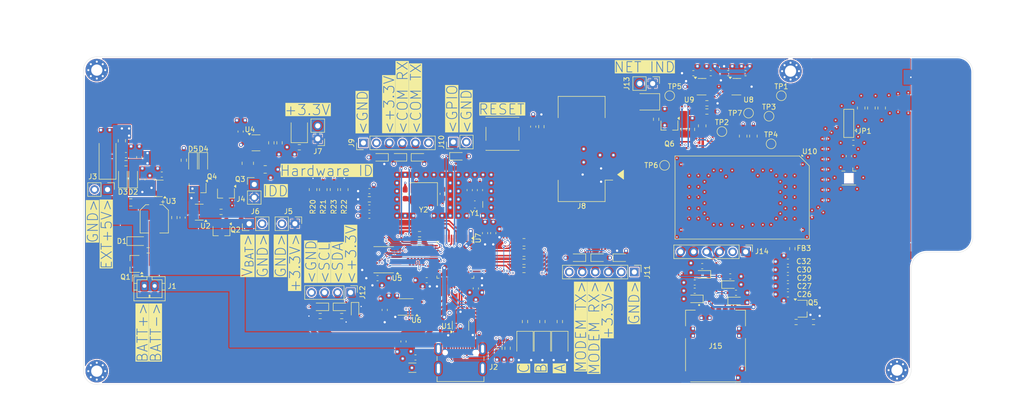
<source format=kicad_pcb>
(kicad_pcb (version 20240108) (generator "pcbnew") (generator_version "8.0")
  (title_block (title "Iida devkit") (date "2024-09-25") (rev "v4.2.0"))
  (layers (0 "F.Cu" mixed "F_SIG_PWR.Cu") (1 "In1.Cu" power "In1_GND.Cu") (2 "In2.Cu" power "In2_GND.Cu") (31 "B.Cu" mixed "B_SIG_PWR.Cu") (34 "B.Paste" user) (35 "F.Paste" user) (36 "B.SilkS" user "B.Silkscreen") (37 "F.SilkS" user "F.Silkscreen") (38 "B.Mask" user) (39 "F.Mask" user) (44 "Edge.Cuts" user))
  (net 0 "")
  (net 1 "GND")
  (net 2 "Net-(U1-VBUS)")
  (net 3 "Net-(D1-K)")
  (net 4 "Net-(D3-A)")
  (net 5 "/MCU/HSE_IN")
  (net 6 "/MCU/HSE_OUT")
  (net 7 "/MCU/LSE_IN")
  (net 8 "/MCU/LSE_OUT")
  (net 9 "/Modem/+3.3V_MDM")
  (net 10 "/Modem/V_INT")
  (net 11 "/Modem/SIM_IO")
  (net 12 "/Modem/SIM_CLK")
  (net 13 "/Modem/SIM_RST")
  (net 14 "/Modem/VSIM")
  (net 15 "Net-(D1-A)")
  (net 16 "Net-(D2-A)")
  (net 17 "Net-(J2-SHIELD)")
  (net 18 "/MCU/SWCLK")
  (net 19 "/MCU/SWO")
  (net 20 "/MCU/SWDIO")
  (net 21 "/MCU/I2C_SCL")
  (net 22 "/MCU/I2C_SDA")
  (net 23 "/MCU/COM_UART_RX")
  (net 24 "/MCU/COM_UART_TX")
  (net 27 "/MCU/MODEM_TX")
  (net 28 "/MCU/MODEM_RX")
  (net 29 "/MCU/DBG_GPIO")
  (net 30 "/MCU/~{MODEM_PWR_EN}")
  (net 31 "/MCU/~{MODEM_RESET}")
  (net 32 "Net-(LED1-K)")
  (net 33 "Net-(LED2-K)")
  (net 34 "Net-(LED3-K)")
  (net 35 "Net-(LED4-K)")
  (net 36 "Net-(LED5-K)")
  (net 37 "Net-(Q3-G)")
  (net 38 "/MCU/EXT_FLASH_IO0")
  (net 39 "/MCU/EXT_FLASH_IO1")
  (net 40 "/MCU/EXT_FLASH_IO2")
  (net 41 "/MCU/EXT_FLASH_IO3")
  (net 42 "/MCU/EXT_FLASH_SCK")
  (net 43 "/MCU/EXT_FLASH_~{CS}")
  (net 44 "/Modem/NET_IND")
  (net 45 "/Modem/MODEM_RX_1.8V")
  (net 46 "/Modem/MODEM_TX_1.8V")
  (net 47 "/MCU/USB_DP")
  (net 48 "/MCU/USB_DN")
  (net 49 "/MCU/TEMP_ALERT")
  (net 50 "Net-(C2-Pad1)")
  (net 51 "/MCU/LED_A")
  (net 52 "/MCU/LED_B")
  (net 53 "/MCU/LED_C")
  (net 54 "/Antenna/ANT_EXT")
  (net 56 "/Antenna/ANT")
  (net 57 "/Modem/+3.3V_MDM_UNFILTERED")
  (net 58 "/Power/USB_DP_IN")
  (net 59 "/Power/USB_DN_IN")
  (net 60 "/Antenna/ANT_PCB")
  (net 61 "/Antenna/ANT_EXT_SEL")
  (net 62 "/Antenna/ANT_PCB_SEL")
  (net 63 "Net-(J2-CC1)")
  (net 64 "Net-(J2-CC2)")
  (net 66 "Net-(D4-A)")
  (net 67 "Net-(J1-Pin_2)")
  (net 68 "+VBAT")
  (net 69 "Net-(C4-Pad1)")
  (net 70 "Net-(D2-K)")
  (net 71 "Net-(D4-K)")
  (net 72 "/Power/VOUT_{3V3}")
  (net 73 "+3.3V")
  (net 74 "Net-(U7-VDDA)")
  (net 75 "/MCU/~{RESET}")
  (net 76 "Net-(J1-Pin_1)")
  (net 77 "Net-(J7-Pin_2)")
  (net 83 "Net-(J13-Pin_2)")
  (net 84 "Net-(U4-SW)")
  (net 85 "Net-(Q2-G)")
  (net 86 "Net-(Q2-D)")
  (net 87 "Net-(Q5-G)")
  (net 88 "Net-(Q6-B)")
  (net 89 "Net-(Q6-C)")
  (net 90 "Net-(U2-VM)")
  (net 91 "Net-(U4-FB)")
  (net 92 "Net-(U7-PB6)")
  (net 93 "Net-(U7-PB7)")
  (net 94 "Net-(U7-PB8)")
  (net 95 "Net-(U7-PB9)")
  (net 96 "Net-(U7-PA2)")
  (net 97 "Net-(U7-PA3)")
  (net 98 "/MCU/HWID_2")
  (net 99 "/MCU/HWID_1")
  (net 100 "/Modem/DTR")
  (net 101 "/Modem/RTS")
  (net 102 "/Modem/~{RESET}")
  (net 103 "/Modem/POWER_ON")
  (net 104 "/Modem/DCD")
  (footprint "Resistor_SMD:R_1206_3216Metric_Pad1.30x1.75mm_HandSolder" (layer "F.Cu") (at 140.54 130.7225 180)
    (property "Reference" "R1" (hide yes))
    (property "Value" "1 MΩ")
  )
  (footprint "Capacitor_SMD:C_0603_1608Metric_Pad1.08x0.95mm_HandSolder" (layer "F.Cu") (at 132.14 96.2375)
    (property "Reference" "C24" (hide yes))
    (property "Value" "0.1 µF")
  )
  (footprint "Package_TO_SOT_SMD:SC-59_Handsoldering" (layer "F.Cu") (at 216.6875 119.2)
    (property "Reference" "Q5")
    (property "Value" "IRLML2246TRPBF")
  )
  (footprint "Resistor_SMD:R_0805_2012Metric_Pad1.20x1.40mm_HandSolder" (layer "F.Cu") (at 197.15 83.4875 -90)
    (property "Reference" "R36" (hide yes))
    (property "Value" "0 Ω")
  )
  (footprint "Package_TO_SOT_SMD:SOT-23-6_Handsoldering" (layer "F.Cu") (at 203.82 75.837497)
    (property "Reference" "U8")
    (property "Value" "SN74AVC1T45DBVR")
  )
  (footprint "MountingHole:MountingHole_2.2mm_M2_Pad_Via" (layer "F.Cu") (at 214.4 72.8)
    (property "Reference" "H4" (hide yes))
    (property "Value" "MountingHole_Pad")
  )
  (footprint "Capacitor_SMD:C_0603_1608Metric_Pad1.08x0.95mm_HandSolder" (layer "F.Cu") (at 146.46 96.7625 -90)
    (property "Reference" "C13" (hide yes))
    (property "Value" "8 pF")
  )
  (footprint "Package_TO_SOT_SMD:SC-59_Handsoldering" (layer "F.Cu") (at 98.6 95.6 -90)
    (property "Reference" "Q4")
    (property "Value" "IRLML2246TRPBF")
  )
  (footprint "TestPoint:TestPoint_Pad_D1.5mm" (layer "F.Cu") (at 206.2 81 90)
    (property "Reference" "TP7")
    (property "Value" "TestPoint")
  )
  (footprint "Connector_PinHeader_2.54mm:PinHeader_1x06_P2.54mm_Vertical" (layer "F.Cu") (at 205.63 108.0875 -90)
    (property "Reference" "J14")
    (property "Value" "PRPC006SAAN-RC")
  )
  (footprint "LED_SMD:LED_PLCC_2835_Handsoldering" (layer "F.Cu") (at 186.35 78.8 180)
    (property "Reference" "LED5" (hide yes))
    (property "Value" "150141YS73100")
  )
  (footprint "Diode_SMD:D_0603_1608Metric_Pad1.05x0.95mm_HandSolder" (layer "F.Cu") (at 126.74 118.8375)
    (property "Reference" "TVS7" (hide yes))
    (property "Value" "CPDUC5V0USP-HF")
  )
  (footprint "G85D1160022HHR:AMPHENOL_G85D1160022HHR" (layer "F.Cu") (at 199.75 126.4875)
    (property "Reference" "J15")
    (property "Value" "G85D1160022HHR")
  )
  (footprint "TestPoint:TestPoint_Pad_D1.5mm" (layer "F.Cu") (at 212.6 77.6)
    (property "Reference" "TP1")
    (property "Value" "TestPoint")
  )
  (footprint "Connector_JST:JST_PH_B2B-PH-K_1x02_P2.00mm_Vertical" (layer "F.Cu") (at 88.205125 114.75)
    (property "Reference" "J1")
    (property "Value" "B2B-PH-K-S")
  )
  (footprint "Diode_SMD:D_0603_1608Metric_Pad1.05x0.95mm_HandSolder" (layer "F.Cu") (at 181.4 109.2375)
    (property "Reference" "TVS10" (hide yes))
    (property "Value" "CPDUC5V0USP-HF")
  )
  (footprint "Fiducial:Fiducial_1mm_Mask2mm" (layer "F.Cu") (at 230 127)
    (property "Reference" "FID1" (hide yes))
    (property "Value" "Fiducial")
  )
  (footprint "Connector_PinHeader_2.54mm:PinHeader_1x02_P2.54mm_Vertical" (layer "F.Cu") (at 81.005125 95.925 -90)
    (property "Reference" "J3")
    (property "Value" "PRPC001DAAN-RC")
  )
  (footprint "Resistor_SMD:R_0805_2012Metric_Pad1.20x1.40mm_HandSolder" (layer "F.Cu") (at 205.15 85.4875 -90)
    (property "Reference" "R35" (hide yes))
    (property "Value" "0 Ω")
  )
  (footprint "Capacitor_SMD:C_0603_1608Metric_Pad1.08x0.95mm_HandSolder" (layer "F.Cu") (at 225.8 89.4 90)
    (property "Reference" "C39" (hide yes))
    (property "Value" "33 pF")
  )
  (footprint "Diode_SMD:D_SOD-323_HandSoldering" (layer "F.Cu") (at 86.005125 93.6 90)
    (property "Reference" "D2")
    (property "Value" "BAT60AE6327HTSA1")
  )
  (footprint "Resistor_SMD:R_0603_1608Metric_Pad0.98x0.95mm_HandSolder" (layer "F.Cu") (at 162.54 121.7125 -90)
    (property "Reference" "R26" (hide yes))
    (property "Value" "2.2 kΩ")
  )
  (footprint "MountingHole:MountingHole_2.2mm_M2_Pad_Via" (layer "F.Cu") (at 78.9 131.4)
    (property "Reference" "H1" (hide yes))
    (property "Value" "MountingHole_Pad")
  )
  (footprint "Resistor_SMD:R_0603_1608Metric_Pad0.98x0.95mm_HandSolder" (layer "F.Cu") (at 88.935 107.8)
    (property "Reference" "R2" (hide yes))
    (property "Value" "10 kΩ")
  )
  (footprint "Resistor_SMD:R_0805_2012Metric_Pad1.20x1.40mm_HandSolder" (layer "F.Cu") (at 207.15 85.4875 -90)
    (property "Reference" "R34" (hide yes))
    (property "Value" "0 Ω")
  )
  (footprint "Capacitor_SMD:C_0603_1608Metric_Pad1.08x0.95mm_HandSolder" (layer "F.Cu") (at 154.74 104.4375 90)
    (property "Reference" "C20" (hide yes))
    (property "Value" "0.1 µF")
  )
  (footprint "Fuse:Fuse_0805_2012Metric_Pad1.15x1.40mm_HandSolder" (layer "F.Cu") (at 85.535 98.45)
    (property "Reference" "F1" (hide yes))
    (property "Value" "3A")
  )
  (footprint "Connector_Coaxial:U.FL_Hirose_U.FL-R-SMT-1_Vertical" (layer "F.Cu") (at 225.8 93.2 -90)
    (property "Reference" "AE1" (hide yes))
    (property "Value" "U.FL-R-SMT-1(10)")
  )
  (footprint "Capacitor_SMD:C_0603_1608Metric_Pad1.08x0.95mm_HandSolder" (layer "F.Cu") (at 198.82 73.2 180)
    (property "Reference" "C33" (hide yes))
    (property "Value" "0.1 µF")
  )
  (footprint "Capacitor_SMD:C_0603_1608Metric_Pad1.08x0.95mm_HandSolder" (layer "F.Cu") (at 164.14 83.6375 -90)
    (property "Reference" "C23" (hide yes))
    (property "Value" "0.1 µF")
  )
  (footprint "Package_TO_SOT_SMD:SC-59_Handsoldering" (layer "F.Cu") (at 104.135 96.65 -90)
    (property "Reference" "Q3")
    (property "Value" "BSS806NH6327XTSA1")
  )
  (footprint "Resistor_SMD:R_0805_2012Metric_Pad1.20x1.40mm_HandSolder" (layer "F.Cu") (at 125.24 95.9375 90)
    (property "Reference" "R23")
    (property "Value" "0 Ω")
  )
  (footprint "Connector_PinHeader_2.54mm:PinHeader_1x02_P2.54mm_Vertical" (layer "F.Cu") (at 122.06 86.015 180)
    (property "Reference" "J7")
    (property "Value" "PRPC001DAAN-RC")
  )
  (footprint "Resistor_SMD:R_0805_2012Metric_Pad1.20x1.40mm_HandSolder" (layer "F.Cu") (at 162.34 108.2375 180)
    (property "Reference" "R13" (hide yes))
    (property "Value" "0 Ω")
  )
  (footprint "Resistor_SMD:R_0603_1608Metric_Pad0.98x0.95mm_HandSolder" (layer "F.Cu") (at 162.34 110.0375 180)
    (property "Reference" "R12" (hide yes))
    (property "Value" "20 Ω")
  )
  (footprint "Resistor_SMD:R_0603_1608Metric_Pad0.98x0.95mm_HandSolder" (layer "F.Cu") (at 214.75 107.4875 -90)
    (property "Reference" "FB3")
    (property "Value" "260 Ω @ 1 GHz")
  )
  (footprint "Connector_PinHeader_2.54mm:PinHeader_1x04_P2.54mm_Vertical" (layer "F.Cu") (at 128.465 116.0375 -90)
    (property "Reference" "J12")
    (property "Value" "PRPC004SAAN-RC")
  )
  (footprint "Resistor_SMD:R_0603_1608Metric_Pad0.98x0.95mm_HandSolder" (layer "F.Cu") (at 141.94 104.6375)
    (property "Reference" "R17" (hide yes))
    (property "Value" "20 Ω")
  )
  (footprint "Capacitor_SMD:C_0603_1608Metric_Pad1.08x0.95mm_HandSolder" (layer "F.Cu") (at 138.805125 125.6 -90)
    (property "Reference" "C19" (hide yes))
    (property "Value" "4.7 µF")
  )
  (footprint "Diode_SMD:D_SMA_Handsoldering" (layer "F.Cu") (at 81.005125 89.4 90)
    (property "Reference" "TVS1" (hide yes))
    (property "Value" "SMAJ6.0CA-13-F")
  )
  (footprint "Capacitor_SMD:C_0603_1608Metric_Pad1.08x0.95mm_HandSolder" (layer "F.Cu") (at 143.34 113.6375 180)
    (property "Reference" "C16" (hide yes))
    (property "Value" "0.1 µF")
  )
  (footprint "TestPoint:TestPoint_Pad_D1.5mm" (layer "F.Cu") (at 210.6 87 90)
    (property "Reference" "TP4")
    (property "Value" "TestPoint")
  )
  (footprint "Capacitor_SMD:C_0805_2012Metric_Pad1.18x1.45mm_HandSolder" (layer "F.Cu") (at 111.7975 92)
    (property "Reference" "C9" (hide yes))
    (property "Value" "22 µF")
  )
  (footprint "Inductor_SMD:L_0603_1608Metric_Pad1.05x0.95mm_HandSolder" (layer "F.Cu") (at 226.675 86.8)
    (property "Reference" "L2" (hide yes))
    (property "Value" "39 nH")
  )
  (footprint "Connector_PinHeader_2.54mm:PinHeader_1x06_P2.54mm_Vertical" (layer "F.Cu") (at 130.98 86.8175 90)
    (property "Reference" "J9")
    (property "Value" "PRPC006SAAN-RC")
  )
  (footprint "Capacitor_SMD:C_0603_1608Metric_Pad1.08x0.95mm_HandSolder" (layer "F.Cu") (at 195.42 73.2)
    (property "Reference" "C31" (hide yes))
    (property "Value" "0.1 µF")
  )
  (footprint "Resistor_SMD:R_0805_2012Metric_Pad1.20x1.40mm_HandSolder" (layer "F.Cu") (at 123.14 95.9375 90)
    (property "Reference" "R21")
    (property "Value" "0 Ω")
  )
  (footprint "Capacitor_SMD:C_0603_1608Metric_Pad1.08x0.95mm_HandSolder" (layer "F.Cu") (at 95.66 101.4 -90)
    (property "Reference" "C3" (hide yes))
    (property "Value" "0.1 µF")
  )
  (footprint "Resistor_SMD:R_0603_1608Metric_Pad0.98x0.95mm_HandSolder" (layer "F.Cu") (at 165.74 83.6375 -90)
    (property "Reference" "R19" (hide yes))
    (property "Value" "10 kΩ")
  )
  (footprint "Capacitor_SMD:C_0603_1608Metric_Pad1.08x0.95mm_HandSolder" (layer "F.Cu") (at 152.94 115.2375 -90)
    (property "Reference" "C18" (hide yes))
    (property "Value" "0.1 µF")
  )
  (footprint "Diode_SMD:D_0603_1608Metric_Pad1.05x0.95mm_HandSolder" (layer "F.Cu") (at 141.98 89.6375)
    (property "Reference" "TVS2" (hide yes))
    (property "Value" "CPDUC5V0USP-HF")
  )
  (footprint "Capacitor_SMD:C_0603_1608Metric_Pad1.08x0.95mm_HandSolder" (layer "F.Cu") (at 197.15 110.8875 180)
    (property "Reference" "C36" (hide yes))
    (property "Value" "33 pF")
  )
  (footprint "Jumper:SolderJumper-3_P2.0mm_Open_TrianglePad1.0x1.5mm" (layer "F.Cu") (at 225.8 83 90)
    (property "Reference" "JP1")
    (property "Value" "SolderJumper_3_Open")
  )
  (footprint "Resistor_SMD:R_0805_2012Metric_Pad1.20x1.40mm_HandSolder" (layer "F.Cu") (at 121.14 95.9375 -90)
    (property "Reference" "R20")
    (property "Value" "0 Ω")
  )
  (footprint "Capacitor_SMD:C_0603_1608Metric_Pad1.08x0.95mm_HandSolder" (layer "F.Cu") (at 156.34 104.4375 90)
    (property "Reference" "C15" (hide yes))
    (property "Value" "4.7 µF")
  )
  (footprint "Diode_SMD:D_0603_1608Metric_Pad1.05x0.95mm_HandSolder" (layer "F.Cu") (at 129.34 119.6375 -90)
    (property "Reference" "TVS11" (hide yes))
    (property "Value" "CPDUC5V0USP-HF")
  )
  (footprint "Fiducial:Fiducial_1mm_Mask2mm" (layer "F.Cu") (at 82.605125 127.2)
    (property "Reference" "FID2" (hide yes))
    (property "Value" "Fiducial")
  )
  (footprint "Fuse:Fuse_0805_2012Metric_Pad1.15x1.40mm_HandSolder" (layer "F.Cu") (at 83.805125 86.4 -90)
    (property "Reference" "F2" (hide yes))
    (property "Value" "3A")
  )
  (footprint "Package_TO_SOT_SMD:SOT-23-6_Handsoldering" (layer "F.Cu") (at 149.94 122.5225 90)
    (property "Reference" "U1")
    (property "Value" "USBLC6-2SC6")
  )
  (footprint "Resistor_SMD:R_0603_1608Metric_Pad0.98x0.95mm_HandSolder" (layer "F.Cu") (at 157.54 126.9225 90)
    (property "Reference" "R3" (hide yes))
    (property "Value" "5.1 kΩ")
  )
  (footprint "Capacitor_SMD:C_0603_1608Metric_Pad1.08x0.95mm_HandSolder" (layer "F.Cu") (at 195.6875 114.0875 180)
    (property "Reference" "C38" (hide yes))
    (property "Value" "0.1 µF")
  )
  (footprint "Connector_IDC:IDC-Header_2x05_P2.54mm_Vertical_SMD" (layer "F.Cu") (at 173.6 88 180)
    (property "Reference" "J8")
    (property "Value" "SBH11-NBPC-D05-SM-BK")
  )
  (footprint "Capacitor_SMD:C_0603_1608Metric_Pad1.08x0.95mm_HandSolder" (layer "F.Cu") (at 141.14 128.7225 180)
    (property "Reference" "C1" (hide yes))
    (property "Value" "4700 pF")
  )
  (footprint "Capacitor_SMD:C_0603_1608Metric_Pad1.08x0.95mm_HandSolder" (layer "F.Cu") (at 106.9975 84.6 90)
    (property "Reference" "C8" (hide yes))
    (property "Value" "4.7 µF")
  )
  (footprint "Capacitor_SMD:C_0603_1608Metric_Pad1.08x0.95mm_HandSolder" (layer "F.Cu") (at 139.14 96.8375 90)
    (property "Reference" "C14" (hide yes))
    (property "Value" "8 pF")
  )
  (footprint "Resistor_SMD:R_0805_2012Metric_Pad1.20x1.40mm_HandSolder" (layer "F.Cu") (at 232.2 80 90)
    (property "Reference" "R39" (hide yes))
    (property "Value" "0 Ω")
  )
  (footprint "Diode_SMD:D_SOD-323_HandSoldering" (layer "F.Cu") (at 86.805125 106)
    (property "Reference" "D1")
    (property "Value" "BAT60AE6327HTSA1")
  )
  (footprint "LED_SMD:LED_PLCC_2835_Handsoldering" (layer "F.Cu") (at 118.46 84.275 90)
    (property "Reference" "LED1" (hide yes))
    (property "Value" "150141YS73100")
  )
  (footprint "Resistor_SMD:R_0603_1608Metric_Pad0.98x0.95mm_HandSolder" (layer "F.Cu") (at 112.9975 86.8 90)
    (property "Reference" "R9" (hide yes))
    (property "Value" "453 kΩ")
  )
  (footprint "Connector_PinHeader_2.54mm:PinHeader_1x02_P2.54mm_Vertical" (layer "F.Cu") (at 187.475 75.225 -90)
    (property "Reference" "J13")
    (property "Value" "PRPC001DAAN-RC")
  )
  (footprint "MountingHole:MountingHole_2.2mm_M2_Pad_Via" (layer "F.Cu") (at 78.905125 72.6)
    (property "Reference" "H2" (hide yes))
    (property "Value" "MountingHole_Pad")
  )
  (footprint "Resistor_SMD:R_0603_1608Metric_Pad0.98x0.95mm_HandSolder" (layer "F.Cu") (at 84.605125 90.8)
    (property "Reference" "FB1" (hide yes))
    (property "Value" "120 Ω @ 100 MHz")
  )
  (footprint "Resistor_SMD:R_0603_1608Metric_Pad0.98x0.95mm_HandSolder" (layer "F.Cu") (at 132.14 97.8375 180)
    (property "Reference" "FB2" (hide yes))
    (property "Value" "120 Ω @ 100 MHz")
  )
  (footprint "Resistor_SMD:R_0603_1608Metric_Pad0.98x0.95mm_HandSolder" (layer "F.Cu") (at 218.8875 121.8 180)
    (property "Reference" "R27" (hide yes))
    (property "Value" "10 kΩ")
  )
  (footprint "Resistor_SMD:R_0603_1608Metric_Pad0.98x0.95mm_HandSolder" (layer "F.Cu") (at 215.4875 121.8)
    (property "Reference" "R28" (hide yes))
    (property "Value" "2.2 kΩ")
  )
  (footprint "Resistor_SMD:R_0603_1608Metric_Pad0.98x0.95mm_HandSolder" (layer "F.Cu") (at 198.0625 80.6875)
    (property "Reference" "R33" (hide yes))
    (property "Value" "10 kΩ")
  )
  (footprint "Resistor_SMD:R_0603_1608Metric_Pad0.98x0.95mm_HandSolder" (layer "F.Cu") (at 169.34 121.7125 -90)
    (property "Reference" "R24" (hide yes))
    (property "Value" "2.2 kΩ")
  )
  (footprint "Diode_SMD:D_0603_1608Metric_Pad1.05x0.95mm_HandSolder" (layer "F.Cu") (at 134.18 89.6375 180)
    (property "Reference" "TVS8" (hide yes))
    (property "Value" "CPDUC5V0USP-HF")
  )
  (footprint "Resistor_SMD:R_0603_1608Metric_Pad0.98x0.95mm_HandSolder" (layer "F.Cu") (at 159.14 126.9225 90)
    (property "Reference" "R4" (hide yes))
    (property "Value" "5.1 kΩ")
  )
  (footprint "Capacitor_SMD:C_0603_1608Metric_Pad1.08x0.95mm_HandSolder" (layer "F.Cu") (at 202.625 112.8875)
    (property "Reference" "C35" (hide yes))
    (property "Value" "33 pF")
  )
  (footprint "Resistor_SMD:R_0805_2012Metric_Pad1.20x1.40mm_HandSolder" (layer "F.Cu") (at 127.24 95.9375 -90)
    (property "Reference" "R22")
    (property "Value" "0 Ω")
  )
  (footprint "Resistor_SMD:R_0603_1608Metric_Pad0.98x0.95mm_HandSolder" (layer "F.Cu") (at 198.0625 79.0875 180)
    (property "Reference" "R32" (hide yes))
    (property "Value" "10 kΩ")
  )
  (footprint "Resistor_SMD:R_0603_1608Metric_Pad0.98x0.95mm_HandSolder" (layer "F.Cu") (at 193.55 84.175 -90)
    (property "Reference" "R30" (hide yes))
    (property "Value" "10 kΩ")
  )
  (footprint "Connector_PinHeader_2.54mm:PinHeader_1x02_P2.54mm_Vertical" (layer "F.Cu") (at 108.66 102.6 90)
    (property "Reference" "J6")
    (property "Value" "PRPC001DAAN-RC")
  )
  (footprint "Connector_PinHeader_2.54mm:PinHeader_1x06_P2.54mm_Vertical" (layer "F.Cu") (at 183.89 112.0375 -90)
    (property "Reference" "J11")
    (property "Value" "PRPC006SAAN-RC")
  )
  (footprint "Resistor_SMD:R_0603_1608Metric_Pad0.98x0.95mm_HandSolder" (layer "F.Cu") (at 118.46 87.675 180)
    (property "Reference" "R8" (hide yes))
    (property "Value" "2.2 kΩ")
  )
  (footprint "TestPoint:TestPoint_Pad_D1.5mm" (layer "F.Cu") (at 189.8 91.2 90)
    (property "Reference" "TP6")
    (property "Value" "TestPoint")
  )
  (footprint "Capacitor_SMD:C_0603_1608Metric_Pad1.08x0.95mm_HandSolder" (layer "F.Cu") (at 132.14 101.0375 180)
    (property "Reference" "C21" (hide yes))
    (property "Value" "4.7 µF")
  )
  (footprint "Diode_SMD:D_SOD-323_HandSoldering" (layer "F.Cu") (at 99.705125 90.7 -90)
    (property "Reference" "D4")
    (property "Value" "BAT60AE6327HTSA1")
  )
  (footprint "Package_SO:SOIC-8_3.9x4.9mm_P1.27mm" (layer "F.Cu") (at 134.94 109.6375 180)
    (property "Reference" "U5")
    (property "Value" "AT25SF081B-SSHD-B")
  )
  (footprint "Capacitor_SMD:C_0603_1608Metric_Pad1.08x0.95mm_HandSolder" (layer "F.Cu") (at 87.205125 89.6 90)
    (property "Reference" "C5" (hide yes))
    (property "Value" "0.1 µF")
  )
  (footprint "PCB_antenna:800MHz_antenna" (layer "F.Cu") (at 237.89875 74 -90)
    (property "Reference" "AE2" (hide yes))
    (property "Value" "PCB antenna")
  )
  (footprint "Capacitor_SMD:C_0603_1608Metric_Pad1.08x0.95mm_HandSolder" (layer "F.Cu") (at 205.62 73.2 180)
    (property "Reference" "C28" (hide yes))
    (property "Value" "0.1 µF")
  )
  (footprint "Resistor_SMD:R_0603_1608Metric_Pad0.98x0.95mm_HandSolder" (layer "F.Cu") (at 122.54 120.6375)
    (property "Reference" "R15" (hide yes))
    (property "Value" "2.2 kΩ")
  )
  (footprint "Package_TO_SOT_SMD:SC-59_Handsoldering" (layer "F.Cu") (at 86.335 110.45 180)
    (property "Reference" "Q1")
    (property "Value" "IRLML2246TRPBF")
  )
  (footprint "Crystal:Crystal_SMD_MicroCrystal_CM9V-T1A-2Pin_1.6x1.0mm_HandSoldering" (layer "F.Cu") (at 152.74 98.8375 180)
    (property "Reference" "Y1")
    (property "Value" "ABS05-32.768KHZ-9-T")
  )
  (footprint "Capacitor_SMD:CP_Elec_5x5.3" (layer "F.Cu") (at 90.135 101.65 -90)
    (property "Reference" "C2" (hide yes))
    (property "Value" "100 µF")
  )
  (footprint "LED_SMD:LED_PLCC_2835_Handsoldering" (layer "F.Cu") (at 169.34 126.1125 -90)
    (property "Reference" "LED2" (hide yes))
    (property "Value" "150141YS73100")
  )
  (footprint "TestPoint:TestPoint_Pad_D1.5mm" (layer "F.Cu") (at 190.8 77.6 90)
    (property "Reference" "TP5")
    (property "Value" "TestPoint")
  )
  (footprint "RF_GSM:ublox_SARA_LGA-96" (layer "F.Cu") (at 204.95 97.4875 -90)
    (property "Reference" "U10")
    (property "Value" "SARA-R500S-61B")
  )
  (footprint "Button_Switch_SMD:SW_SPST_PTS645" (layer "F.Cu") (at 158.14 85.0375 180)
    (property "Reference" "SW_SPST1" (hide yes))
    (property "Value" "430182050816")
  )
  (footprint "Capacitor_SMD:C_0603_1608Metric_Pad1.08x0.95mm_HandSolder" (layer "F.Cu") (at 213.8875 114.8 180)
    (property "Reference" "C27")
    (property "Value" "15 pF")
  )
  (footprint "LED_SMD:LED_PLCC_2835_Handsoldering" (layer "F.Cu") (at 162.54 126.1125 -90)
    (property "Reference" "LED4" (hide yes))
    (property "Value" "150141YS73100")
  )
  (footprint "Capacitor_SMD:C_0603_1608Metric_Pad1.08x0.95mm_HandSolder" (layer "F.Cu") (at 151.74 96.0375 90)
    (property "Reference" "C12" (hide yes))
    (property "Value" "8 pF")
  )
  (footprint "Diode_SMD:D_0603_1608Metric_Pad1.05x0.95mm_HandSolder" (layer "F.Cu") (at 172.74 109.2375 180)
    (property "Reference" "TVS3" (hide yes))
    (property "Value" "CPDUC5V0USP-HF")
  )
  (footprint "Diode_SMD:D_0603_1608Metric_Pad1.05x0.95mm_HandSolder" (layer "F.Cu") (at 137.78 89.6375 180)
    (property "Reference" "TVS5" (hide yes))
    (property "Value" "CPDUC5V0USP-HF")
  )
  (footprint "Package_TO_SOT_SMD:SOT-23-6" (layer "F.Cu") (at 109.9975 86.8)
    (property "Reference" "U4")
    (property "Value" "TPS62A01PDDCR")
  )
  (footprint "Capacitor_SMD:C_0603_1608Metric_Pad1.08x0.95mm_HandSolder" (layer "F.Cu") (at 213.8875 110 180)
    (property "Reference" "C32")
    (property "Value" "10 µF")
  )
  (footprint "Capacitor_SMD:C_0603_1608Metric_Pad1.08x0.95mm_HandSolder" (layer "F.Cu") (at 202.22 73.2)
    (property "Reference" "C25" (hide yes))
    (property "Value" "0.1 µF")
  )
  (footprint "Capacitor_SMD:C_0603_1608Metric_Pad1.08x0.95mm_HandSolder" (layer "F.Cu") (at 84.605125 89.2)
    (property "Reference" "C4" (hide yes))
    (property "Value" "0.1 µF")
  )
  (footprint "Capacitor_SMD:C_0603_1608Metric_Pad1.08x0.95mm_HandSolder" (layer "F.Cu") (at 153.74 96.0375 90)
    (property "Reference" "C11" (hide yes))
    (property "Value" "8 pF")
  )
  (footprint "Diode_SMD:D_SOD-323_HandSoldering" (layer "F.Cu") (at 97.705125 90.7 -90)
    (property "Reference" "D5")
    (property "Value" "BAT60AE6327HTSA1")
  )
  (footprint "Fiducial:Fiducial_1mm_Mask2mm" (layer "F.Cu") (at 230 74)
    (property "Reference" "FID3" (hide yes))
    (property "Value" "Fiducial")
  )
  (footprint "Resistor_SMD:R_0603_1608Metric_Pad0.98x0.95mm_HandSolder" (layer "F.Cu") (at 95.905125 90.2 90)
    (property "Reference" "R7" (hide yes))
    (property "Value" "10 kΩ")
  )
  (footprint "MountingHole:MountingHole_2.2mm_M2_Pad_Via" (layer "F.Cu") (at 235.2 131.2)
    (property "Reference" "H3" (hide yes))
    (property "Value" "MountingHole_Pad")
  )
  (footprint "Capacitor_SMD:C_0603_1608Metric_Pad1.08x0.95mm_HandSolder" (layer "F.Cu") (at 132.14 99.4375 180)
    (property "Reference" "C22" (hide yes))
    (property "Value" "0.1 µF")
  )
  (footprint "Capacitor_SMD:C_0603_1608Metric_Pad1.08x0.95mm_HandSolder" (layer "F.Cu") (at 133.74 113.2375)
    (property "Reference" "C10" (hide yes))
    (property "Value" "4.7 µF")
  )
  (footprint "Resistor_SMD:R_0603_1608Metric_Pad0.98x0.95mm_HandSolder" (layer "F.Cu") (at 114.5975 86.8 -90)
    (property "Reference" "R10" (hide yes))
    (property "Value" "100 kΩ")
  )
  (footprint "Package_QFP:LQFP-48_7x7mm_P0.5mm" (layer "F.Cu") (at 148.94 109.6375 -90)
    (property "Reference" "U7")
    (property "Value" "STM32L552CETx")
  )
  (footprint "Package_TO_SOT_SMD:SOT-23-6" (layer "F.Cu") (at 98.91 100.35 180)
    (property "Reference" "U2")
    (property "Value" "S-8240ADQ-M6T1U")
  )
  (footprint "Connector_PinHeader_2.54mm:PinHeader_1x02_P2.54mm_Vertical" (layer "F.Cu") (at 117.6 102.6 -90)
    (property "Reference" "J5")
    (property "Value" "PRPC001DAAN-RC")
  )
  (footprint "Diode_SMD:D_0603_1608Metric_Pad1.05x0.95mm_HandSolder" (layer "F.Cu") (at 195.675 117.2875 180)
    (property "Reference" "TVS15" (hide yes))
    (property "Value" "CPDUC5V0USP-HF")
  )
  (footprint "Resistor_SMD:R_0603_1608Metric_Pad0.98x0.95mm_HandSolder" (layer "F.Cu") (at 141.94 106.2375)
    (property "Reference" "R18" (hide yes))
    (property "Value" "20 Ω")
  )
  (footprint "Connector_PinHeader_2.54mm:PinHeader_1x02_P2.54mm_Vertical" (layer "F.Cu") (at 148.54 86.6425 90)
    (property "Reference" "J10")
    (property "Value" "PRPC001DAAN-RC")
  )
  (footprint "Capacitor_SMD:C_0603_1608Metric_Pad1.08x0.95mm_HandSolder" (layer "F.Cu") (at 195.6875 115.6875 180)
    (property "Reference" "C37" (hide yes))
    (property "Value" "33 pF")
  )
  (footprint "Capacitor_SMD:C_0603_1608Metric_Pad1.08x0.95mm_HandSolder" (layer "F.Cu") (at 203.75 116.0875)
    (property "Reference" "C34" (hide yes))
    (property "Value" "33 pF")
  )
  (footprint "Diode_SMD:D_0603_1608Metric_Pad1.05x0.95mm_HandSolder" (layer "F.Cu") (at 197.15 112.4875 180)
    (property "Reference" "TVS14" (hide yes))
    (property "Value" "CPDUC5V0USP-HF")
  )
  (footprint "Capacitor_SMD:C_0603_1608Metric_Pad1.08x0.95mm_HandSolder" (layer "F.Cu") (at 91.6 93 180)
    (property "Reference" "C6" (hide yes))
    (property "Value" "4.7 µF")
  )
  (footprint "Package_TO_SOT_SMD:SC-59_Handsoldering" (layer "F.Cu") (at 190.75 83.375 -90)
    (property "Reference" "Q6")
    (property "Value" "TBC847B,LM")
  )
  (footprint "LED_SMD:LED_PLCC_2835_Handsoldering" (layer "F.Cu") (at 165.94 126.1125 -90)
    (property "Reference" "LED3" (hide yes))
    (property "Value" "150141YS73100")
  )
  (footprint "Capacitor_SMD:C_0603_1608Metric_Pad1.08x0.95mm_HandSolder" (layer "F.Cu") (at 213.8875 113.2 180)
    (property "Reference" "C29")
    (property "Value" "0.01 µF")
  )
  (footprint "Resistor_SMD:R_0805_2012Metric_Pad1.20x1.40mm_HandSolder" (layer "F.Cu") (at 228.2 80 -90)
    (property "Reference" "R37" (hide yes))
    (property "Value" "0 Ω")
  )
  (footprint "TestPoint:TestPoint_Pad_D1.5mm" (layer "F.Cu") (at 210.2 81.6 90)
    (property "Reference" "TP3")
    (property "Value" "TestPoint")
  )
  (footprint "Inductor_SMD:L_1008_2520Metric_Pad1.43x2.20mm_HandSolder" (layer "F.Cu") (at 108.3975 90.8 -90)
    (property "Reference" "L1" (hide yes))
    (property "Value" "1 µH")
  )
  (footprint "Package_SO:MSOP-8_3x3mm_P0.65mm" (layer "F.Cu") (at 139.2275 118.8625 180)
    (property "Reference" "U6")
    (property "Value" "MCP9808")
  )
  (footprint "Resistor_SMD:R_0603_1608Metric_Pad0.98x0.95mm_HandSolder" (layer "F.Cu") (at 103.1725 100.2875)
    (property "Reference" "R6" (hide yes))
    (property "Value" "2.2 kΩ")
  )
  (footprint "Crystal:Crystal_SMD_3225-4Pin_3.2x2.5mm_HandSoldering" (layer "F.Cu") (at 142.74 96.8375 180)
    (property "Reference" "Y2")
    (property "Value" "ECS-160-9-37-CKM-TR3")
  )
  (footprint "Resistor_SMD:R_0603_1608Metric_Pad0.98x0.95mm_HandSolder" (layer "F.Cu") (at 162.34 111.6375 180)
    (property "Reference" "R11" (hide yes))
    (property "Value" "20 Ω")
  )
  (footprint "Resistor_SMD:R_0805_2012Metric_Pad1.20x1.40mm_HandSolder" (layer "F.Cu") (at 162.34 106.2375 180)
    (property "Reference" "R14" (hide yes))
    (property "Value" "0 Ω")
  )
  (footprint "Package_TO_SOT_SMD:SC-59_Handsoldering" (layer "F.Cu") (at 103.26 104 -90)
    (property "Reference" "Q2")
    (property "Value" "BSS806NH6327XTSA1")
  )
  (footprint "Capacitor_SMD:C_0603_1608Metric_Pad1.08x0.95mm_HandSolder" (layer "F.Cu") (at 213.8875 116.4 180)
    (property "Reference" "C26")
    (property "Value" "68 pF")
  )
  (footprint "Resistor_SMD:R_0805_2012Metric_Pad1.20x1.40mm_HandSolder" (layer "F.Cu") (at 230.2 80 -90)
    (property "Reference" "R38" (hide yes))
    (property "Value" "0 Ω")
  )
  (footprint "Diode_SMD:D_0603_1608Metric_Pad1.05x0.95mm_HandSolder" (layer "F.Cu") (at 202.625 114.4875)
    (property "Reference" "TVS13" (hide yes))
    (property "Value" "CPDUC5V0USP-HF")
  )
  (footprint "Resistor_SMD:R_0603_1608Metric_Pad0.98x0.95mm_HandSolder" (layer "F.Cu") (at 94.06 101.4 90)
    (property "Reference" "R5" (hide yes))
    (property "Value" "330 Ω")
  )
  (footprint "Capacitor_SMD:C_0603_1608Metric_Pad1.08x0.95mm_HandSolder" (layer "F.Cu") (at 213.8875 111.6 180)
    (property "Reference" "C30")
    (property "Value" "0.1 µF")
  )
  (footprint "Diode_SMD:D_SOD-323_HandSoldering" (layer "F.Cu") (at 84.005125 93.6 90)
    (property "Reference" "D3")
    (property "Value" "BAT60AE6327HTSA1")
  )
  (footprint "Diode_SMD:D_0603_1608Metric_Pad1.05x0.95mm_HandSolder" (layer "F.Cu") (at 149.49 89.4375)
    (property "Reference" "TVS9" (hide yes))
    (property "Value" "CPDUC5V0USP-HF")
  )
  (footprint "TestPoint:TestPoint_Pad_D1.5mm" (layer "F.Cu") (at 201 84.6 90)
    (property "Reference" "TP2")
    (property "Value" "TestPoint")
  )
  (footprint "Package_TO_SOT_SMD:SOT-23-5_HandSoldering" (layer "F.Cu") (at 91 95.7 180)
    (property "Reference" "U3")
    (property "Value" "MCP73811T-420I-OT")
  )
  (footprint "Resistor_SMD:R_0603_1608Metric_Pad0.98x0.95mm_HandSolder" (layer "F.Cu") (at 188.15 82.2 -90)
    (property "Reference" "R31" (hide yes))
    (property "Value" "2.2 kΩ")
  )
  (footprint "Capacitor_SMD:C_0603_1608Metric_Pad1.08x0.95mm_HandSolder" (layer "F.Cu") (at 87.8 93.95 90)
    (property "Reference" "C7" (hide yes))
    (property "Value" "4.7 µF")
  )
  (footprint "Capacitor_SMD:C_0603_1608Metric_Pad1.08x0.95mm_HandSolder" (layer "F.Cu") (at 135.14 119.4375 90)
    (property "Reference" "C17" (hide yes))
    (property "Value" "4.7 µF")
  )
  (footprint "Diode_SMD:D_0603_1608Metric_Pad1.05x0.95mm_HandSolder" (layer "F.Cu") (at 203.825 117.6875)
    (property "Reference" "TVS12" (hide yes))
    (property "Value" "CPDUC5V0USP-HF")
  )
  (footprint "Diode_SMD:D_0603_1608Metric_Pad1.05x0.95mm_HandSolder" (layer "F.Cu") (at 122.54 118.8375 180)
    (property "Reference" "TVS4" (hide yes))
    (property "Value" "CPDUC5V0USP-HF")
  )
  (footprint "Resistor_SMD:R_0603_1608Metric_Pad0.98x0.95mm_HandSolder" (layer "F.Cu") (at 195.15 84.175 90)
    (property "Reference" "R29" (hide yes))
    (property "Value" "10 kΩ")
  )
  (footprint "Resistor_SMD:R_0603_1608Metric_Pad0.98x0.95mm_HandSolder" (layer "F.Cu") (at 126.74 120.6375 180)
    (property "Reference" "R16" (hide yes))
    (property "Value" "2.2 kΩ")
  )
  (footprint "Resistor_SMD:R_0603_1608Metric_Pad0.98x0.95mm_HandSolder" (layer "F.Cu") (at 165.94 121.7125 -90)
    (property "Reference" "R25" (hide yes))
    (property "Value" "2.2 kΩ")
  )
  (footprint "Diode_SMD:D_0603_1608Metric_Pad1.05x0.95mm_HandSolder" (layer "F.Cu") (at 177.065 109.2375)
    (property "Reference" "TVS6" (hide yes))
    (property "Value" "CPDUC5V0USP-HF")
  )
  (footprint "Connector_PinHeader_2.54mm:PinHeader_1x02_P2.54mm_Vertical" (layer "F.Cu") (at 109.66 94.925)
    (property "Reference" "J4")
    (property "Value" "PRPC001DAAN-RC")
  )
  (footprint "Connector_USB:USB_C_Receptacle_JAE_DX07S016JA1R1500" (layer "F.Cu") (at 149.94 129.7225)
    (property "Reference" "J2")
    (property "Value" "DX07S016JA1R1500")
  )
  (footprint "Package_TO_SOT_SMD:SOT-23-6_Handsoldering" (layer "F.Cu") (at 197.02 75.837497)
    (property "Reference" "U9")
    (property "Value" "SN74AVC1T45DBVR")
  )
  (gr_poly (pts (xy 180.6 93) (xy 181.8 92.12) (xy 181.8 93.92)) (stroke (width 0.1)) (fill solid) (layer "F.SilkS"))
  (gr_line (start 238 131) (end 238 111.2) (stroke (width 0.05)) (layer "Edge.Cuts"))
  (gr_line (start 247 70) (end 78.905125 70) (stroke (width 0.05)) (layer "Edge.Cuts"))
  (gr_arc (start 247 70) (mid 249.12132 70.87868) (end 250 73) (stroke (width 0.05)) (layer "Edge.Cuts"))
  (gr_arc (start 78.905125 134) (mid 77.066647 133.238478) (end 76.305125 131.4) (stroke (width 0.05)) (layer "Edge.Cuts"))
  (gr_line (start 241 108.2) (end 247 108.2) (stroke (width 0.05)) (layer "Edge.Cuts"))
  (gr_line (start 78.905125 134) (end 235 134) (stroke (width 0.05)) (layer "Edge.Cuts"))
  (gr_arc (start 238 131) (mid 237.12132 133.12132) (end 235 134) (stroke (width 0.05)) (layer "Edge.Cuts"))
  (gr_arc (start 250 105.2) (mid 249.12132 107.32132) (end 247 108.2) (stroke (width 0.05)) (layer "Edge.Cuts"))
  (gr_arc (start 76.305125 72.6) (mid 77.066647 70.761522) (end 78.905125 70) (stroke (width 0.05)) (layer "Edge.Cuts"))
  (gr_line (start 76.305125 131.4) (end 76.305125 72.6) (stroke (width 0.05)) (layer "Edge.Cuts"))
  (gr_arc (start 238 111.2) (mid 238.87868 109.07868) (end 241 108.2) (stroke (width 0.05)) (layer "Edge.Cuts"))
  (gr_line (start 250 105.2) (end 250 73) (stroke (width 0.05)) (layer "Edge.Cuts"))
  (gr_text "GND>" (at 185.04 113.6375 90) (layer "F.SilkS" knockout) (effects (font (size 2 2)) (justify right bottom)))
  (gr_text "BATT->" (at 91.605125 117.9 90) (layer "F.SilkS" knockout) (effects (font (size 2 2)) (justify right bottom)))
  (gr_text "NET IND" (at 179.8 73.2 0) (layer "F.SilkS" knockout) (effects (font (size 2 2)) (justify left bottom)))
  (gr_text "<SDA" (at 127.14 114.4375 90) (layer "F.SilkS" knockout) (effects (font (size 2 2)) (justify left bottom)))
  (gr_text "<GND" (at 152.28 85.0425 90) (layer "F.SilkS" knockout) (effects (font (size 2 2)) (justify left bottom)))
  (gr_text "GND>" (at 113.66 104.45 90) (layer "F.SilkS" knockout) (effects (font (size 2 2)) (justify right top)))
  (gr_text "<GND" (at 121.94 114.4375 90) (layer "F.SilkS" knockout) (effects (font (size 2 2)) (justify left bottom)))
  (gr_text "<COM RX" (at 139.8 85.2 90) (layer "F.SilkS" knockout) (effects (font (size 2 2)) (justify left bottom)))
  (gr_text "+3.3V>" (at 179.84 113.6375 90) (layer "F.SilkS" knockout) (effects (font (size 2 2)) (justify right bottom)))
  (gr_text "GND>" (at 110.135 104.45 90) (layer "F.SilkS" knockout) (effects (font (size 2 2)) (justify right top)))
  (gr_text "EXT+5V>" (at 82.005125 97.6 90) (layer "F.SilkS" knockout) (effects (font (size 2 2)) (justify right bottom)))
  (gr_text "<GND" (at 131.98 85.2375 90) (layer "F.SilkS" knockout) (effects (font (size 2 2)) (justify left bottom)))
  (gr_text "<+3.3V" (at 137.18 85.2 90) (layer "F.SilkS" knockout) (effects (font (size 2 2)) (justify left bottom)))
  (gr_text "+3.3V>" (at 116.46 104.4 90) (layer "F.SilkS" knockout) (effects (font (size 2 2)) (justify right top)))
  (gr_text "C" (at 162.34 130.8375 90) (layer "F.SilkS" knockout) (effects (font (size 2 2))))
  (gr_text "MODEM RX>" (at 177.24 113.6375 90) (layer "F.SilkS" knockout) (effects (font (size 2 2)) (justify right bottom)))
  (gr_text "A" (at 169.34 130.8375 90) (layer "F.SilkS" knockout) (effects (font (size 2 2))))
  (gr_text "GND>" (at 79.305125 97.7 90) (layer "F.SilkS" knockout) (effects (font (size 2 2)) (justify right bottom)))
  (gr_text "RESET" (at 153.34 81.4375 0) (layer "F.SilkS" knockout) (effects (font (size 2 2)) (justify left bottom)))
  (gr_text "<SCL" (at 124.54 114.4375 90) (layer "F.SilkS" knockout) (effects (font (size 2 2)) (justify left bottom)))
  (gr_text "<GPIO" (at 149.48 85.0425 90) (layer "F.SilkS" knockout) (effects (font (size 2 2)) (justify left bottom)))
  (gr_text "IDD" (at 111.26 97.4 0) (layer "F.SilkS" knockout) (effects (font (size 2 2)) (justify left bottom)))
  (gr_text "B" (at 165.74 130.8375 90) (layer "F.SilkS" knockout) (effects (font (size 2 2))))
  (gr_text "<COM TX" (at 142.4 85.2 90) (layer "F.SilkS" knockout) (effects (font (size 2 2)) (justify left bottom)))
  (gr_text "Hardware ID" (at 114.54 93.4375 0) (layer "F.SilkS" knockout) (effects (font (size 2 2)) (justify left bottom)))
  (gr_text "BATT+>" (at 89.005125 117.9 90) (layer "F.SilkS" knockout) (effects (font (size 2 2)) (justify right bottom)))
  (gr_text "V_{BAT}>" (at 107.135 104.45 90) (layer "F.SilkS" knockout) (effects (font (size 2 2)) (justify right top)))
  (gr_text "<+3.3V" (at 129.74 114.4375 90) (layer "F.SilkS" knockout) (effects (font (size 2 2)) (justify left bottom)))
  (gr_text "+3.3V" (at 115.46 81.55 0) (layer "F.SilkS" knockout) (effects (font (size 2 2)) (justify left bottom)))
  (gr_text "MODEM TX>" (at 174.64 113.6375 90) (layer "F.SilkS" knockout) (effects (font (size 2 2)) (justify right bottom)))
  (segment (start 153.6 124) (end 153.6 124.805125) (width 0.5) (layer "F.Cu") (net 1))
  (segment (start 193.82 75.837497) (end 195.69 75.837497) (width 0.3) (layer "F.Cu") (net 1))
  (segment (start 95.905125 89.2875) (end 95.905125 87.8) (width 0.8) (layer "F.Cu") (net 1))
  (segment (start 127.605125 117.6) (end 127.615 117.609875) (width 0.3) (layer "F.Cu") (net 1))
  (segment (start 153.74 94.06) (end 153.74 95.175) (width 0.3) (layer "F.Cu") (net 1))
  (segment (start 125.24 94.9375) (end 125.24 93.7375) (width 0.3) (layer "F.Cu") (net 1))
  (segment (start 205.15 84.4875) (end 205.15 83.0875) (width 0.6) (layer "F.Cu") (net 1))
  (segment (start 151.74 94.14) (end 151.74 95.175) (width 0.3) (layer "F.Cu") (net 1))
  (segment (start 148.19 106.485626) (end 148.19 105.475) (width 0.3) (layer "F.Cu") (net 1))
  (segment (start 91 93.2625) (end 90.7375 93) (width 0.45) (layer "F.Cu") (net 1))
  (segment (start 127.615 117.609875) (end 127.615 118.8375) (width 0.3) (layer "F.Cu") (net 1))
  (segment (start 142.855 90.945) (end 142.855 89.6375) (width 0.8) (layer "F.Cu") (net 1))
  (segment (start 146 124.394875) (end 146.84 125.234875) (width 0.5) (layer "F.Cu") (net 1))
  (segment (start 123.14 94.9375) (end 123.14 93.7375) (width 0.3) (layer "F.Cu") (net 1))
  (segment (start 147.817099 106.858527) (end 148.19 106.485626) (width 0.3) (layer "F.Cu") (net 1))
  (segment (start 136 107.7325) (end 137.415 107.7325) (width 0.3) (layer "F.Cu") (net 1))
  (segment (start 92.35 95.7) (end 91.3 95.7) (width 0.45) (layer "F.Cu") (net 1))
  (segment (start 153.04 125.365125) (end 153.04 126.6725) (width 0.5) (layer "F.Cu") (net 1))
  (segment (start 91 95.4) (end 91 93.2625) (width 0.45) (layer "F.Cu") (net 1))
  (segment (start 151.6 89.4375) (end 150.365 89.4375) (width 0.8) (layer "F.Cu") (net 1))
  (segment (start 132 89.6375) (end 133.305 89.6375) (width 0.8) (layer "F.Cu") (net 1))
  (segment (start 131.2775 99.4375) (end 129.94 99.4375) (width 0.5) (layer "F.Cu") (net 1))
  (segment (start 133.0025 94.975) (end 133.0025 96.2375) (width 0.5) (layer "F.Cu") (net 1))
  (segment (start 146 123) (end 146 124.394875) (width 0.5) (layer "F.Cu") (net 1))
  (segment (start 146.84 125.234875) (end 146.84 126.6725) (width 0.5) (layer "F.Cu") (net 1))
  (segment (start 121.665 118.8375) (end 120.34 118.8375) (width 0.3) (layer "F.Cu") (net 1))
  (segment (start 198.975 80.6875) (end 200.15 80.6875) (width 0.8) (layer "F.Cu") (net 1))
  (segment (start 149.94 122.6375) (end 149.94 123.8725) (width 0.6) (layer "F.Cu") (net 1))
  (segment (start 108.86 86.8) (end 107.46 86.8) (width 0.6) (layer "F.Cu") (net 1))
  (segment (start 151.79 107.3875) (end 153.1025 107.3875) (width 0.3) (layer "F.Cu") (net 1))
  (segment (start 139.14 95.975) (end 139.14 94.6375) (width 0.3) (layer "F.Cu") (net 1))
  (segment (start 141.29 94.09) (end 141.29 95.6875) (width 0.3) (layer "F.Cu") (net 1))
  (segment (start 207.15 84.4875) (end 207.15 83.0875) (width 0.6) (layer "F.Cu") (net 1))
  (segment (start 179.1275 109.2375) (end 177.94 109.2375) (width 0.8) (layer "F.Cu") (net 1))
  (segment (start 131.2775 101.0375) (end 129.94 101.0375) (width 0.5) (layer "F.Cu") (net 1))
  (segment (start 145.94 111.8875) (end 144.7775 111.8875) (width 0.3) (layer "F.Cu") (net 1))
  (segment (start 91.3 95.7) (end 91 95.4) (width 0.45) (layer "F.Cu") (net 1))
  (segment (start 182.275 107.875) (end 182.275 109.2375) (width 0.8) (layer "F.Cu") (net 1))
  (segment (start 154.16 82.7875) (end 164.1275 82.7875) (width 0.6) (layer "F.Cu") (net 1))
  (segment (start 153.6 124.805125) (end 153.04 125.365125) (width 0.5) (layer "F.Cu") (net 1))
  (segment (start 136.905 90.895) (end 136.905 89.6375) (width 0.8) (layer "F.Cu") (net 1))
  (segment (start 164.14 81.2) (end 164.14 82.775) (width 0.6) (layer "F.Cu") (net 1))
  (segment (start 144.19 99.4375) (end 144.19 97.9875) (width 0.25) (layer "F.Cu") (net 1))
  (segment (start 151.74 107.4375) (end 151.79 107.3875) (width 0.3) (layer "F.Cu") (net 1))
  (segment (start 130.54 120.5125) (end 129.34 120.5125) (width 0.3) (layer "F.Cu") (net 1))
  (segment (start 146.46 98.94) (end 146.46 97.625) (width 0.3) (layer "F.Cu") (net 1))
  (segment (start 142.69 117.8875) (end 141.34 117.8875) (width 0.4) (layer "F.Cu") (net 1))
  (segment (start 170.4375 109.2375) (end 171.865 109.2375) (width 0.8) (layer "F.Cu") (net 1))
  (segment (start 107.46 86.8) (end 107.06 87.2) (width 0.6) (layer "F.Cu") (net 1))
  (via (at 146.464997 89.4375) (size 0.5) (drill 0.25) (layers "F.Cu" "B.Cu") (net 1))
  (via (at 200.8 102.8) (size 0.45) (drill 0.25) (layers "F.Cu" "B.Cu") (net 1))
  (via (at 204.35 124.4875) (size 0.8) (drill 0.45) (layers "F.Cu" "B.Cu") (net 1))
  (via (at 235.4 80.8) (size 0.45) (drill 0.25) (layers "F.Cu" "B.Cu") (net 1))
  (via (at 208 93.2) (size 0.45) (drill 0.25) (layers "F.Cu" "B.Cu") (net 1))
  (via (at 224.2 86.8) (size 0.45) (drill 0.25) (layers "F.Cu" "B.Cu") (net 1))
  (via (at 204.82 71.837497) (size 0.8) (drill 0.45) (layers "F.Cu" "B.Cu") (net 1))
  (via (at 199.4 102.8) (size 0.45) (drill 0.25) (layers "F.Cu" "B.Cu") (net 1))
  (via (at 120.34 118.8375) (size 0.5) (drill 0.25) (layers "F.Cu" "B.Cu") (net 1))
  (via (at 147.817099 106.858527) (size 0.45) (drill 0.25) (layers "F.Cu" "B.Cu") (net 1))
  (via (at 149.54 93.0375) (size 0.8) (drill 0.45) (layers "F.Cu" "B.Cu") (net 1))
  (via (at 227.4 91.6) (size 0.45) (drill 0.25) (layers "F.Cu" "B.Cu") (net 1))
  (via (at 220.6 90) (size 0.45) (drill 0.25) (layers "F.Cu" "B.Cu") (net 1))
  (via (at 137.54 101.0375) (size 0.8) (drill 0.45) (layers "F.Cu" "B.Cu") (net 1))
  (via (at 152.14 121.450003) (size 0.45) (drill 0.25) (layers "F.Cu" "B.Cu") (net 1))
  (via (at 194.6 97.4) (size 0.45) (drill 0.25) (layers "F.Cu" "B.Cu") (net 1))
  (via (at 137.605125 127.6) (size 0.8) (drill 0.45) (layers "F.Cu" "B.Cu") (net 1))
  (via (at 153.74 94.06) (size 0.45) (drill 0.25) (layers "F.Cu" "B.Cu") (net 1))
  (via (at 207 102.8) (size 0.45) (drill 0.25) (layers "F.Cu" "B.Cu") (net 1))
  (via (at 139.289997 121.0375) (size 0.45) (drill 0.25) (layers "F.Cu" "B.Cu") (net 1))
  (via (at 87.8 91.8) (size 0.8) (drill 0.45) (layers "F.Cu" "B.Cu") (net 1))
  (via (at 197.6 100.6) (size 0.45) (drill 0.25) (layers "F.Cu" "B.Cu") (net 1))
  (via (at 144.74 101.0375) (size 0.8) (drill 0.45) (layers "F.Cu" "B.Cu") (net 1))
  (via (at 152.74 93.0375) (size 0.8) (drill 0.45) (layers "F.Cu" "B.Cu") (net 1))
  (via (at 231 77.6) (size 0.45) (drill 0.25) (layers "F.Cu" "B.Cu") (net 1))
  (via (at 146.74 109.8375) (size 0.45) (drill 0.25) (layers "F.Cu" "B.Cu") (net 1))
  (via (at 165.864997 112.2375) (size 0.5) (drill 0.25) (layers "F.Cu" "B.Cu") (net 1))
  (via (at 221.8 94) (size 0.45) (drill 0.25) (layers "F.Cu" "B.Cu") (net 1))
  (via (at 204.75 114.4875) (size 0.8) (drill 0.45) (layers "F.Cu" "B.Cu") (net 1))
  (via (at 196.4 93.2) (size 0.45) (drill 0.25) (layers "F.Cu" "B.Cu") (net 1))
  (via (at 141.34 93.0375) (size 0.8) (drill 0.45) (layers "F.Cu" "B.Cu") (net 1))
  (via (at 197.6 96.4) (size 0.45) (drill 0.25) (layers "F.Cu" "B.Cu") (net 1))
  (via (at 141.29 94.09) (size 0.45) (drill 0.25) (layers "F.Cu" "B.Cu") (net 1))
  (via (at 140.74 101.0375) (size 0.8) (drill 0.45) (layers "F.Cu" "B.Cu") (net 1))
  (via (at 139.264997 104.6375) (size 0.45) (drill 0.25) (layers "F.Cu" "B.Cu") (net 1))
  (via (at 151.14 93.0375) (size 0.8) (drill 0.45) (layers "F.Cu" "B.Cu") (net 1))
  (via (at 216.8 91) (size 0.45) (drill 0.25) (layers "F.Cu" "B.Cu") (net 1))
  (via (at 178.94 108.0375) (size 0.5) (drill 0.25) (layers "F.Cu" "B.Cu") (net 1))
  (via (at 117.535 89.05) (size 0.8) (drill 0.45) (layers "F.Cu" "B.Cu") (net 1))
  (via (at 205.95 118) (size 0.8) (drill 0.45) (layers "F.Cu" "B.Cu") (net 1))
  (via (at 135.4 105.95) (size 0.45) (drill 0.25) (layers "F.Cu" "B.Cu") (net 1))
  (via (at 200.15 80.6875) (size 0.8) (drill 0.45) (layers "F.Cu" "B.Cu") (net 1))
  (via (at 197 121) (size 0.8) (drill 0.45) (layers "F.Cu" "B.Cu") (net 1))
  (via (at 235.4 77.2) (size 0.45) (drill 0.25) (layers "F.Cu" "B.Cu") (net 1))
  (via (at 220.6 86) (size 0.45) (drill 0.25) (layers "F.Cu" "B.Cu") (net 1))
  (via (at 197.865 118.0875) (size 0.45) (drill 0.25) (layers "F.Cu" "B.Cu") (net 1))
  (via (at 160.189789 112.233338) (size 0.45) (drill 0.25) (layers "F.Cu" "B.Cu") (net 1))
  (via (at 200.8 92.2) (size 0.45) (drill 0.25) (layers "F.Cu" "B.Cu") (net 1))
  (via (at 193 103.8) (size 0.45) (drill 0.25) (layers "F.Cu" "B.Cu") (net 1))
  (via (at 139.14 94.6375) (size 0.45) (drill 0.25) (layers "F.Cu" "B.Cu") (net 1))
  (via (at 228.6 93.6) (size 0.45) (drill 0.25) (layers "F.Cu" "B.Cu") (net 1))
  (via (at 147.764999 117.578172) (size 0.45) (drill 0.25) (layers "F.Cu" "B.Cu") (net 1))
  (via (at 105.335 98.05) (size 0.5) (drill 0.25) (layers "F.Cu" "B.Cu") (net 1))
  (via (at 204.95 130.8875) (size 0.8) (drill 0.45) (layers "F.Cu" "B.Cu") (net 1))
  (via (at 221.8 92) (size 0.45) (drill 0.25) (layers "F.Cu" "B.Cu") (net 1))
  (via (at 210.6 102.8) (size 0.45) (drill 0.25) (layers "F.Cu" "B.Cu") (net 1))
  (via (at 211.6 93.2) (size 0.45) (drill 0.25) (layers "F.Cu" "B.Cu") (net 1))
  (via (at 237.4 77) (size 0.45) (drill 0.25) (layers "F.Cu" "B.Cu") (net 1))
  (via (at 209 92.2) (size 0.45) (drill 0.25) (layers "F.Cu" "B.Cu") (net 1))
  (via (at 139.168873 107.933376) (size 0.45) (drill 0.25) (layers "F.Cu" "B.Cu") (net 1))
  (via (at 198.4 93.2) (size 0.45) (drill 0.25) (layers "F.Cu" "B.Cu") (net 1))
  (via (at 156.34 102.2375) (size 0.8) (drill 0.45) (layers "F.Cu" "B.Cu") (net 1))
  (via (at 215.2 95.4) (size 0.45) (drill 0.25) (layers "F.Cu" "B.Cu") (net 1))
  (via (at 146.34 93.0375) (size 0.8) (drill 0.45) (layers "F.Cu" "B.Cu") (net 1))
  (via (at 140.45 130.7475) (size 0.8) (drill 0.45) (layers "F.Cu" "B.Cu") (net 1))
  (via (at 157.05 129.1475) (size 0.8) (drill 0.45) (layers "F.Cu" "B.Cu") (net 1))
  (via (at 213.4 97.4) (size 0.45) (drill 0.25) (layers "F.Cu" "B.Cu") (net 1))
  (via (at 153.6 124) (size 0.6) (drill 0.3) (layers "F.Cu" "B.Cu") (net 1))
  (via (at 146.353455 107.597136) (size 0.45) (drill 0.25) (layers "F.Cu" "B.Cu") (net 1))
  (via (at 195.225 81.975) (size 0.8) (drill 0.45) (layers "F.Cu" "B.Cu") (net 1))
  (via (at 158.684686 106.211334) (size 0.45) (drill 0.25) (layers "F.Cu" "B.Cu") (net 1))
  (via (at 221.8 86) (size 0.45) (drill 0.25) (layers "F.Cu" "B.Cu") (net 1))
  (via (at 81.405125 84.3) (size 0.8) (drill 0.45) (layers "F.Cu" "B.Cu") (net 1))
  (via (at 227.4 95.8) (size 0.45) (drill 0.25) (layers "F.Cu" "B.Cu") (net 1))
  (via (at 147.94 99.4375) (size 0.8) (drill 0.45) (layers "F.Cu" "B.Cu") (net 1))
  (via (at 149.54 97.8375) (size 0.8) (drill 0.45) (layers "F.Cu" "B.Cu") (net 1))
  (via (at 125.24 93.7375) (size 0.45) (drill 0.25) (layers "F.Cu" "B.Cu") (net 1))
  (via (at 157.74 111.352136) (size 0.45) (drill 0.25) (layers "F.Cu" "B.Cu") (net 1))
  (via (at 140.25 127.5475) (size 0.8) (drill 0.45) (layers "F.Cu" "B.Cu") (net 1))
  (via (at 173.54 107.8625) (size 0.5) (drill 0.25) (layers "F.Cu" "B.Cu") (net 1))
  (via (at 151.14 101.0375) (size 0.8) (drill 0.45) (layers "F.Cu" "B.Cu") (net 1))
  (via (at 223.4 83.8) (size 0.45) (drill 0.25) (layers "F.Cu" "B.Cu") (net 1))
  (via (at 200.4 75.8) (size 0.45) (drill 0.25) (layers "F.Cu" "B.Cu") (net 1))
  (via (at 224.2 91.6) (size 0.45) (drill 0.25) (layers "F.Cu" "B.Cu") (net 1))
  (via (at 196.4 95.4) (size 0.45) (drill 0.25) (layers "F.Cu" "B.Cu") (net 1))
  (via (at 151.74 116.0375) (size 0.8) (drill 0.45) (layers "F.Cu" "B.Cu") (net 1))
  (via (at 220.8 100.4) (size 0.45) (drill 0.25) (layers "F.Cu" "B.Cu") (net 1))
  (via (at 159.043797 111.830136) (size 0.45) (drill 0.25) (layers "F.Cu" "B.Cu") (net 1))
  (via (at 220.6 98) (size 0.45) (drill 0.25) (layers "F.Cu" "B.Cu") (net 1))
  (via (at 233.8 81) (size 0.45) (drill 0.25) (layers "F.Cu" "B.Cu") (net 1))
  (via (at 134.610591 110.256339) (size 0.45) (drill 0.25) (layers "F.Cu" "B.Cu") (net 1))
  (via (at 114.46 89.05) (size 0.8) (drill 0.45) (layers "F.Cu" "B.Cu") (net 1))
  (via (at 132 89.6375) (size 0.8) (drill 0.45) (layers "F.Cu" "B.Cu") (net 1))
  (via (at 220.6 88) (size 0.45) (drill 0.25) (layers "F.Cu" "B.Cu") (net 1))
  (via (at 189.825 83.375) (size 0.8) (drill 0.45) (layers "F.Cu" "B.Cu") (net 1))
  (via (at 215.2 99.6) (size 0.45) (drill 0.25) (layers "F.Cu" "B.Cu") (net 1))
  (via (at 154.34 101.0375) (size 0.8) (drill 0.45) (layers "F.Cu" "B.Cu") (net 1))
  (via (at 215.2 97.4) (size 0.45) (drill 0.25) (layers "F.Cu" "B.Cu") (net 1))
  (via (at 155.94 97.8375) (size 0.8) (drill 0.45) (layers "F.Cu" "B.Cu") (net 1))
  (via (at 174 90.6) (size 0.8) (drill 0.45) (layers "F.Cu" "B.Cu") (net 1))
  (via (at 221.8 90) (size 0.45) (drill 0.25) (layers "F.Cu" "B.Cu") (net 1))
  (via (at 218.6 100) (size 0.45) (drill 0.25) (layers "F.Cu" "B.Cu") (net 1))
  (via (at 221.8 98) (size 0.45) (drill 0.25) (layers "F.Cu" "B.Cu") (net 1))
  (via (at 219.8 99.4) (size 0.45) (drill 0.25) (layers "F.Cu" "B.Cu") (net 1))
  (via (at 79.705125 84.3) (size 0.8) (drill 0.45) (layers "F.Cu" "B.Cu") (net 1))
  (via (at 211.4875 114.8) (size 0.8) (drill 0.45) (layers "F.Cu" "B.Cu") (net 1))
  (via (at 123.14 93.7375) (size 0.45) (drill 0.25) (layers "F.Cu" "B.Cu") (net 1))
  (via (at 149.54 99.4375) (size 0.8) (drill 0.45) (layers "F.Cu" "B.Cu") (net 1))
  (via (at 198.02 71.837497) (size 0.8) (drill 0.45) (layers "F.Cu" "B.Cu") (net 1))
  (via (at 106.26 82.4) (size 0.8) (drill 0.45) (layers "F.Cu" "B.Cu") (net 1))
  (via (at 211.4875 113.2) (size 0.8) (drill 0.45) (layers "F.Cu" "B.Cu") (net 1))
  (via (at 141.14 113.6375) (size 0.8) (drill 0.45) (layers "F.Cu" "B.Cu") (net 1))
  (via (at 213.4 99.6) (size 0.45) (drill 0.25) (layers "F.Cu" "B.Cu") (net 1))
  (via (at 228.8 86.8) (size 0.45) (drill 0.25) (layers "F.Cu" "B.Cu") (net 1))
  (via (at 87.205125 87.5) (size 0.8) (drill 0.45) (layers "F.Cu" "B.Cu") (net 1))
  (via (at 158.45 129.1475) (size 0.8) (drill 0.45) (layers "F.Cu" "B.Cu") (net 1))
  (via (at 151.74 94.14) (size 0.45) (drill 0.25) (layers "F.Cu" "B.Cu") (net 1))
  (via (at 199.95 116.737503) (size 0.45) (drill 0.25) (layers "F.Cu" "B.Cu") (net 1))
  (via (at 151.74 111.187497) (size 0.45) (drill 0.25) (layers "F.Cu" "B.Cu") (net 1))
  (via (at 212.4 100.6) (size 0.45) (drill 0.25) (layers "F.Cu" "B.Cu") (net 1))
  (via (at 193.55 117.2875) (size 0.8) (drill 0.45) (layers "F.Cu" "B.Cu") (net 1))
  (via (at 197.6 94.4) (size 0.45) (drill 0.25) (layers "F.Cu" "B.Cu") (net 1))
  (via (at 159.85 129.1475) (size 0.8) (drill 0.45) (layers "F.Cu" "B.Cu") (net 1))
  (via (at 114.26 92) (size 0.8) (drill 0.45) (layers "F.Cu" "B.Cu") (net 1))
  (via (at 139.14 101.0375) (size 0.8) (drill 0.45) (layers "F.Cu" "B.Cu") (net 1))
  (via (at 129.94 99.4375) (size 0.8) (drill 0.45) (layers "F.Cu" "B.Cu") (net 1))
  (via (at 207 92.2) (size 0.45) (drill 0.25) (layers "F.Cu" "B.Cu") (net 1))
  (via (at 218.6 101.4) (size 0.45) (drill 0.25) (layers "F.Cu" "B.Cu") (net 1))
  (via (at 145.94 111.8875) (size 0.45) (drill 0.25) (layers "F.Cu" "B.Cu") (net 1))
  (via (at 134.34 117.2375) (size 0.8) (drill 0.45) (layers "F.Cu" "B.Cu") (net 1))
  (via (at 194.6 95.4) (size 0.45) (drill 0.25) (layers "F.Cu" "B.Cu") (net 1))
  (via (at 215.2 93.2) (size 0.45) (drill 0.25) (layers "F.Cu" "B.Cu") (net 1))
  (via (at 197.6 98.6) (size 0.45) (drill 0.25) (layers "F.Cu" "B.Cu") (net 1))
  (via (at 193.850003 87.2) (size 0.45) (drill 0.25) (layers "F.Cu" "B.Cu") (net 1))
  (via (at 210.6 92.2) (size 0.45) (drill 0.25) (layers "F.Cu" "B.Cu") (net 1))
  (via (at 196.4 99.6) (size 0.45) (drill 0.25) (layers "F.Cu" "B.Cu") (net 1))
  (via (at 204.35 123.0875) (size 0.8) (drill 0.45) (layers "F.Cu" "B.Cu") (net 1))
  (via (at 146 123) (size 0.6) (drill 0.3) (layers "F.Cu" "B.Cu") (net 1))
  (via (at 198.2 101.6) (size 0.45) (drill 0.25) (layers "F.Cu" "B.Cu") (net 1))
  (via (at 154.34 93.0375) (size 0.8) (drill 0.45) (layers "F.Cu" "B.Cu") (net 1))
  (via (at 159.790003 124.9475) (size 0.45) (drill 0.25) (layers "F.Cu" "B.Cu") (net 1))
  (via (at 204.15 132.6875) (size 0.8) (drill 0.45) (layers "F.Cu" "B.Cu") (net 1))
  (via (at 223 93.6) (size 0.45) (drill 0.25) (layers "F.Cu" "B.Cu") (net 1))
  (via (at 212.4 98.6) (size 0.45) (drill 0.25) (layers "F.Cu" "B.Cu") (net 1))
  (via (at 137.54 97.8375) (size 0.8) (drill 0.45) (layers "F.Cu" "B.Cu") (net 1))
  (via (at 203 92.2) (size 0.45) (drill 0.25) (layers "F.Cu" "B.Cu") (net 1))
  (via (at 139.289997 119.2375) (size 0.45) (drill 0.25) (layers "F.Cu" "B.Cu") (net 1))
  (via (at 143.336907 110.187505) (size 0.45) (drill 0.25) (layers "F.Cu" "B.Cu") (net 1))
  (via (at 149.54 94.6375) (size 0.8) (drill 0.45) (layers "F.Cu" "B.Cu") (net 1))
  (via (at 213.4 95.4) (size 0.45) (drill 0.25) (layers "F.Cu" "B.Cu") (net 1))
  (via (at 200.507457 110.127209) (size 0.45) (drill 0.25) (layers "F.Cu" "B.Cu") (net 1))
  (via (at 194.6 99.6) (size 0.45) (drill 0.25) (layers "F.Cu" "B.Cu") (net 1))
  (via (at 195.8 86.8) (size 0.45) (drill 0.25) (layers "F.Cu" "B.Cu") (net 1))
  (via (at 205.95 116.0875) (size 0.8) (drill 0.45) (layers "F.Cu" "B.Cu") (net 1))
  (via (at 174 88) (size 0.8) (drill 0.45) (layers "F.Cu" "B.Cu") (net 1))
  (via (at 149.94 122.6375) (size 0.8) (drill 0.45) (layers "F.Cu" "B.Cu") (net 1))
  (via (at 144.74 93.0375) (size 0.8) (drill 0.45) (layers "F.Cu" "B.Cu") (net 1))
  (via (at 224.6 89.4) (size 0.45) (drill 0.25) (layers "F.Cu" "B.Cu") (net 1))
  (via (at 137.54 116.6375) (size 0.8) (drill 0.45) (layers "F.Cu" "B.Cu") (net 1))
  (via (at 203 102.8) (size 0.45) (drill 0.25) (layers "F.Cu" "B.Cu") (net 1))
  (via (at 155.94 99.4375) (size 0.8) (drill 0.45) (layers "F.Cu" "B.Cu") (net 1))
  (via (at 226.6 79) (size 0.45) (drill 0.25) (layers "F.Cu" "B.Cu") (net 1))
  (via (at 133.94 108.382503) (size 0.45) (drill 0.25) (layers "F.Cu" "B.Cu") (net 1))
  (via (at 116.06 87.65) (size 0.8) (drill 0.45) (layers "F.Cu" "B.Cu") (net 1))
  (via (at 147.94 94.6375) (size 0.8) (drill 0.45) (layers "F.Cu" "B.Cu") (net 1))
  (via (at 227.6 83.6) (size 0.45) (drill 0.25) (layers "F.Cu" "B.Cu") (net 1))
  (via (at 211.4875 116.4) (size 0.8) (drill 0.45) (layers "F.Cu" "B.Cu") (net 1))
  (via (at 133.0025 94.975) (size 0.8) (drill 0.45) (layers "F.Cu" "B.Cu") (net 1))
  (via (at 200.55 113.612503) (size 0.45) (drill 0.25) (layers "F.Cu" "B.Cu") (net 1))
  (via (at 147.94 96.2375) (size 0.8) (drill 0.45) (layers "F.Cu" "B.Cu") (net 1))
  (via (at 135.94 116.6375) (size 0.8) (drill 0.45) (layers "F.Cu" "B.Cu") (net 1))
  (via (at 142.855 90.945) (size 0.8) (drill 0.45) (layers "F.Cu" "B.Cu") (net 1))
  (via (at 222.4 84.8) (size 0.45) (drill 0.25) (layers "F.Cu" "B.Cu") (net 1))
  (via (at 213.4 93.2) (size 0.45) (drill 0.25) (layers "F.Cu" "B.Cu") (net 1))
  (via (at 194.6 101.6) (size 0.45) (drill 0.25) (layers "F.Cu" "B.Cu") (net 1))
  (via (at 198.583353 85.794451) (size 0.45) (drill 0.25) (layers "F.Cu" "B.Cu") (net 1))
  (via (at 201.75 116.812503) (size 0.45) (drill 0.25) (layers "F.Cu" "B.Cu") (net 1))
  (via (at 146.34 101.0375) (size 0.8) (drill 0.45) (layers "F.Cu" "B.Cu") (net 1))
  (via (at 179.1275 109.2375) (size 0.8) (drill 0.45) (layers "F.Cu" "B.Cu") (net 1))
  (via (at 136 107.7325) (size 0.45) (drill 0.25) (layers "F.Cu" "B.Cu") (net 1))
  (via (at 155.94 93.0375) (size 0.8) (drill 0.45) (layers "F.Cu" "B.Cu") (net 1))
  (via (at 194.6 93.2) (size 0.45) (drill 0.25) (layers "F.Cu" "B.Cu") (net 1))
  (via (at 143.14 93.0375) (size 0.8) (drill 0.45) (layers "F.Cu" "B.Cu") (net 1))
  (via (at 223.2 82.4) (size 0.45) (drill 0.25) (layers "F.Cu" "B.Cu") (net 1))
  (via (at 137.54 93.0375) (size 0.8) (drill 0.45) (layers "F.Cu" "B.Cu") (net 1))
  (via (at 227.6 88) (size 0.45) (drill 0.25) (layers "F.Cu" "B.Cu") (net 1))
  (via (at 177.2 89.2) (size 0.8) (drill 0.45) (layers "F.Cu" "B.Cu") (net 1))
  (via (at 135.788308 109.885705) (size 0.45) (drill 0.25) (layers "F.Cu" "B.Cu") (net 1))
  (via (at 192.2 89.8) (size 0.45) (drill 0.25) (layers "F.Cu" "B.Cu") (net 1))
  (via (at 90.8 91.8) (size 0.8) (drill 0.45) (layers "F.Cu" "B.Cu") (net 1))
  (via (at 135.94 113.2375) (size 0.8) (drill 0.45) (layers "F.Cu" "B.Cu") (net 1))
  (via (at 198.6 121) (size 0.8) (drill 0.45) (layers "F.Cu" "B.Cu") (net 1))
  (via (at 224.2 95.8) (size 0.45) (drill 0.25) (layers "F.Cu" "B.Cu") (net 1))
  (via (at 164.14 81.2) (size 0.8) (drill 0.45) (layers "F.Cu" "B.Cu") (net 1))
  (via (at 207.15 83.0875) (size 0.6) (drill 0.3) (layers "F.Cu" "B.Cu") (net 1))
  (via (at 112.86 93.6) (size 0.8) (drill 0.45) (layers "F.Cu" "B.Cu") (net 1))
  (via (at 142.54 114.8375) (size 0.8) (drill 0.45) (layers "F.Cu" "B.Cu") (net 1))
  (via (at 217.6 105.2) (size 0.45) (drill 0.25) (layers "F.Cu" "B.Cu") (net 1))
  (via (at 85.605125 87.5) (size 0.8) (drill 0.45) (layers "F.Cu" "B.Cu") (net 1))
  (via (at 215.2 101.6) (size 0.45) (drill 0.25) (layers "F.Cu" "B.Cu") (net 1))
  (via (at 203.02 71.837497) (size 0.8) (drill 0.45) (layers "F.Cu" "B.Cu") (net 1))
  (via (at 134.6025 114.6375) (size 0.8) (drill 0.45) (layers "F.Cu" "B.Cu") (net 1))
  (via (at 138.65 128.9475) (size 0.8) (drill 0.45) (layers "F.Cu" "B.Cu") (net 1))
  (via (at 166.38662 107.580155) (size 0.5) (drill 0.25) (layers "F.Cu" "B.Cu") (net 1))
  (via (at 194.95 110.2875) (size 0.8) (drill 0.45) (layers "F.Cu" "B.Cu") (net 1))
  (via (at 127.605125 117.6) (size 0.5) (drill 0.25) (layers "F.Cu" "B.Cu") (net 1))
  (via (at 221.8 96) (size 0.45) (drill 0.25) (layers "F.Cu" "B.Cu") (net 1))
  (via (at 212.4 94.4) (size 0.45) (drill 0.25) (layers "F.Cu" "B.Cu") (net 1))
  (via (at 221.8 88) (size 0.45) (drill 0.25) (layers "F.Cu" "B.Cu") (net 1))
  (via (at 137.54 99.4375) (size 0.8) (drill 0.45) (layers "F.Cu" "B.Cu") (net 1))
  (via (at 155.94 101.0375) (size 0.8) (drill 0.45) (layers "F.Cu" "B.Cu") (net 1))
  (via (at 155.94 94.6375) (size 0.8) (drill 0.45) (layers "F.Cu" "B.Cu") (net 1))
  (via (at 147.94 101.0375) (size 0.8) (drill 0.45) (layers "F.Cu" "B.Cu") (net 1))
  (via (at 147.8 120) (size 0.8) (drill 0.45) (layers "F.Cu" "B.Cu") (net 1))
  (via (at 196.4 101.6) (size 0.45) (drill 0.25) (layers "F.Cu" "B.Cu") (net 1))
  (via (at 147.555122 129.2) (size 0.45) (drill 0.25) (layers "F.Cu" "B.Cu") (net 1))
  (via (at 146.46 98.94) (size 0.45) (drill 0.25) (layers "F.Cu" "B.Cu") (net 1))
  (via (at 193 91) (size 0.45) (drill 0.25) (layers "F.Cu" "B.Cu") (net 1))
  (via (at 137.714997 105.0375) (size 0.45) (drill 0.25) (layers "F.Cu" "B.Cu") (net 1))
  (via (at 224.4 79.6) (size 0.45) (drill 0.25) (layers "F.Cu" "B.Cu") (net 1))
  (via (at 144.19 99.4375) (size 0.8) (drill 0.45) (layers "F.Cu" "B.Cu") (net 1))
  (via (at 196.22 71.837497) (size 0.8) (drill 0.45) (layers "F.Cu" "B.Cu") (net 1))
  (via (at 232.2 82.4) (size 0.45) (drill 0.25) (layers "F.Cu" "B.Cu") (net 1))
  (via (at 149.805125 106.8) (size 0.45) (drill 0.25) (layers "F.Cu" "B.Cu") (net 1))
  (via (at 229 82.4) (size 0.45) (drill 0.25) (layers "F.Cu" "B.Cu") (net 1))
  (via (at 139.14 93.0375) (size 0.8) (drill 0.45) (layers "F.Cu" "B.Cu") (net 1))
  (via (at 217.8 89.6) (size 0.45) (drill 0.25) (layers "F.Cu" "B.Cu") (net 1))
  (via (at 136.905 90.895) (size 0.8) (drill 0.45) (layers "F.Cu" "B.Cu") (net 1))
  (via (at 228.2 77.6) (size 0.45) (drill 0.25) (layers "F.Cu" "B.Cu") (net 1))
  (via (at 193.82 75.837497) (size 0.8) (drill 0.45) (layers "F.Cu" "B.Cu") (net 1))
  (via (at 220.6 92) (size 0.45) (drill 0.25) (layers "F.Cu" "B.Cu") (net 1))
  (via (at 182.275 107.875) (size 0.8) (drill 0.45) (layers "F.Cu" "B.Cu") (net 1))
  (via (at 201.8 93.4) (size 0.45) (drill 0.25) (layers "F.Cu" "B.Cu") (net 1))
  (via (at 148.14 90.6375) (size 0.5) (drill 0.25) (layers "F.Cu" "B.Cu") (net 1))
  (via (at 149.54 96.2375) (size 0.8) (drill 0.45) (layers "F.Cu" "B.Cu") (net 1))
  (via (at 154.14 116.0375) (size 0.8) (drill 0.45) (layers "F.Cu" "B.Cu") (net 1))
  (via (at 193.15 112.3375) (size 0.45) (drill 0.25) (layers "F.Cu" "B.Cu") (net 1))
  (via (at 193.55 115.6875) (size 0.8) (drill 0.45) (layers "F.Cu" "B.Cu") (net 1))
  (via (at 211.4875 110) (size 0.8) (drill 0.45) (layers "F.Cu" "B.Cu") (net 1))
  (via (at 147.94 97.8375) (size 0.8) (drill 0.45) (layers "F.Cu" "B.Cu") (net 1))
  (via (at 196.4 97.4) (size 0.45) (drill 0.25) (layers "F.Cu" "B.Cu") (net 1))
  (via (at 213.4 101.6) (size 0.45) (drill 0.25) (layers "F.Cu" "B.Cu") (net 1))
  (via (at 233.6 77.5) (size 0.45) (drill 0.25) (layers "F.Cu" "B.Cu") (net 1))
  (via (at 170.4375 109.2375) (size 0.8) (drill 0.45) (layers "F.Cu" "B.Cu") (net 1))
  (via (at 192.2 105.2) (size 0.45) (drill 0.25) (layers "F.Cu" "B.Cu") (net 1))
  (via (at 95.905125 87.8) (size 0.8) (drill 0.45) (layers "F.Cu" "B.Cu") (net 1))
  (via (at 137.54 94.6375) (size 0.8) (drill 0.45) (layers "F.Cu" "B.Cu") (net 1))
  (via (at 150.539997 128.6) (size 0.45) (drill 0.25) (layers "F.Cu" "B.Cu") (net 1))
  (via (at 107.06 87.2) (size 0.8) (drill 0.45) (layers "F.Cu" "B.Cu") (net 1))
  (via (at 107.86 82.4) (size 0.8) (drill 0.45) (layers "F.Cu" "B.Cu") (net 1))
  (via (at 213.0875 108.8) (size 0.8) (drill 0.45) (layers "F.Cu" "B.Cu") (net 1))
  (via (at 105.335 99.05) (size 0.5) (drill 0.25) (layers "F.Cu" "B.Cu") (net 1))
  (via (at 204.75 112.8875) (size 0.8) (drill 0.45) (layers "F.Cu" "B.Cu") (net 1))
  (via (at 139.205125 91.8) (size 0.5) (drill 0.25) (layers "F.Cu" "B.Cu") (net 1))
  (via (at 211.4875 111.6) (size 0.8) (drill 0.45) (layers "F.Cu" "B.Cu") (net 1))
  (via (at 237.4 81) (size 0.45) (drill 0.25) (layers "F.Cu" "B.Cu") (net 1))
  (via (at 156.889997 124.9475) (size 0.45) (drill 0.25) (layers "F.Cu" "B.Cu") (net 1))
  (via (at 157.54 103.6375) (size 0.8) (drill 0.45) (layers "F.Cu" "B.Cu") (net 1))
  (via (at 189.825 80.175) (size 0.8) (drill 0.45) (layers "F.Cu" "B.Cu") (net 1))
  (via (at 195.35 123.0875) (size 0.8) (drill 0.45) (layers "F.Cu" "B.Cu") (net 1))
  (via (at 216.8 103.8) (size 0.45) (drill 0.25) (layers "F.Cu" "B.Cu") (net 1))
  (via (at 137.54 96.2375) (size 0.8) (drill 0.45) (layers "F.Cu" "B.Cu") (net 1))
  (via (at 152.94 117.4375) (size 0.8) (drill 0.45) (layers "F.Cu" "B.Cu") (net 1))
  (via (at 148.890119 115.903293) (size 0.45) (drill 0.25) (layers "F.Cu" "B.Cu") (net 1))
  (via (at 212.4 96.4) (size 0.45) (drill 0.25) (layers "F.Cu" "B.Cu") (net 1))
  (via (at 194.95 112.1625) (size 0.8) (drill 0.45) (layers "F.Cu" "B.Cu") (net 1))
  (via (at 142.69 117.8875) (size 0.45) (drill 0.25) (layers "F.Cu" "B.Cu") (net 1))
  (via (at 147.94 93.0375) (size 0.8) (drill 0.45) (layers "F.Cu" "B.Cu") (net 1))
  (via (at 151.6 89.4375) (size 0.8) (drill 0.45) (layers "F.Cu" "B.Cu") (net 1))
  (via (at 195.35 124.4875) (size 0.8) (drill 0.45) (layers "F.Cu" "B.Cu") (net 1))
  (via (at 227.6 85.6) (size 0.45) (drill 0.25) (layers "F.Cu" "B.Cu") (net 1))
  (via (at 149.54 101.0375) (size 0.8) (drill 0.45) (layers "F.Cu" "B.Cu") (net 1))
  (via (at 193.8 79.6) (size 0.45) (drill 0.25) (layers "F.Cu" "B.Cu") (net 1))
  (via (at 130.54 120.5125) (size 0.5) (drill 0.25) (layers "F.Cu" "B.Cu") (net 1))
  (via (at 211.6 101.6) (size 0.45) (drill 0.25) (layers "F.Cu" "B.Cu") (net 1))
  (via (at 155.94 96.2375) (size 0.8) (drill 0.45) (layers "F.Cu" "B.Cu") (net 1))
  (via (at 151.74 107.4375) (size 0.45) (drill 0.25) (layers "F.Cu" "B.Cu") (net 1))
  (via (at 221.2 84) (size 0.45) (drill 0.25) (layers "F.Cu" "B.Cu") (net 1))
  (via (at 129.94 101.0375) (size 0.8) (drill 0.45) (layers "F.Cu" "B.Cu") (net 1))
  (via (at 205 103.2) (size 0.45) (drill 0.25) (layers "F.Cu" "B.Cu") (net 1))
  (via (at 220.6 94) (size 0.45) (drill 0.25) (layers "F.Cu" "B.Cu") (net 1))
  (via (at 193.55 114.0875) (size 0.8) (drill 0.45) (layers "F.Cu" "B.Cu") (net 1))
  (via (at 220.6 96) (size 0.45) (drill 0.25) (layers "F.Cu" "B.Cu") (net 1))
  (via (at 89.26 93.2) (size 0.8) (drill 0.45) (layers "F.Cu" "B.Cu") (net 1))
  (via (at 154.74 102.2375) (size 0.8) (drill 0.45) (layers "F.Cu" "B.Cu") (net 1))
  (via (at 209 102.8) (size 0.45) (drill 0.25) (layers "F.Cu" "B.Cu") (net 1))
  (via (at 199.4 92.2) (size 0.45) (drill 0.25) (layers "F.Cu" "B.Cu") (net 1))
  (via (at 179.8 89.2) (size 0.8) (drill 0.45) (layers "F.Cu" "B.Cu") (net 1))
  (via (at 213.0875 117.6) (size 0.8) (drill 0.45) (layers "F.Cu" "B.Cu") (net 1))
  (via (at 226.95 89.4) (size 0.45) (drill 0.25) (layers "F.Cu" "B.Cu") (net 1))
  (via (at 205.15 83.0875) (size 0.6) (drill 0.3) (layers "F.Cu" "B.Cu") (net 1))
  (segment (start 147.59 124.45) (end 147.59 126.6725) (width 0.5) (layer "F.Cu") (net 2))
  (segment (start 152.34 124.34) (end 152.29 124.39) (width 0.5) (layer "F.Cu") (net 2))
  (segment (start 147.54 124.4) (end 147.59 124.45) (width 0.5) (layer "F.Cu") (net 2))
  (segment (start 149.94 119.8) (end 149.94 121.1725) (width 0.6) (layer "F.Cu") (net 2))
  (segment (start 152.29 124.39) (end 152.29 126.6725) (width 0.5) (layer "F.Cu") (net 2))
  (via (at 85.205125 85.4) (size 0.8) (drill 0.45) (layers "F.Cu" "B.Cu") (net 2))
  (via (at 152.34 124.34) (size 0.8) (drill 0.45) (layers "F.Cu" "B.Cu") (net 2))
  (via (at 85.205125 84) (size 0.8) (drill 0.45) (layers "F.Cu" "B.Cu") (net 2))
  (via (at 147.54 124.4) (size 0.8) (drill 0.45) (layers "F.Cu" "B.Cu") (net 2))
  (via (at 83.805125 84) (size 0.8) (drill 0.45) (layers "F.Cu" "B.Cu") (net 2))
  (via (at 149.94 119.8) (size 0.8) (drill 0.45) (layers "F.Cu" "B.Cu") (net 2))
  (segment (start 144.04 95.6875) (end 142.74 96.9875) (width 0.3) (layer "F.Cu") (net 5))
  (segment (start 147.744606 102.0375) (end 149.69 103.982894) (width 0.3) (layer "F.Cu") (net 5))
  (segment (start 149.69 103.982894) (end 149.69 105.475) (width 0.3) (layer "F.Cu") (net 5))
  (segment (start 143.34 102.0375) (end 147.744606 102.0375) (width 0.3) (layer "F.Cu") (net 5))
  (segment (start 142.74 101.4375) (end 143.34 102.0375) (width 0.3) (layer "F.Cu") (net 5))
  (segment (start 146.46 95.9) (end 144.4025 95.9) (width 0.5) (layer "F.Cu") (net 5))
  (segment (start 142.74 96.9875) (end 142.74 101.4375) (width 0.3) (layer "F.Cu") (net 5))
  (segment (start 141.29 97.9875) (end 142.14 98.8375) (width 0.3) (layer "F.Cu") (net 6))
  (segment (start 139.14 97.7) (end 141.0025 97.7) (width 0.5) (layer "F.Cu") (net 6))
  (segment (start 142.14 98.8375) (end 142.14 101.6375) (width 0.3) (layer "F.Cu") (net 6))
  (segment (start 143.14 102.6375) (end 147.6375 102.6375) (width 0.3) (layer "F.Cu") (net 6))
  (segment (start 147.6375 102.6375) (end 149.19 104.19) (width 0.3) (layer "F.Cu") (net 6))
  (segment (start 149.19 104.19) (end 149.19 105.475) (width 0.3) (layer "F.Cu") (net 6))
  (segment (start 142.14 101.6375) (end 143.14 102.6375) (width 0.3) (layer "F.Cu") (net 6))
  (segment (start 153.565 98.8375) (end 153.565 101.235) (width 0.3) (layer "F.Cu") (net 7))
  (segment (start 153.565 101.235) (end 150.69 104.11) (width 0.3) (layer "F.Cu") (net 7))
  (segment (start 150.69 104.11) (end 150.69 105.475) (width 0.3) (layer "F.Cu") (net 7))
  (segment (start 153.74 96.9) (end 153.74 98.6625) (width 0.3) (layer "F.Cu") (net 7))
  (segment (start 151.915 102.177894) (end 150.19 103.902894) (width 0.3) (layer "F.Cu") (net 8))
  (segment (start 150.19 103.902894) (end 150.19 105.475) (width 0.3) (layer "F.Cu") (net 8))
  (segment (start 151.74 96.9) (end 151.74 98.6625) (width 0.3) (layer "F.Cu") (net 8))
  (segment (start 151.915 98.8375) (end 151.915 102.177894) (width 0.3) (layer "F.Cu") (net 8))
  (segment (start 212.65 90.5375) (end 212.65 77.45) (width 0.5) (layer "F.Cu") (net 10))
  (segment (start 206.4825 73.2) (end 208.2 73.2) (width 0.5) (layer "F.Cu") (net 10))
  (segment (start 208.2 73.2) (end 212.6 77.6) (width 0.5) (layer "F.Cu") (net 10))
  (via (at 206.42 71.837497) (size 0.8) (drill 0.45) (layers "F.Cu" "B.Cu") (net 10))
  (via (at 199.62 71.837497) (size 0.8) (drill 0.45) (layers "F.Cu" "B.Cu") (net 10))
  (segment (start 200.62 72.837497) (end 199.62 71.837497) (width 0.8) (layer "B.Cu") (net 10))
  (segment (start 205.42 72.837497) (end 200.62 72.837497) (width 0.8) (layer "B.Cu") (net 10))
  (segment (start 206.42 71.837497) (end 205.42 72.837497) (width 0.8) (layer "B.Cu") (net 10))
  (segment (start 198.01 108.0875) (end 200.55 105.5475) (width 0.25) (layer "F.Cu") (net 11))
  (segment (start 202.95 117.6875) (end 202.95 119.6625) (width 0.25) (layer "F.Cu") (net 11))
  (segment (start 202.8875 116.0875) (end 201.75 116.0875) (width 0.25) (layer "F.Cu") (net 11))
  (segment (start 199.925 110.0025) (end 199.88 109.9575) (width 0.25) (layer "F.Cu") (net 11))
  (segment (start 202.8875 116.0875) (end 202.8875 117.625) (width 0.25) (layer "F.Cu") (net 11))
  (segment (start 200.55 105.5475) (end 200.55 104.4375) (width 0.25) (layer "F.Cu") (net 11))
  (segment (start 199.95 116.0875) (end 199.925 116.0625) (width 0.25) (layer "F.Cu") (net 11))
  (segment (start 199.925 116.0625) (end 199.925 110.0025) (width 0.25) (layer "F.Cu") (net 11))
  (via (at 201.75 116.0875) (size 0.6) (drill 0.3) (layers "F.Cu" "B.Cu") (net 11))
  (via (at 199.95 116.0875) (size 0.45) (drill 0.25) (layers "F.Cu" "B.Cu") (net 11))
  (via (at 199.88 109.9575) (size 0.45) (drill 0.25) (layers "F.Cu" "B.Cu") (net 11))
  (segment (start 199.88 109.9575) (end 198.01 108.0875) (width 0.25) (layer "B.Cu") (net 11))
  (segment (start 201.75 116.0875) (end 199.95 116.0875) (width 0.25) (layer "B.Cu") (net 11))
  (segment (start 201 115.2375) (end 201.75 114.4875) (width 0.25) (layer "F.Cu") (net 12))
  (segment (start 192.93 108.0875) (end 194.73 106.2875) (width 0.25) (layer "F.Cu") (net 12))
  (segment (start 198.75 106.2875) (end 199.45 105.5875) (width 0.25) (layer "F.Cu") (net 12))
  (segment (start 201.7625 112.8875) (end 200.55 112.8875) (width 0.25) (layer "F.Cu") (net 12))
  (segment (start 201.75 114.4875) (end 201.75 112.9) (width 0.25) (layer "F.Cu") (net 12))
  (segment (start 201.655 119.6875) (end 201.655 117.9675) (width 0.25) (layer "F.Cu") (net 12))
  (segment (start 194.73 106.2875) (end 198.75 106.2875) (width 0.25) (layer "F.Cu") (net 12))
  (segment (start 199.45 105.5875) (end 199.45 104.4375) (width 0.25) (layer "F.Cu") (net 12))
  (segment (start 201 117.3125) (end 201 115.2375) (width 0.25) (layer "F.Cu") (net 12))
  (segment (start 201.655 117.9675) (end 201 117.3125) (width 0.25) (layer "F.Cu") (net 12))
  (segment (start 192.55 112.8875) (end 192.55 108.4675) (width 0.25) (layer "F.Cu") (net 12))
  (via (at 192.55 112.8875) (size 0.45) (drill 0.25) (layers "F.Cu" "B.Cu") (net 12))
  (via (at 200.55 112.8875) (size 0.6) (drill 0.3) (layers "F.Cu" "B.Cu") (net 12))
  (segment (start 192.55 112.8875) (end 200.55 112.8875) (width 0.25) (layer "B.Cu") (net 12))
  (segment (start 201.65 106.9875) (end 201.65 104.4375) (width 0.25) (layer "F.Cu") (net 13))
  (segment (start 199.115 119.6875) (end 199.115 113.5775) (width 0.25) (layer "F.Cu") (net 13))
  (segment (start 198.0125 110.625) (end 200.55 108.0875) (width 0.25) (layer "F.Cu") (net 13))
  (segment (start 200.55 108.0875) (end 201.65 106.9875) (width 0.25) (layer "F.Cu") (net 13))
  (segment (start 199.115 113.5775) (end 198.025 112.4875) (width 0.25) (layer "F.Cu") (net 13))
  (segment (start 198.025 112.4875) (end 198.025 110.9) (width 0.25) (layer "F.Cu") (net 13))
  (segment (start 196.575 119.6875) (end 196.575 117.3125) (width 0.5) (layer "F.Cu") (net 14))
  (segment (start 205.15 108.0875) (end 202.75 105.6875) (width 0.5) (layer "F.Cu") (net 14))
  (segment (start 196.55 114.0875) (end 197.55 114.0875) (width 0.5) (layer "F.Cu") (net 14))
  (segment (start 198.54 115.0775) (end 198.54 118.0875) (width 0.5) (layer "F.Cu") (net 14))
  (segment (start 196.55 115.6875) (end 196.55 114.0875) (width 0.5) (layer "F.Cu") (net 14))
  (segment (start 202.75 105.6875) (end 202.75 104.4375) (width 0.5) (layer "F.Cu") (net 14))
  (segment (start 207.205125 118.832375) (end 207.205125 109.6) (width 0.5) (layer "F.Cu") (net 14))
  (segment (start 207.15 118.8875) (end 207.205125 118.832375) (width 0.5) (layer "F.Cu") (net 14))
  (segment (start 207.205125 109.6) (end 205.692625 108.0875) (width 0.5) (layer "F.Cu") (net 14))
  (segment (start 196.55 117.2875) (end 196.55 115.6875) (width 0.5) (layer "F.Cu") (net 14))
  (segment (start 197.55 114.0875) (end 198.54 115.0775) (width 0.5) (layer "F.Cu") (net 14))
  (via (at 207.15 118.8875) (size 0.8) (drill 0.45) (layers "F.Cu" "B.Cu") (net 14))
  (via (at 198.54 118.0875) (size 0.5) (drill 0.25) (layers "F.Cu" "B.Cu") (net 14))
  (segment (start 199.35 118.8875) (end 207.15 118.8875) (width 0.5) (layer "B.Cu") (net 14))
  (segment (start 198.55 118.0875) (end 199.35 118.8875) (width 0.5) (layer "B.Cu") (net 14))
  (segment (start 166.66 90.54) (end 169.8 90.54) (width 0.125) (layer "F.Cu") (net 18))
  (segment (start 159.54 112.25) (end 159.4025 112.3875) (width 0.125) (layer "F.Cu") (net 18))
  (segment (start 158.990003 98.209997) (end 166.66 90.54) (width 0.125) (layer "F.Cu") (net 18))
  (segment (start 159.4025 112.3875) (end 153.1025 112.3875) (width 0.125) (layer "F.Cu") (net 18))
  (segment (start 158.990003 105.6375) (end 158.990003 98.209997) (width 0.125) (layer "F.Cu") (net 18))
  (via (at 159.54 112.25) (size 0.45) (drill 0.25) (layers "F.Cu" "B.Cu") (net 18))
  (via (at 158.990003 105.6375) (size 0.45) (drill 0.25) (layers "F.Cu" "B.Cu") (net 18))
  (segment (start 159.54 112.25) (end 159.54 106.187497) (width 0.125) (layer "B.Cu") (net 18))
  (segment (start 159.54 106.187497) (end 158.990003 105.6375) (width 0.125) (layer "B.Cu") (net 18))
  (segment (start 158.34 105.6375) (end 158.34 96.46) (width 0.125) (layer "F.Cu") (net 19))
  (segment (start 166.8 88) (end 169.8 88) (width 0.125) (layer "F.Cu") (net 19))
  (segment (start 157.054633 111.3875) (end 153.1025 111.3875) (width 0.125) (layer "F.Cu") (net 19))
  (segment (start 158.34 96.46) (end 166.8 88) (width 0.125) (layer "F.Cu") (net 19))
  (segment (start 157.089997 111.352136) (end 157.054633 111.3875) (width 0.125) (layer "F.Cu") (net 19))
  (via (at 157.089997 111.352136) (size 0.45) (drill 0.25) (layers "F.Cu" "B.Cu") (net 19))
  (via (at 158.34 105.6375) (size 0.45) (drill 0.25) (layers "F.Cu" "B.Cu") (net 19))
  (segment (start 157.089997 111.352136) (end 157.089997 106.887503) (width 0.125) (layer "B.Cu") (net 19))
  (segment (start 157.089997 106.887503) (end 158.34 105.6375) (width 0.125) (layer "B.Cu") (net 19))
  (segment (start 166.72 93.08) (end 169.8 93.08) (width 0.125) (layer "F.Cu") (net 20))
  (segment (start 158.393864 111.839636) (end 154.575364 111.839636) (width 0.125) (layer "F.Cu") (net 20))
  (segment (start 159.74 100.06) (end 166.72 93.08) (width 0.125) (layer "F.Cu") (net 20))
  (segment (start 158.393864 106.983636) (end 159.193864 106.983636) (width 0.125) (layer "F.Cu") (net 20))
  (segment (start 151.74 111.8375) (end 150.69 112.8875) (width 0.125) (layer "F.Cu") (net 20))
  (segment (start 150.69 112.8875) (end 150.69 113.8) (width 0.125) (layer "F.Cu") (net 20))
  (segment (start 159.74 106.4375) (end 159.74 100.06) (width 0.125) (layer "F.Cu") (net 20))
  (segment (start 154.575364 111.839636) (end 154.54 111.875) (width 0.125) (layer "F.Cu") (net 20))
  (segment (start 159.193864 106.983636) (end 159.74 106.4375) (width 0.125) (layer "F.Cu") (net 20))
  (via (at 151.74 111.8375) (size 0.45) (drill 0.25) (layers "F.Cu" "B.Cu") (net 20))
  (via (at 158.393864 106.983636) (size 0.45) (drill 0.25) (layers "F.Cu" "B.Cu") (net 20))
  (via (at 158.393864 111.839636) (size 0.45) (drill 0.25) (layers "F.Cu" "B.Cu") (net 20))
  (via (at 154.54 111.875) (size 0.45) (drill 0.25) (layers "F.Cu" "B.Cu") (net 20))
  (segment (start 158.393864 106.983636) (end 158.393864 111.839636) (width 0.125) (layer "B.Cu") (net 20))
  (segment (start 151.74 111.8375) (end 154.5025 111.8375) (width 0.125) (layer "B.Cu") (net 20))
  (segment (start 154.5025 111.8375) (end 154.54 111.875) (width 0.125) (layer "B.Cu") (net 20))
  (segment (start 139.94 121.0375) (end 139.94 121.6375) (width 0.3) (layer "F.Cu") (net 21))
  (segment (start 141.34 119.1875) (end 139.99 119.1875) (width 0.3) (layer "F.Cu") (net 21))
  (segment (start 146.69 117.2875) (end 146.69 113.8) (width 0.3) (layer "F.Cu") (net 21))
  (segment (start 123.415 118.8375) (end 123.415 116.0675) (width 0.3) (layer "F.Cu") (net 21))
  (segment (start 139.99 119.1875) (end 139.94 119.2375) (width 0.3) (layer "F.Cu") (net 21))
  (segment (start 139.94 121.6375) (end 138.14 123.4375) (width 0.3) (layer "F.Cu") (net 21))
  (segment (start 144.79 119.1875) (end 146.69 117.2875) (width 0.3) (layer "F.Cu") (net 21))
  (segment (start 124.94 123.4375) (end 123.4525 121.95) (width 0.3) (layer "F.Cu") (net 21))
  (segment (start 123.4525 120.6375) (end 123.4525 118.875) (width 0.3) (layer "F.Cu") (net 21))
  (segment (start 138.14 123.4375) (end 124.94 123.4375) (width 0.3) (layer "F.Cu") (net 21))
  (segment (start 141.34 119.1875) (end 144.79 119.1875) (width 0.3) (layer "F.Cu") (net 21))
  (segment (start 123.4525 121.95) (end 123.4525 120.6375) (width 0.3) (layer "F.Cu") (net 21))
  (via (at 139.94 119.2375) (size 0.45) (drill 0.25) (layers "F.Cu" "B.Cu") (net 21))
  (via (at 139.94 121.0375) (size 0.45) (drill 0.25) (layers "F.Cu" "B.Cu") (net 21))
  (segment (start 139.94 119.2375) (end 139.94 121.0375) (width 0.3) (layer "B.Cu") (net 21))
  (segment (start 138.34 120.2375) (end 138.34 121.8375) (width 0.3) (layer "F.Cu") (net 22))
  (segment (start 137.54 122.6375) (end 126.54 122.6375) (width 0.3) (layer "F.Cu") (net 22))
  (segment (start 147.19 117.9875) (end 147.19 113.8) (width 0.3) (layer "F.Cu") (net 22))
  (segment (start 126.54 122.6375) (end 125.8275 121.925) (width 0.3) (layer "F.Cu") (net 22))
  (segment (start 125.865 118.8375) (end 125.865 120.6) (width 0.3) (layer "F.Cu") (net 22))
  (segment (start 141.34 119.8375) (end 138.74 119.8375) (width 0.3) (layer "F.Cu") (net 22))
  (segment (start 145.34 119.8375) (end 147.19 117.9875) (width 0.3) (layer "F.Cu") (net 22))
  (segment (start 138.74 119.8375) (end 138.34 120.2375) (width 0.3) (layer "F.Cu") (net 22))
  (segment (start 138.34 121.8375) (end 137.54 122.6375) (width 0.3) (layer "F.Cu") (net 22))
  (segment (start 125.925 116.0375) (end 125.925 118.7775) (width 0.3) (layer "F.Cu") (net 22))
  (segment (start 125.8275 121.925) (end 125.8275 120.6375) (width 0.3) (layer "F.Cu") (net 22))
  (segment (start 141.34 119.8375) (end 145.34 119.8375) (width 0.3) (layer "F.Cu") (net 22))
  (segment (start 138.6 86.8175) (end 138.6 89.5825) (width 0.8) (layer "F.Cu") (net 23))
  (segment (start 138.39 105.900673) (end 138.39 105.0375) (width 0.3) (layer "F.Cu") (net 23))
  (segment (start 138.39 91.8) (end 138.405125 91.784875) (width 0.3) (layer "F.Cu") (net 23))
  (segment (start 141.0275 106.2375) (end 138.726827 106.2375) (width 0.3) (layer "F.Cu") (net 23))
  (segment (start 138.405125 91.784875) (end 138.405125 89.887375) (width 0.3) (layer "F.Cu") (net 23))
  (segment (start 138.726827 106.2375) (end 138.39 105.900673) (width 0.3) (layer "F.Cu") (net 23))
  (via (at 138.39 91.8) (size 0.45) (drill 0.25) (layers "F.Cu" "B.Cu") (net 23))
  (via (at 138.39 105.0375) (size 0.5) (drill 0.25) (layers "F.Cu" "B.Cu") (net 23))
  (segment (start 138.39 105.0375) (end 138.39 91.8) (width 0.3) (layer "B.Cu") (net 23))
  (segment (start 141.0275 104.6375) (end 139.94 104.6375) (width 0.3) (layer "F.Cu") (net 24))
  (segment (start 139.94 91.8) (end 141.105 90.635) (width 0.3) (layer "F.Cu") (net 24))
  (segment (start 141.105 90.635) (end 141.105 89.6725) (width 0.3) (layer "F.Cu") (net 24))
  (segment (start 141.14 86.8175) (end 141.14 89.6025) (width 0.8) (layer "F.Cu") (net 24))
  (via (at 139.94 91.8) (size 0.45) (drill 0.25) (layers "F.Cu" "B.Cu") (net 24))
  (via (at 139.94 104.6375) (size 0.5) (drill 0.25) (layers "F.Cu" "B.Cu") (net 24))
  (segment (start 139.94 104.6375) (end 139.94 91.8) (width 0.3) (layer "B.Cu") (net 24))
  (segment (start 173.73 109.3525) (end 173.615 109.2375) (width 0.8) (layer "F.Cu") (net 27))
  (segment (start 173.73 110.2) (end 167.4 110.2) (width 0.3) (layer "F.Cu") (net 27))
  (segment (start 174.34 108.5125) (end 173.615 109.2375) (width 0.3) (layer "F.Cu") (net 27))
  (segment (start 167.4 110.2) (end 165.9625 111.6375) (width 0.3) (layer "F.Cu") (net 27))
  (segment (start 194.8 77.8) (end 194.425003 78.174997) (width 0.3) (layer "F.Cu") (net 27))
  (segment (start 178.2 100) (end 178.2 107.8375) (width 0.3) (layer "F.Cu") (net 27))
  (segment (start 194.4 87.8) (end 190.4 87.8) (width 0.3) (layer "F.Cu") (net 27))
  (segment (start 165.9625 111.6375) (end 163.2525 111.6375) (width 0.3) (layer "F.Cu") (net 27))
  (segment (start 200.92 76.787497) (end 202.47 76.787497) (width 0.3) (layer "F.Cu") (net 27))
  (segment (start 199.907497 77.8) (end 194.8 77.8) (width 0.3) (layer "F.Cu") (net 27))
  (segment (start 200.856311 76.851186) (end 200.92 76.787497) (width 0.3) (layer "F.Cu") (net 27))
  (segment (start 190.4 87.8) (end 178.2 100) (width 0.3) (layer "F.Cu") (net 27))
  (segment (start 173.73 112.0375) (end 173.73 109.3525) (width 0.8) (layer "F.Cu") (net 27))
  (segment (start 174.34 107.8375) (end 174.34 108.5125) (width 0.3) (layer "F.Cu") (net 27))
  (segment (start 194.425003 78.174997) (end 194.425003 80.025003) (width 0.3) (layer "F.Cu") (net 27))
  (via (at 178.2 107.8375) (size 0.45) (drill 0.25) (layers "F.Cu" "B.Cu") (net 27))
  (via (at 200.856311 76.851186) (size 0.45) (drill 0.25) (layers "F.Cu" "B.Cu") (net 27))
  (via (at 199.907497 77.8) (size 0.45) (drill 0.25) (layers "F.Cu" "B.Cu") (net 27))
  (via (at 194.425003 80.025003) (size 0.45) (drill 0.25) (layers "F.Cu" "B.Cu") (net 27))
  (via (at 194.4 87.8) (size 0.45) (drill 0.25) (layers "F.Cu" "B.Cu") (net 27))
  (via (at 174.34 107.8375) (size 0.45) (drill 0.25) (layers "F.Cu" "B.Cu") (net 27))
  (segment (start 194.425003 87.774997) (end 194.4 87.8) (width 0.3) (layer "B.Cu") (net 27))
  (segment (start 178.2 107.8375) (end 174.34 107.8375) (width 0.3) (layer "B.Cu") (net 27))
  (segment (start 199.907497 77.8) (end 200.856311 76.851186) (width 0.3) (layer "B.Cu") (net 27))
  (segment (start 194.425003 80.025003) (end 194.425003 87.774997) (width 0.3) (layer "B.Cu") (net 27))
  (segment (start 189.4 87.2) (end 177.54 99.06) (width 0.3) (layer "F.Cu") (net 28))
  (segment (start 168.7375 107.2625) (end 174.765 107.2625) (width 0.3) (layer "F.Cu") (net 28))
  (segment (start 175.34 107.8375) (end 175.34 108.3875) (width 0.3) (layer "F.Cu") (net 28))
  (segment (start 193.2 80) (end 193.2 77.707497) (width 0.3) (layer "F.Cu") (net 28))
  (segment (start 194.12 76.787497) (end 195.67 76.787497) (width 0.3) (layer "F.Cu") (net 28))
  (segment (start 177.54 99.06) (end 177.54 107.981586) (width 0.3) (layer "F.Cu") (net 28))
  (segment (start 193.2 77.707497) (end 194.12 76.787497) (width 0.3) (layer "F.Cu") (net 28))
  (segment (start 176.27 109.3175) (end 176.19 109.2375) (width 0.8) (layer "F.Cu") (net 28))
  (segment (start 176.27 112.0375) (end 176.27 109.3175) (width 0.8) (layer "F.Cu") (net 28))
  (segment (start 177.54 107.981586) (end 176.284086 109.2375) (width 0.3) (layer "F.Cu") (net 28))
  (segment (start 165.9625 110.0375) (end 168.7375 107.2625) (width 0.3) (layer "F.Cu") (net 28))
  (segment (start 175.34 108.3875) (end 176.19 109.2375) (width 0.3) (layer "F.Cu") (net 28))
  (segment (start 174.765 107.2625) (end 175.34 107.8375) (width 0.3) (layer "F.Cu") (net 28))
  (segment (start 163.2525 110.0375) (end 165.9625 110.0375) (width 0.3) (layer "F.Cu") (net 28))
  (segment (start 193.2 87.2) (end 189.4 87.2) (width 0.3) (layer "F.Cu") (net 28))
  (via (at 193.2 87.2) (size 0.45) (drill 0.25) (layers "F.Cu" "B.Cu") (net 28))
  (via (at 193.2 80) (size 0.45) (drill 0.25) (layers "F.Cu" "B.Cu") (net 28))
  (segment (start 193.2 87.2) (end 193.2 80) (width 0.3) (layer "B.Cu") (net 28))
  (segment (start 147.19 106.6875) (end 147.19 105.475) (width 0.3) (layer "F.Cu") (net 29))
  (segment (start 147.14 89.4375) (end 148.54 89.4375) (width 0.3) (layer "F.Cu") (net 29))
  (segment (start 148.54 86.6425) (end 148.54 89.4375) (width 1) (layer "F.Cu") (net 29))
  (via (at 147.14 89.4375) (size 0.45) (drill 0.25) (layers "F.Cu" "B.Cu") (net 29))
  (via (at 147.19 106.6875) (size 0.45) (drill 0.25) (layers "F.Cu" "B.Cu") (net 29))
  (segment (start 147.19 101.0375) (end 147.19 106.6875) (width 0.3) (layer "B.Cu") (net 29))
  (segment (start 147.14 89.4375) (end 147.14 100.9875) (width 0.3) (layer "B.Cu") (net 29))
  (segment (start 147.14 100.9875) (end 147.19 101.0375) (width 0.3) (layer "B.Cu") (net 29))
  (segment (start 216.4 124.6) (end 216.4 121.8) (width 0.3) (layer "F.Cu") (net 30))
  (segment (start 215.4 125.6) (end 216.4 124.6) (width 0.3) (layer "F.Cu") (net 30))
  (segment (start 179.8 125.6) (end 215.4 125.6) (width 0.3) (layer "F.Cu") (net 30))
  (segment (start 166.54 112.34) (end 179.8 125.6) (width 0.3) (layer "F.Cu") (net 30))
  (segment (start 166.54 112.2375) (end 166.54 112.34) (width 0.3) (layer "F.Cu") (net 30))
  (segment (start 163.34 108.2375) (end 166.54 108.2375) (width 0.3) (layer "F.Cu") (net 30))
  (via (at 166.54 112.2375) (size 0.45) (drill 0.25) (layers "F.Cu" "B.Cu") (net 30))
  (via (at 166.54 108.2375) (size 0.45) (drill 0.25) (layers "F.Cu" "B.Cu") (net 30))
  (segment (start 166.54 108.2375) (end 166.54 112.2375) (width 0.3) (layer "B.Cu") (net 30))
  (segment (start 199.2 82.8) (end 198.8875 82.4875) (width 0.3) (layer "F.Cu") (net 31))
  (segment (start 176.4 105.2) (end 175.3625 106.2375) (width 0.3) (layer "F.Cu") (net 31))
  (segment (start 175.3625 106.2375) (end 163.34 106.2375) (width 0.3) (layer "F.Cu") (net 31))
  (segment (start 198.8875 82.4875) (end 197.15 82.4875) (width 0.3) (layer "F.Cu") (net 31))
  (segment (start 199.2 86) (end 199.2 82.8) (width 0.3) (layer "F.Cu") (net 31))
  (segment (start 194.786827 86.6) (end 188.4 86.6) (width 0.3) (layer "F.Cu") (net 31))
  (segment (start 197.15 80.6875) (end 197.15 82.2875) (width 0.5) (layer "F.Cu") (net 31))
  (segment (start 195.586827 87.4) (end 194.786827 86.6) (width 0.3) (layer "F.Cu") (net 31))
  (segment (start 176.4 98.6) (end 176.4 105.2) (width 0.3) (layer "F.Cu") (net 31))
  (segment (start 196.4 87.4) (end 195.586827 87.4) (width 0.3) (layer "F.Cu") (net 31))
  (segment (start 188.4 86.6) (end 176.4 98.6) (width 0.3) (layer "F.Cu") (net 31))
  (segment (start 197.15 79.0875) (end 197.15 80.6875) (width 0.5) (layer "F.Cu") (net 31))
  (via (at 196.4 87.4) (size 0.45) (drill 0.25) (layers "F.Cu" "B.Cu") (net 31))
  (via (at 199.2 86) (size 0.45) (drill 0.25) (layers "F.Cu" "B.Cu") (net 31))
  (segment (start 196.4 87.4) (end 197.806739 87.4) (width 0.3) (layer "B.Cu") (net 31))
  (segment (start 197.806739 87.4) (end 199.2 86.006739) (width 0.3) (layer "B.Cu") (net 31))
  (segment (start 199.2 86.006739) (end 199.2 86) (width 0.3) (layer "B.Cu") (net 31))
  (segment (start 169.34 125.0625) (end 169.34 122.625) (width 0.5) (layer "F.Cu") (net 33))
  (segment (start 165.94 125.0625) (end 165.94 122.625) (width 0.5) (layer "F.Cu") (net 34))
  (segment (start 162.54 125.0625) (end 162.54 122.625) (width 0.5) (layer "F.Cu") (net 35))
  (segment (start 146.09 109.8875) (end 144.7775 109.8875) (width 0.3) (layer "F.Cu") (net 38))
  (segment (start 132.465 107.7325) (end 134.32443 107.7325) (width 0.125) (layer "F.Cu") (net 38))
  (segment (start 135.74 109.14807) (end 134.32443 107.7325) (width 0.125) (layer "F.Cu") (net 38))
  (segment (start 135.74 109.2375) (end 135.74 109.14807) (width 0.125) (layer "F.Cu") (net 38))
  (via (at 135.74 109.2375) (size 0.45) (drill 0.25) (layers "F.Cu" "B.Cu") (net 38))
  (via (at 146.09 109.8875) (size 0.45) (drill 0.25) (layers "F.Cu" "B.Cu") (net 38))
  (segment (start 146.09 109.3875) (end 146.09 109.8875) (width 0.125) (layer "B.Cu") (net 38))
  (segment (start 135.74 109.2375) (end 145.94 109.2375) (width 0.125) (layer "B.Cu") (net 38))
  (segment (start 145.94 109.2375) (end 146.09 109.3875) (width 0.125) (layer "B.Cu") (net 38))
  (segment (start 141.067548 109.3875) (end 141.002548 109.3875) (width 0.125) (layer "F.Cu") (net 39))
  (segment (start 140.417548 109.3875) (end 140.352548 109.3875) (width 0.125) (layer "F.Cu") (net 39))
  (segment (start 142.042548 110.642449) (end 141.977548 110.642449) (width 0.125) (layer "F.Cu") (net 39))
  (segment (start 141.717548 109.3875) (end 141.652548 109.3875) (width 0.125) (layer "F.Cu") (net 39))
  (segment (start 141.197548 110.512451) (end 141.197548 109.5175) (width 0.125) (layer "F.Cu") (net 39))
  (segment (start 139.59 109.3875) (end 138.705 110.2725) (width 0.125) (layer "F.Cu") (net 39))
  (segment (start 142.822548 109.5175) (end 142.822548 110.51245) (width 0.125) (layer "F.Cu") (net 39))
  (segment (start 140.222548 109.5175) (end 140.222548 110.512457) (width 0.125) (layer "F.Cu") (net 39))
  (segment (start 140.742548 110.642449) (end 140.677548 110.642449) (width 0.125) (layer "F.Cu") (net 39))
  (segment (start 140.872548 109.5175) (end 140.872548 110.512449) (width 0.125) (layer "F.Cu") (net 39))
  (segment (start 139.897548 110.512457) (end 139.897548 109.5175) (width 0.125) (layer "F.Cu") (net 39))
  (segment (start 142.367548 109.3875) (end 142.302548 109.3875) (width 0.125) (layer "F.Cu") (net 39))
  (segment (start 141.392548 110.642451) (end 141.327548 110.642451) (width 0.125) (layer "F.Cu") (net 39))
  (segment (start 142.172548 109.5175) (end 142.172548 110.512449) (width 0.125) (layer "F.Cu") (net 39))
  (segment (start 142.497548 110.51245) (end 142.497548 109.5175) (width 0.125) (layer "F.Cu") (net 39))
  (segment (start 141.522548 109.5175) (end 141.522548 110.512451) (width 0.125) (layer "F.Cu") (net 39))
  (segment (start 139.767548 109.3875) (end 139.702548 109.3875) (width 0.125) (layer "F.Cu") (net 39))
  (segment (start 139.700852 109.3875) (end 139.59 109.3875) (width 0.125) (layer "F.Cu") (net 39))
  (segment (start 138.705 110.2725) (end 137.415 110.2725) (width 0.125) (layer "F.Cu") (net 39))
  (segment (start 142.692548 110.64245) (end 142.627548 110.64245) (width 0.125) (layer "F.Cu") (net 39))
  (segment (start 139.702548 109.3875) (end 139.700852 109.3875) (width 0.125) (layer "F.Cu") (net 39))
  (segment (start 140.092548 110.642457) (end 140.027548 110.642457) (width 0.125) (layer "F.Cu") (net 39))
  (segment (start 141.847548 110.512449) (end 141.847548 109.5175) (width 0.125) (layer "F.Cu") (net 39))
  (segment (start 144.7775 109.3875) (end 142.952548 109.3875) (width 0.125) (layer "F.Cu") (net 39))
  (segment (start 140.547548 110.512449) (end 140.547548 109.5175) (width 0.125) (layer "F.Cu") (net 39))
  (arc (start 140.352548 109.3875) (mid 140.260624 109.425576) (end 140.222548 109.5175) (width 0.125) (layer "F.Cu") (net 39))
  (arc (start 142.172548 110.512449) (mid 142.134472 110.604373) (end 142.042548 110.642449) (width 0.125) (layer "F.Cu") (net 39))
  (arc (start 141.652548 109.3875) (mid 141.560624 109.425576) (end 141.522548 109.5175) (width 0.125) (layer "F.Cu") (net 39))
  (arc (start 142.497548 109.5175) (mid 142.459472 109.425576) (end 142.367548 109.3875) (width 0.125) (layer "F.Cu") (net 39))
  (arc (start 142.302548 109.3875) (mid 142.210624 109.425576) (end 142.172548 109.5175) (width 0.125) (layer "F.Cu") (net 39))
  (arc (start 140.677548 110.642449) (mid 140.585624 110.604373) (end 140.547548 110.512449) (width 0.125) (layer "F.Cu") (net 39))
  (arc (start 141.977548 110.642449) (mid 141.885624 110.604373) (end 141.847548 110.512449) (width 0.125) (layer "F.Cu") (net 39))
  (arc (start 140.872548 110.512449) (mid 140.834472 110.604373) (end 140.742548 110.642449) (width 0.125) (layer "F.Cu") (net 39))
  (arc (start 141.327548 110.642451) (mid 141.235624 110.604375) (end 141.197548 110.512451) (width 0.125) (layer "F.Cu") (net 39))
  (arc (start 142.952548 109.3875) (mid 142.860624 109.425576) (end 142.822548 109.5175) (width 0.125) (layer "F.Cu") (net 39))
  (arc (start 142.627548 110.64245) (mid 142.535624 110.604374) (end 142.497548 110.51245) (width 0.125) (layer "F.Cu") (net 39))
  (arc (start 141.002548 109.3875) (mid 140.910624 109.425576) (end 140.872548 109.5175) (width 0.125) (layer "F.Cu") (net 39))
  (arc (start 140.027548 110.642457) (mid 139.935624 110.604381) (end 139.897548 110.512457) (width 0.125) (layer "F.Cu") (net 39))
  (arc (start 139.897548 109.5175) (mid 139.859472 109.425576) (end 139.767548 109.3875) (width 0.125) (layer "F.Cu") (net 39))
  (arc (start 141.522548 110.512451) (mid 141.484472 110.604375) (end 141.392548 110.642451) (width 0.125) (layer "F.Cu") (net 39))
  (arc (start 141.847548 109.5175) (mid 141.809472 109.425576) (end 141.717548 109.3875) (width 0.125) (layer "F.Cu") (net 39))
  (arc (start 140.547548 109.5175) (mid 140.509472 109.425576) (end 140.417548 109.3875) (width 0.125) (layer "F.Cu") (net 39))
  (arc (start 140.222548 110.512457) (mid 140.184472 110.604381) (end 140.092548 110.642457) (width 0.125) (layer "F.Cu") (net 39))
  (arc (start 141.197548 109.5175) (mid 141.159472 109.425576) (end 141.067548 109.3875) (width 0.125) (layer "F.Cu") (net 39))
  (arc (start 142.822548 110.51245) (mid 142.784472 110.604374) (end 142.692548 110.64245) (width 0.125) (layer "F.Cu") (net 39))
  (segment (start 143.316611 108.574599) (end 143.251611 108.574599) (width 0.125) (layer "F.Cu") (net 40))
  (segment (start 140.521611 107.754595) (end 140.521611 108.7575) (width 0.125) (layer "F.Cu") (net 40))
  (segment (start 139.871611 107.754595) (end 139.871611 108.7575) (width 0.125) (layer "F.Cu") (net 40))
  (segment (start 144.7775 108.8875) (end 143.576611 108.8875) (width 0.125) (layer "F.Cu") (net 40))
  (segment (start 139.676611 108.8875) (end 139.662532 108.8875) (width 0.125) (layer "F.Cu") (net 40))
  (segment (start 141.496611 108.7575) (end 141.496611 107.754595) (width 0.125) (layer "F.Cu") (net 40))
  (segment (start 141.691611 108.8875) (end 141.626611 108.8875) (width 0.125) (layer "F.Cu") (net 40))
  (segment (start 142.471611 107.754595) (end 142.471611 108.7575) (width 0.125) (layer "F.Cu") (net 40))
  (segment (start 139.662532 108.8875) (end 137.53 108.8875) (width 0.125) (layer "F.Cu") (net 40))
  (segment (start 140.846611 108.7575) (end 140.846611 107.754595) (width 0.125) (layer "F.Cu") (net 40))
  (segment (start 140.391611 108.8875) (end 140.326611 108.8875) (width 0.125) (layer "F.Cu") (net 40))
  (segment (start 141.366611 107.624595) (end 141.301611 107.624595) (width 0.125) (layer "F.Cu") (net 40))
  (segment (start 139.741611 108.8875) (end 139.676611 108.8875) (width 0.125) (layer "F.Cu") (net 40))
  (segment (start 140.066611 107.624595) (end 140.001611 107.624595) (width 0.125) (layer "F.Cu") (net 40))
  (segment (start 142.666611 107.624595) (end 142.601611 107.624595) (width 0.125) (layer "F.Cu") (net 40))
  (segment (start 142.796611 108.7575) (end 142.796611 107.754595) (width 0.125) (layer "F.Cu") (net 40))
  (segment (start 143.446611 108.7575) (end 143.446611 108.704599) (width 0.125) (layer "F.Cu") (net 40))
  (segment (start 142.991611 108.8875) (end 142.926611 108.8875) (width 0.125) (layer "F.Cu") (net 40))
  (segment (start 142.146611 108.7575) (end 142.146611 107.754595) (width 0.125) (layer "F.Cu") (net 40))
  (segment (start 143.121611 108.704599) (end 143.121611 108.7575) (width 0.125) (layer "F.Cu") (net 40))
  (segment (start 140.196611 108.7575) (end 140.196611 107.754595) (width 0.125) (layer "F.Cu") (net 40))
  (segment (start 140.716611 107.624595) (end 140.651611 107.624595) (width 0.125) (layer "F.Cu") (net 40))
  (segment (start 141.821611 107.754595) (end 141.821611 108.7575) (width 0.125) (layer "F.Cu") (net 40))
  (segment (start 141.041611 108.8875) (end 140.976611 108.8875) (width 0.125) (layer "F.Cu") (net 40))
  (segment (start 142.341611 108.8875) (end 142.276611 108.8875) (width 0.125) (layer "F.Cu") (net 40))
  (segment (start 142.016611 107.624595) (end 141.951611 107.624595) (width 0.125) (layer "F.Cu") (net 40))
  (segment (start 141.171611 107.754595) (end 141.171611 108.7575) (width 0.125) (layer "F.Cu") (net 40))
  (arc (start 143.251611 108.574599) (mid 143.159687 108.612675) (end 143.121611 108.704599) (width 0.125) (layer "F.Cu") (net 40))
  (arc (start 141.951611 107.624595) (mid 141.859687 107.662671) (end 141.821611 107.754595) (width 0.125) (layer "F.Cu") (net 40))
  (arc (start 140.651611 107.624595) (mid 140.559687 107.662671) (end 140.521611 107.754595) (width 0.125) (layer "F.Cu") (net 40))
  (arc (start 142.276611 108.8875) (mid 142.184687 108.849424) (end 142.146611 108.7575) (width 0.125) (layer "F.Cu") (net 40))
  (arc (start 141.821611 108.7575) (mid 141.783535 108.849424) (end 141.691611 108.8875) (width 0.125) (layer "F.Cu") (net 40))
  (arc (start 140.846611 107.754595) (mid 140.808535 107.662671) (end 140.716611 107.624595) (width 0.125) (layer "F.Cu") (net 40))
  (arc (start 139.871611 108.7575) (mid 139.833535 108.849424) (end 139.741611 108.8875) (width 0.125) (layer "F.Cu") (net 40))
  (arc (start 143.446611 108.704599) (mid 143.408535 108.612675) (end 143.316611 108.574599) (width 0.125) (layer "F.Cu") (net 40))
  (arc (start 140.001611 107.624595) (mid 139.909687 107.662671) (end 139.871611 107.754595) (width 0.125) (layer "F.Cu") (net 40))
  (arc (start 143.121611 108.7575) (mid 143.083535 108.849424) (end 142.991611 108.8875) (width 0.125) (layer "F.Cu") (net 40))
  (arc (start 142.146611 107.754595) (mid 142.108535 107.662671) (end 142.016611 107.624595) (width 0.125) (layer "F.Cu") (net 40))
  (arc (start 142.796611 107.754595) (mid 142.758535 107.662671) (end 142.666611 107.624595) (width 0.125) (layer "F.Cu") (net 40))
  (arc (start 140.196611 107.754595) (mid 140.158535 107.662671) (end 140.066611 107.624595) (width 0.125) (layer "F.Cu") (net 40))
  (arc (start 141.171611 108.7575) (mid 141.133535 108.849424) (end 141.041611 108.8875) (width 0.125) (layer "F.Cu") (net 40))
  (arc (start 140.976611 108.8875) (mid 140.884687 108.849424) (end 140.846611 108.7575) (width 0.125) (layer "F.Cu") (net 40))
  (arc (start 142.601611 107.624595) (mid 142.509687 107.662671) (end 142.471611 107.754595) (width 0.125) (layer "F.Cu") (net 40))
  (arc (start 140.326611 108.8875) (mid 140.234687 108.849424) (end 140.196611 108.7575) (width 0.125) (layer "F.Cu") (net 40))
  (arc (start 141.626611 108.8875) (mid 141.534687 108.849424) (end 141.496611 108.7575) (width 0.125) (layer "F.Cu") (net 40))
  (arc (start 140.521611 108.7575) (mid 140.483535 108.849424) (end 140.391611 108.8875) (width 0.125) (layer "F.Cu") (net 40))
  (arc (start 142.926611 108.8875) (mid 142.834687 108.849424) (end 142.796611 108.7575) (width 0.125) (layer "F.Cu") (net 40))
  (arc (start 141.496611 107.754595) (mid 141.458535 107.662671) (end 141.366611 107.624595) (width 0.125) (layer "F.Cu") (net 40))
  (arc (start 143.576611 108.8875) (mid 143.484687 108.849424) (end 143.446611 108.7575) (width 0.125) (layer "F.Cu") (net 40))
  (arc (start 142.471611 108.7575) (mid 142.433535 108.849424) (end 142.341611 108.8875) (width 0.125) (layer "F.Cu") (net 40))
  (arc (start 141.301611 107.624595) (mid 141.209687 107.662671) (end 141.171611 107.754595) (width 0.125) (layer "F.Cu") (net 40))
  (segment (start 133.94 110.2725) (end 132.465 110.2725) (width 0.125) (layer "F.Cu") (net 41))
  (segment (start 139.0275 107.2375) (end 143.34 107.2375) (width 0.125) (layer "F.Cu") (net 41))
  (segment (start 138.94 107.325) (end 139.0275 107.2375) (width 0.125) (layer "F.Cu") (net 41))
  (segment (start 143.69 108.3875) (end 144.7775 108.3875) (width 0.125) (layer "F.Cu") (net 41))
  (segment (start 143.54 108.2375) (end 143.69 108.3875) (width 0.125) (layer "F.Cu") (net 41))
  (segment (start 143.34 107.2375) (end 143.54 107.4375) (width 0.125) (layer "F.Cu") (net 41))
  (segment (start 143.54 107.4375) (end 143.54 108.2375) (width 0.125) (layer "F.Cu") (net 41))
  (via (at 138.94 107.325) (size 0.45) (drill 0.25) (layers "F.Cu" "B.Cu") (net 41))
  (via (at 133.94 110.2725) (size 0.45) (drill 0.25) (layers "F.Cu" "B.Cu") (net 41))
  (segment (start 138.94 107.325) (end 138.535198 107.729802) (width 0.125) (layer "B.Cu") (net 41))
  (segment (start 138.181994 107.729802) (end 138.128788 107.783009) (width 0.125) (layer "B.Cu") (net 41))
  (segment (start 137.045086 108.519828) (end 136.969914 108.519828) (width 0.125) (layer "B.Cu") (net 41))
  (segment (start 135.9075 108.27) (end 135.642335 108.535165) (width 0.125) (layer "B.Cu") (net 41))
  (segment (start 137.995 108.27) (end 137.62 108.27) (width 0.125) (layer "B.Cu") (net 41))
  (segment (start 137.17 108.145098) (end 137.17 108.394914) (width 0.125) (layer "B.Cu") (net 41))
  (segment (start 137.370196 108.020196) (end 137.294902 108.020196) (width 0.125) (layer "B.Cu") (net 41))
  (segment (start 136.845 108.394914) (end 136.845 108.145098) (width 0.125) (layer "B.Cu") (net 41))
  (segment (start 137.995 108.27) (end 138.128788 108.136215) (width 0.125) (layer "B.Cu") (net 41))
  (segment (start 133.94 110.2375) (end 133.94 110.2725) (width 0.125) (layer "B.Cu") (net 41))
  (segment (start 133.94 110.2375) (end 135.182716 108.994785) (width 0.125) (layer "B.Cu") (net 41))
  (segment (start 135.289097 108.535165) (end 135.235908 108.588355) (width 0.125) (layer "B.Cu") (net 41))
  (segment (start 136.720098 108.020196) (end 136.644902 108.020196) (width 0.125) (layer "B.Cu") (net 41))
  (segment (start 135.9075 108.27) (end 136.395098 108.27) (width 0.125) (layer "B.Cu") (net 41))
  (segment (start 135.235908 108.941595) (end 135.182716 108.994785) (width 0.125) (layer "B.Cu") (net 41))
  (arc (start 137.17 108.394914) (mid 137.133414 108.483242) (end 137.045086 108.519828) (width 0.125) (layer "B.Cu") (net 41))
  (arc (start 136.644902 108.020196) (mid 136.556583 108.056779) (end 136.52 108.145098) (width 0.125) (layer "B.Cu") (net 41))
  (arc (start 135.235908 108.764975) (mid 135.272487 108.853285) (end 135.235908 108.941595) (width 0.125) (layer "B.Cu") (net 41))
  (arc (start 137.62 108.27) (mid 137.531681 108.233417) (end 137.495098 108.145098) (width 0.125) (layer "B.Cu") (net 41))
  (arc (start 138.535198 107.729802) (mid 138.446897 107.766377) (end 138.358596 107.729802) (width 0.125) (layer "B.Cu") (net 41))
  (arc (start 138.358596 107.729802) (mid 138.270295 107.693227) (end 138.181994 107.729802) (width 0.125) (layer "B.Cu") (net 41))
  (arc (start 138.128788 107.959612) (mid 138.165364 108.047913) (end 138.128788 108.136215) (width 0.125) (layer "B.Cu") (net 41))
  (arc (start 138.128788 107.783009) (mid 138.092212 107.871311) (end 138.128788 107.959612) (width 0.125) (layer "B.Cu") (net 41))
  (arc (start 136.52 108.145098) (mid 136.483417 108.233417) (end 136.395098 108.27) (width 0.125) (layer "B.Cu") (net 41))
  (arc (start 137.495098 108.145098) (mid 137.458515 108.056779) (end 137.370196 108.020196) (width 0.125) (layer "B.Cu") (net 41))
  (arc (start 137.294902 108.020196) (mid 137.206583 108.056779) (end 137.17 108.145098) (width 0.125) (layer "B.Cu") (net 41))
  (arc (start 135.642335 108.535165) (mid 135.554026 108.571744) (end 135.465716 108.535165) (width 0.125) (layer "B.Cu") (net 41))
  (arc (start 136.845 108.145098) (mid 136.808417 108.056779) (end 136.720098 108.020196) (width 0.125) (layer "B.Cu") (net 41))
  (arc (start 136.969914 108.519828) (mid 136.881586 108.483242) (end 136.845 108.394914) (width 0.125) (layer "B.Cu") (net 41))
  (arc (start 135.235908 108.588355) (mid 135.199329 108.676665) (end 135.235908 108.764975) (width 0.125) (layer "B.Cu") (net 41))
  (arc (start 135.465716 108.535165) (mid 135.377406 108.498587) (end 135.289097 108.535165) (width 0.125) (layer "B.Cu") (net 41))
  (segment (start 143.34 110.8375) (end 143.39 110.8875) (width 0.125) (layer "F.Cu") (net 42))
  (segment (start 143.39 110.8875) (end 144.7775 110.8875) (width 0.125) (layer "F.Cu") (net 42))
  (segment (start 134.105 109.0025) (end 132.465 109.0025) (width 0.125) (layer "F.Cu") (net 42))
  (segment (start 135.94 110.8375) (end 134.105 109.0025) (width 0.125) (layer "F.Cu") (net 42))
  (via (at 143.34 110.8375) (size 0.45) (drill 0.25) (layers "F.Cu" "B.Cu") (net 42))
  (via (at 135.94 110.8375) (size 0.45) (drill 0.25) (layers "F.Cu" "B.Cu") (net 42))
  (segment (start 143.34 110.8375) (end 143.308441 110.805941) (width 0.125) (layer "B.Cu") (net 42))
  (segment (start 135.971559 110.805941) (end 135.94 110.8375) (width 0.125) (layer "B.Cu") (net 42))
  (segment (start 141.428381 110.088213) (end 141.428381 110.675941) (width 0.125) (layer "B.Cu") (net 42))
  (segment (start 135.971559 110.805941) (end 141.298381 110.805941) (width 0.125) (layer "B.Cu") (net 42))
  (segment (start 141.623381 109.958213) (end 141.558381 109.958213) (width 0.125) (layer "B.Cu") (net 42))
  (segment (start 143.308441 110.805941) (end 142.208381 110.805941) (width 0.125) (layer "B.Cu") (net 42))
  (segment (start 141.948381 111.653657) (end 141.883381 111.653657) (width 0.125) (layer "B.Cu") (net 42))
  (segment (start 141.753381 111.523657) (end 141.753381 110.088213) (width 0.125) (layer "B.Cu") (net 42))
  (segment (start 142.078381 110.935941) (end 142.078381 111.523657) (width 0.125) (layer "B.Cu") (net 42))
  (arc (start 141.558381 109.958213) (mid 141.466457 109.996289) (end 141.428381 110.088213) (width 0.125) (layer "B.Cu") (net 42))
  (arc (start 141.883381 111.653657) (mid 141.791457 111.615581) (end 141.753381 111.523657) (width 0.125) (layer "B.Cu") (net 42))
  (arc (start 141.753381 110.088213) (mid 141.715305 109.996289) (end 141.623381 109.958213) (width 0.125) (layer "B.Cu") (net 42))
  (arc (start 142.208381 110.805941) (mid 142.116457 110.844017) (end 142.078381 110.935941) (width 0.125) (layer "B.Cu") (net 42))
  (arc (start 142.078381 111.523657) (mid 142.040305 111.615581) (end 141.948381 111.653657) (width 0.125) (layer "B.Cu") (net 42))
  (arc (start 141.428381 110.675941) (mid 141.390305 110.767865) (end 141.298381 110.805941) (width 0.125) (layer "B.Cu") (net 42))
  (segment (start 139.716531 113.578106) (end 139.781531 113.578106) (width 0.125) (layer "F.Cu") (net 43))
  (segment (start 138.805125 111.702625) (end 138.805125 112.2) (width 0.125) (layer "F.Cu") (net 43))
  (segment (start 139.586531 111.426894) (end 139.586531 113.448106) (width 0.125) (layer "F.Cu") (net 43))
  (segment (start 140.366531 113.378114) (end 140.431531 113.378114) (width 0.125) (layer "F.Cu") (net 43))
  (segment (start 139.391531 111.296894) (end 139.456531 111.296894) (width 0.125) (layer "F.Cu") (net 43))
  (segment (start 139.042625 112.4375) (end 139.131531 112.4375) (width 0.125) (layer "F.Cu") (net 43))
  (segment (start 143.367625 112.4375) (end 143.605125 112.2) (width 0.125) (layer "F.Cu") (net 43))
  (segment (start 140.561531 113.248114) (end 140.561531 111.42688) (width 0.125) (layer "F.Cu") (net 43))
  (segment (start 140.236531 111.42688) (end 140.236531 113.248114) (width 0.125) (layer "F.Cu") (net 43))
  (segment (start 141.016531 112.4375) (end 143.367625 112.4375) (width 0.125) (layer "F.Cu") (net 43))
  (segment (start 137.415 111.5425) (end 138.645 111.5425) (width 0.125) (layer "F.Cu") (net 43))
  (segment (start 138.805125 112.2) (end 139.042625 112.4375) (width 0.125) (layer "F.Cu") (net 43))
  (segment (start 140.041531 111.29688) (end 140.106531 111.29688) (width 0.125) (layer "F.Cu") (net 43))
  (segment (start 143.605125 112.2) (end 143.605125 111.572375) (width 0.125) (layer "F.Cu") (net 43))
  (segment (start 139.261531 112.3075) (end 139.261531 111.426894) (width 0.125) (layer "F.Cu") (net 43))
  (segment (start 139.911531 113.448106) (end 139.911531 111.42688) (width 0.125) (layer "F.Cu") (net 43))
  (segment (start 143.605125 111.572375) (end 143.79 111.3875) (width 0.125) (layer "F.Cu") (net 43))
  (segment (start 143.79 111.3875) (end 144.7775 111.3875) (width 0.125) (layer "F.Cu") (net 43))
  (segment (start 140.691531 111.29688) (end 140.756531 111.29688) (width 0.125) (layer "F.Cu") (net 43))
  (segment (start 138.645 111.5425) (end 138.805125 111.702625) (width 0.125) (layer "F.Cu") (net 43))
  (segment (start 140.886531 111.42688) (end 140.886531 112.3075) (width 0.125) (layer "F.Cu") (net 43))
  (arc (start 140.886531 112.3075) (mid 140.924607 112.399424) (end 141.016531 112.4375) (width 0.125) (layer "F.Cu") (net 43))
  (arc (start 140.236531 113.248114) (mid 140.274607 113.340038) (end 140.366531 113.378114) (width 0.125) (layer "F.Cu") (net 43))
  (arc (start 139.781531 113.578106) (mid 139.873455 113.54003) (end 139.911531 113.448106) (width 0.125) (layer "F.Cu") (net 43))
  (arc (start 140.756531 111.29688) (mid 140.848455 111.334956) (end 140.886531 111.42688) (width 0.125) (layer "F.Cu") (net 43))
  (arc (start 139.456531 111.296894) (mid 139.548455 111.33497) (end 139.586531 111.426894) (width 0.125) (layer "F.Cu") (net 43))
  (arc (start 140.561531 111.42688) (mid 140.599607 111.334956) (end 140.691531 111.29688) (width 0.125) (layer "F.Cu") (net 43))
  (arc (start 139.911531 111.42688) (mid 139.949607 111.334956) (end 140.041531 111.29688) (width 0.125) (layer "F.Cu") (net 43))
  (arc (start 139.131531 112.4375) (mid 139.223455 112.399424) (end 139.261531 112.3075) (width 0.125) (layer "F.Cu") (net 43))
  (arc (start 140.106531 111.29688) (mid 140.198455 111.334956) (end 140.236531 111.42688) (width 0.125) (layer "F.Cu") (net 43))
  (arc (start 139.261531 111.426894) (mid 139.299607 111.33497) (end 139.391531 111.296894) (width 0.125) (layer "F.Cu") (net 43))
  (arc (start 140.431531 113.378114) (mid 140.523455 113.340038) (end 140.561531 113.248114) (width 0.125) (layer "F.Cu") (net 43))
  (arc (start 139.586531 113.448106) (mid 139.624607 113.54003) (end 139.716531 113.578106) (width 0.125) (layer "F.Cu") (net 43))
  (segment (start 193.0875 85.0875) (end 193.55 85.0875) (width 0.125) (layer "F.Cu") (net 44))
  (segment (start 190.8 78.2) (end 190.8 82.8) (width 0.125) (layer "F.Cu") (net 44))
  (segment (start 198 86.2) (end 199.45 87.65) (width 0.3) (layer "F.Cu") (net 44))
  (segment (start 199.45 87.65) (end 199.45 88.8) (width 0.3) (layer "F.Cu") (net 44))
  (segment (start 196.2 86.2) (end 195.15 85.15) (width 0.3) (layer "F.Cu") (net 44))
  (segment (start 190.8 82.8) (end 193.0875 85.0875) (width 0.125) (layer "F.Cu") (net 44))
  (segment (start 199.45 88.8) (end 199.45 90.5375) (width 0.5) (layer "F.Cu") (net 44))
  (via (at 196.2 86.2) (size 0.45) (drill 0.25) (layers "F.Cu" "B.Cu") (net 44))
  (via (at 198 86.2) (size 0.45) (drill 0.25) (layers "F.Cu" "B.Cu") (net 44))
  (segment (start 196.2 86.2) (end 198 86.2) (width 0.3) (layer "B.Cu") (net 44))
  (segment (start 199.937497 76.787497) (end 202.75 79.6) (width 0.3) (layer "F.Cu") (net 45))
  (segment (start 202.75 79.6) (end 202.75 90.5375) (width 0.3) (layer "F.Cu") (net 45))
  (segment (start 198.37 76.787497) (end 199.937497 76.787497) (width 0.3) (layer "F.Cu") (net 45))
  (segment (start 205.17 76.787497) (end 204.017628 76.787497) (width 0.3) (layer "F.Cu") (net 46))
  (segment (start 203.805125 77) (end 203.805125 90.492625) (width 0.3) (layer "F.Cu") (net 46))
  (segment (start 204.017628 76.787497) (end 203.805125 77) (width 0.3) (layer "F.Cu") (net 46))
  (segment (start 150.19 113.8) (end 150.19 114.906251) (width 0.3) (layer "F.Cu") (net 47))
  (segment (start 150.89 119.668261) (end 150.89 121.1725) (width 0.3) (layer "F.Cu") (net 47))
  (segment (start 150.1675 118.945761) (end 150.89 119.668261) (width 0.3) (layer "F.Cu") (net 47))
  (segment (start 150.1675 114.928751) (end 150.1675 118.945761) (width 0.3) (layer "F.Cu") (net 47))
  (segment (start 150.19 114.906251) (end 150.1675 114.928751) (width 0.3) (layer "F.Cu") (net 47))
  (segment (start 149.7125 118.8875) (end 148.99 119.61) (width 0.3) (layer "F.Cu") (net 48))
  (segment (start 149.69 114.906251) (end 149.7125 114.928751) (width 0.3) (layer "F.Cu") (net 48))
  (segment (start 149.7125 114.928751) (end 149.7125 118.8875) (width 0.3) (layer "F.Cu") (net 48))
  (segment (start 149.69 113.8) (end 149.69 114.906251) (width 0.3) (layer "F.Cu") (net 48))
  (segment (start 148.99 119.61) (end 148.99 121.1725) (width 0.3) (layer "F.Cu") (net 48))
  (segment (start 141.34 118.5375) (end 144.24 118.5375) (width 0.3) (layer "F.Cu") (net 49))
  (segment (start 144.24 118.5375) (end 146.19 116.5875) (width 0.3) (layer "F.Cu") (net 49))
  (segment (start 146.19 116.5875) (end 146.19 113.8) (width 0.3) (layer "F.Cu") (net 49))
  (segment (start 152.08 118.2375) (end 168.74 118.2375) (width 0.3) (layer "F.Cu") (net 51))
  (segment (start 150.7425 116.9) (end 152.08 118.2375) (width 0.3) (layer "F.Cu") (net 51))
  (segment (start 169.34 118.8375) (end 169.34 120.8) (width 0.3) (layer "F.Cu") (net 51))
  (segment (start 168.74 118.2375) (end 169.34 118.8375) (width 0.3) (layer "F.Cu") (net 51))
  (segment (start 149 115.2) (end 148.69 114.89) (width 0.3) (layer "F.Cu") (net 51))
  (segment (start 148.69 114.89) (end 148.69 113.8) (width 0.3) (layer "F.Cu") (net 51))
  (via (at 149 115.2) (size 0.45) (drill 0.25) (layers "F.Cu" "B.Cu") (net 51))
  (via (at 150.7425 116.9) (size 0.45) (drill 0.25) (layers "F.Cu" "B.Cu") (net 51))
  (segment (start 150.7425 116.9) (end 150.7 116.9) (width 0.3) (layer "B.Cu") (net 51))
  (segment (start 150.7 116.9) (end 149 115.2) (width 0.3) (layer "B.Cu") (net 51))
  (segment (start 165.7025 119.4) (end 165.94 119.6375) (width 0.3) (layer "F.Cu") (net 52))
  (segment (start 150.7425 117.8) (end 152.3425 119.4) (width 0.3) (layer "F.Cu") (net 52))
  (segment (start 148.19 115.325) (end 148.19 113.8) (width 0.3) (layer "F.Cu") (net 52))
  (segment (start 152.3425 119.4) (end 165.7025 119.4) (width 0.3) (layer "F.Cu") (net 52))
  (segment (start 165.94 119.6375) (end 165.94 120.8) (width 0.3) (layer "F.Cu") (net 52))
  (segment (start 148.265 115.4) (end 148.19 115.325) (width 0.3) (layer "F.Cu") (net 52))
  (via (at 148.265 115.4) (size 0.45) (drill 0.25) (layers "F.Cu" "B.Cu") (net 52))
  (via (at 150.7425 117.8) (size 0.45) (drill 0.25) (layers "F.Cu" "B.Cu") (net 52))
  (segment (start 148.265 116.32567) (end 148.265 115.4) (width 0.3) (layer "B.Cu") (net 52))
  (segment (start 150.7425 117.8) (end 149.73933 117.8) (width 0.3) (layer "B.Cu") (net 52))
  (segment (start 149.73933 117.8) (end 148.265 116.32567) (width 0.3) (layer "B.Cu") (net 52))
  (segment (start 152.929326 120.8) (end 162.54 120.8) (width 0.3) (layer "F.Cu") (net 53))
  (segment (start 150.964663 118.835337) (end 152.929326 120.8) (width 0.3) (layer "F.Cu") (net 53))
  (segment (start 147.69 116.69) (end 147.69 113.8) (width 0.3) (layer "F.Cu") (net 53))
  (segment (start 147.8 116.8) (end 147.69 116.69) (width 0.3) (layer "F.Cu") (net 53))
  (via (at 150.964663 118.835337) (size 0.45) (drill 0.25) (layers "F.Cu" "B.Cu") (net 53))
  (via (at 147.8 116.8) (size 0.45) (drill 0.25) (layers "F.Cu" "B.Cu") (net 53))
  (segment (start 149.835337 118.835337) (end 150.964663 118.835337) (width 0.3) (layer "B.Cu") (net 53))
  (segment (start 147.8 116.8) (end 149.835337 118.835337) (width 0.3) (layer "B.Cu") (net 53))
  (segment (start 225.8 90.2625) (end 225.8 92.15) (width 0.266) (layer "F.Cu") (net 54))
  (segment (start 221.2 97.757359) (end 221.2 86.242641) (width 0.266) (layer "F.Cu") (net 56))
  (segment (start 220.29118 99.90882) (end 220.321321 99.878679) (width 0.266) (layer "F.Cu") (net 56))
  (segment (start 222.07868 84.12132) (end 222.321321 83.878679) (width 0.266) (layer "F.Cu") (net 56))
  (segment (start 224.442641 83) (end 225.8 83) (width 0.266) (layer "F.Cu") (net 56))
  (segment (start 216.9 100.7875) (end 218.169859 100.7875) (width 0.266) (layer "F.Cu") (net 56))
  (arc (start 221.2 86.242641) (mid 221.428362 85.09459) (end 222.07868 84.12132) (width 0.266) (layer "F.Cu") (net 56))
  (arc (start 221.2 97.757359) (mid 220.971639 98.905409) (end 220.321321 99.878679) (width 0.266) (layer "F.Cu") (net 56))
  (arc (start 222.321321 83.878679) (mid 223.294591 83.228361) (end 224.442641 83) (width 0.266) (layer "F.Cu") (net 56))
  (arc (start 218.169859 100.7875) (mid 219.31791 100.559138) (end 220.29118 99.90882) (width 0.266) (layer "F.Cu") (net 56))
  (segment (start 150.19 125.815125) (end 150.19 126.6725) (width 0.15) (layer "F.Cu") (net 58))
  (segment (start 150.59 125.815125) (end 150.19 125.815125) (width 0.15) (layer "F.Cu") (net 58))
  (segment (start 149.69 126.6725) (end 149.69 125.915125) (width 0.15) (layer "F.Cu") (net 58))
  (segment (start 150.89 125.515125) (end 150.59 125.815125) (width 0.15) (layer "F.Cu") (net 58))
  (segment (start 149.79 125.815125) (end 150.19 125.815125) (width 0.15) (layer "F.Cu") (net 58))
  (segment (start 149.69 125.915125) (end 149.79 125.815125) (width 0.15) (layer "F.Cu") (net 58))
  (segment (start 150.89 125.515125) (end 150.89 123.8725) (width 0.15) (layer "F.Cu") (net 58))
  (segment (start 150.605125 127.6) (end 149.305125 127.6) (width 0.15) (layer "F.Cu") (net 59))
  (segment (start 149.19 127.484875) (end 149.19 126.6725) (width 0.15) (layer "F.Cu") (net 59))
  (segment (start 150.69 126.6725) (end 150.69 127.515125) (width 0.15) (layer "F.Cu") (net 59))
  (segment (start 150.69 127.515125) (end 150.605125 127.6) (width 0.15) (layer "F.Cu") (net 59))
  (segment (start 149.305125 127.6) (end 149.19 127.484875) (width 0.15) (layer "F.Cu") (net 59))
  (segment (start 149.19 126.6725) (end 149.19 124.0725) (width 0.15) (layer "F.Cu") (net 59))
  (segment (start 225.8 85) (end 225.8 86.8) (width 0.266) (layer "F.Cu") (net 61))
  (segment (start 225.8 86.8) (end 225.8 88.5375) (width 0.266) (layer "F.Cu") (net 61))
  (segment (start 228.2 81) (end 225.8 81) (width 0.266) (layer "F.Cu") (net 62))
  (segment (start 230.2 81) (end 228.2 81) (width 0.266) (layer "F.Cu") (net 62))
  (segment (start 159.14 124.9475) (end 159.14 126.01) (width 0.3) (layer "F.Cu") (net 63))
  (segment (start 148.205125 129.2) (end 148.205125 126.687625) (width 0.15) (layer "F.Cu") (net 63))
  (via (at 148.205125 129.4) (size 0.45) (drill 0.25) (layers "F.Cu" "B.Cu") (net 63))
  (via (at 159.14 124.9475) (size 0.45) (drill 0.25) (layers "F.Cu" "B.Cu") (net 63))
  (segment (start 148.205125 129.2) (end 154.8875 129.2) (width 0.15) (layer "B.Cu") (net 63))
  (segment (start 154.8875 129.2) (end 159.14 124.9475) (width 0.15) (layer "B.Cu") (net 63))
  (segment (start 157.54 124.9475) (end 157.54 126.01) (width 0.3) (layer "F.Cu") (net 64))
  (segment (start 151.19 128.6) (end 151.19 126.6725) (width 0.15) (layer "F.Cu") (net 64))
  (via (at 151.19 128.6) (size 0.45) (drill 0.25) (layers "F.Cu" "B.Cu") (net 64))
  (via (at 157.54 124.9475) (size 0.45) (drill 0.25) (layers "F.Cu" "B.Cu") (net 64))
  (segment (start 157.54 125.865125) (end 157.54 124.9475) (width 0.15) (layer "B.Cu") (net 64))
  (segment (start 151.19 128.6) (end 154.805125 128.6) (width 0.15) (layer "B.Cu") (net 64))
  (segment (start 154.805125 128.6) (end 157.54 125.865125) (width 0.15) (layer "B.Cu") (net 64))
  (segment (start 142.8 124.8) (end 122.4 124.8) (width 0.8) (layer "F.Cu") (net 68))
  (segment (start 122.4 124.8) (end 108.66 111.06) (width 0.8) (layer "F.Cu") (net 68))
  (segment (start 146.765 111.235) (end 151.094614 106.905386) (width 0.8) (layer "F.Cu") (net 68))
  (segment (start 146.765 120.835) (end 142.8 124.8) (width 0.8) (layer "F.Cu") (net 68))
  (segment (start 108.66 111.06) (end 108.66 102.6) (width 0.8) (layer "F.Cu") (net 68))
  (segment (start 151.094614 106.905386) (end 151.105386 106.905386) (width 0.8) (layer "F.Cu") (net 68))
  (via (at 97.39 97.6) (size 0.8) (drill 0.45) (layers "F.Cu" "B.Cu") (net 68))
  (via (at 146.765 111.235) (size 0.8) (drill 0.45) (layers "F.Cu" "B.Cu") (net 68))
  (via (at 146.765 120.835) (size 0.8) (drill 0.45) (layers "F.Cu" "B.Cu") (net 68))
  (via (at 151.94 104.0375) (size 0.8) (drill 0.45) (layers "F.Cu" "B.Cu") (net 68))
  (via (at 97.59 95.75) (size 0.8) (drill 0.45) (layers "F.Cu" "B.Cu") (net 68))
  (via (at 151.105386 106.905386) (size 0.8) (drill 0.45) (layers "F.Cu" "B.Cu") (net 68))
  (segment (start 151.94 106.070773) (end 151.94 104.0375) (width 0.8) (layer "B.Cu") (net 68))
  (segment (start 151.105386 106.905386) (end 151.105387 106.905386) (width 0.8) (layer "B.Cu") (net 68))
  (segment (start 146.765 120.835) (end 146.765 111.235) (width 0.8) (layer "B.Cu") (net 68))
  (segment (start 151.105387 106.905386) (end 151.94 106.070773) (width 0.8) (layer "B.Cu") (net 68))
  (via (at 88.8 88.8) (size 0.8) (drill 0.45) (layers "F.Cu" "B.Cu") (net 70))
  (via (at 87.8 96.4) (size 0.8) (drill 0.45) (layers "F.Cu" "B.Cu") (net 70))
  (via (at 88.8 90.8) (size 0.8) (drill 0.45) (layers "F.Cu" "B.Cu") (net 70))
  (via (at 89.6 95.6) (size 0.8) (drill 0.45) (layers "F.Cu" "B.Cu") (net 70))
  (segment (start 107.385 85.85) (end 106.9975 85.4625) (width 0.5) (layer "F.Cu") (net 71))
  (segment (start 99.705125 89.45) (end 102.255125 89.45) (width 1) (layer "F.Cu") (net 71))
  (segment (start 103.305125 86.9) (end 104.742625 85.4625) (width 1) (layer "F.Cu") (net 71))
  (segment (start 103.305125 88.4) (end 103.305125 86.9) (width 1) (layer "F.Cu") (net 71))
  (segment (start 108.86 85.85) (end 107.385 85.85) (width 0.5) (layer "F.Cu") (net 71))
  (segment (start 108.86 85.85) (end 109.688812 85.85) (width 0.5) (layer "F.Cu") (net 71))
  (segment (start 110.0225 86.183688) (end 110.0225 87.417375) (width 0.5) (layer "F.Cu") (net 71))
  (segment (start 102.255125 89.45) (end 103.305125 88.4) (width 1) (layer "F.Cu") (net 71))
  (segment (start 109.688812 85.85) (end 110.0225 86.183688) (width 0.5) (layer "F.Cu") (net 71))
  (segment (start 110.355125 87.75) (end 111.135 87.75) (width 0.5) (layer "F.Cu") (net 71))
  (segment (start 104.742625 85.4625) (end 106.9975 85.4625) (width 1) (layer "F.Cu") (net 71))
  (segment (start 97.705125 89.45) (end 99.705125 89.45) (width 1) (layer "F.Cu") (net 71))
  (segment (start 110.0225 87.417375) (end 110.355125 87.75) (width 0.5) (layer "F.Cu") (net 71))
  (segment (start 121.14 94.9375) (end 121.14 93.7375) (width 0.3) (layer "F.Cu") (net 73))
  (segment (start 121.6275 120.6375) (end 120.34 120.6375) (width 0.3) (layer "F.Cu") (net 73))
  (segment (start 198.975 79.0875) (end 200.15 79.0875) (width 0.8) (layer "F.Cu") (net 73))
  (segment (start 135.055 89.6375) (end 135.055 88.745) (width 0.8) (layer "F.Cu") (net 73))
  (segment (start 180.525 107.875) (end 180.525 109.2375) (width 0.8) (layer "F.Cu") (net 73))
  (segment (start 135.055 90.945) (end 135.055 89.6375) (width 0.8) (layer "F.Cu") (net 73))
  (segment (start 127.605125 120.797375) (end 127.605125 121.8) (width 0.3) (layer "F.Cu") (net 73))
  (segment (start 127.24 94.9375) (end 127.24 93.7375) (width 0.3) (layer "F.Cu") (net 73))
  (segment (start 131.2775 96.2375) (end 129.94 96.2375) (width 0.5) (layer "F.Cu") (net 73))
  (segment (start 131.2275 97.8375) (end 129.94 97.8375) (width 0.5) (layer "F.Cu") (net 73))
  (segment (start 205.15 75.837497) (end 206.8 75.837497) (width 0.4) (layer "F.Cu") (net 73))
  (segment (start 202.47 74.887497) (end 201.087497 74.887497) (width 0.5) (layer "F.Cu") (net 73))
  (segment (start 135.055 88.745) (end 136.06 87.74) (width 0.8) (layer "F.Cu") (net 73))
  (segment (start 165.74 81.26) (end 165.74 82.725) (width 0.5) (layer "F.Cu") (net 73))
  (segment (start 129.34 118.7625) (end 129.34 116.9125) (width 0.5) (layer "F.Cu") (net 73))
  (segment (start 130.54 118.7625) (end 129.34 118.7625) (width 0.5) (layer "F.Cu") (net 73))
  (segment (start 129.34 116.9125) (end 128.465 116.0375) (width 0.5) (layer "F.Cu") (net 73))
  (segment (start 194.1375 74.887497) (end 194 74.749997) (width 0.5) (layer "F.Cu") (net 73))
  (segment (start 195.67 74.887497) (end 194.1375 74.887497) (width 0.5) (layer "F.Cu") (net 73))
  (segment (start 136.06 87.74) (end 136.06 86.8175) (width 0.8) (layer "F.Cu") (net 73))
  (segment (start 180.525 109.2375) (end 180.525 110.475) (width 0.8) (layer "F.Cu") (net 73))
  (segment (start 201.087497 74.887497) (end 200.8 74.6) (width 0.5) (layer "F.Cu") (net 73))
  (segment (start 180.525 110.475) (end 178.9625 112.0375) (width 0.8) (layer "F.Cu") (net 73))
  (via (at 130.74 111.6375) (size 0.8) (drill 0.45) (layers "F.Cu" "B.Cu") (net 73))
  (via (at 218.2875 120.4) (size 0.8) (drill 0.45) (layers "F.Cu" "B.Cu") (net 73))
  (via (at 220.0875 120.6) (size 0.8) (drill 0.45) (layers "F.Cu" "B.Cu") (net 73))
  (via (at 154.14 114.6375) (size 0.8) (drill 0.45) (layers "F.Cu" "B.Cu") (net 73))
  (via (at 127.24 93.7375) (size 0.45) (drill 0.25) (layers "F.Cu" "B.Cu") (net 73))
  (via (at 206.8 75.837497) (size 0.8) (drill 0.45) (layers "F.Cu" "B.Cu") (net 73))
  (via (at 200.15 79.0875) (size 0.8) (drill 0.45) (layers "F.Cu" "B.Cu") (net 73))
  (via (at 194 74.749997) (size 0.8) (drill 0.45) (layers "F.Cu" "B.Cu") (net 73))
  (via (at 157.54 105.2375) (size 0.8) (drill 0.45) (layers "F.Cu" "B.Cu") (net 73))
  (via (at 200.8 74.6) (size 0.8) (drill 0.45) (layers "F.Cu" "B.Cu") (net 73))
  (via (at 177.4 91.8) (size 0.8) (drill 0.45) (layers "F.Cu" "B.Cu") (net 73))
  (via (at 132.74 114.6375) (size 0.8) (drill 0.45) (layers "F.Cu" "B.Cu") (net 73))
  (via (at 154.74 106.6375) (size 0.8) (drill 0.45) (layers "F.Cu" "B.Cu") (net 73))
  (via (at 201.42 71.837497) (size 0.8) (drill 0.45) (layers "F.Cu" "B.Cu") (net 73))
  (via (at 170.74 129.2375) (size 0.8) (drill 0.45) (layers "F.Cu" "B.Cu") (net 73))
  (via (at 135.055 90.945) (size 0.8) (drill 0.45) (layers "F.Cu" "B.Cu") (net 73))
  (via (at 129.94 96.2375) (size 0.8) (drill 0.45) (layers "F.Cu" "B.Cu") (net 73))
  (via (at 154.14 113.2375) (size 0.8) (drill 0.45) (layers "F.Cu" "B.Cu") (net 73))
  (via (at 165.74 81.26) (size 0.8) (drill 0.45) (layers "F.Cu" "B.Cu") (net 73))
  (via (at 168.14 129.2375) (size 0.8) (drill 0.45) (layers "F.Cu" "B.Cu") (net 73))
  (via (at 121.14 93.7375) (size 0.45) (drill 0.25) (layers "F.Cu" "B.Cu") (net 73))
  (via (at 137.2 120.8) (size 0.8) (drill 0.45) (layers "F.Cu" "B.Cu") (net 73))
  (via (at 165.94 129.2375) (size 0.8) (drill 0.45) (layers "F.Cu" "B.Cu") (net 73))
  (via (at 143.94 114.8375) (size 0.8) (drill 0.45) (layers "F.Cu" "B.Cu") (net 73))
  (via (at 220.0875 119) (size 0.8) (drill 0.45) (layers "F.Cu" "B.Cu") (net 73))
  (via (at 180.525 107.875) (size 0.8) (drill 0.45) (layers "F.Cu" "B.Cu") (net 73))
  (via (at 163.74 129.2375) (size 0.8) (drill 0.45) (layers "F.Cu" "B.Cu") (net 73))
  (via (at 161.34 129.2375) (size 0.8) (drill 0.45) (layers "F.Cu" "B.Cu") (net 73))
  (via (at 173.8 93) (size 0.8) (drill 0.45) (layers "F.Cu" "B.Cu") (net 73))
  (via (at 120.34 120.6375) (size 0.5) (drill 0.25) (layers "F.Cu" "B.Cu") (net 73))
  (via (at 130.54 118.7625) (size 0.5) (drill 0.25) (layers "F.Cu" "B.Cu") (net 73))
  (via (at 127.605125 121.8) (size 0.5) (drill 0.25) (layers "F.Cu" "B.Cu") (net 73))
  (via (at 129.94 97.8375) (size 0.8) (drill 0.45) (layers "F.Cu" "B.Cu") (net 73))
  (via (at 177.4 94.4) (size 0.8) (drill 0.45) (layers "F.Cu" "B.Cu") (net 73))
  (via (at 156.34 106.6375) (size 0.8) (drill 0.45) (layers "F.Cu" "B.Cu") (net 73))
  (via (at 193.205125 73.2) (size 0.8) (drill 0.45) (layers "F.Cu" "B.Cu") (net 73))
  (via (at 135.14 121.8375) (size 0.8) (drill 0.45) (layers "F.Cu" "B.Cu") (net 73))
  (via (at 131.54 113.2375) (size 0.8) (drill 0.45) (layers "F.Cu" "B.Cu") (net 73))
  (via (at 145.34 114.8375) (size 0.8) (drill 0.45) (layers "F.Cu" "B.Cu") (net 73))
  (segment (start 146.54 103.4375) (end 133.74 103.4375) (width 0.5) (layer "F.Cu") (net 74))
  (segment (start 133.74 103.4375) (end 133.0025 102.7) (width 0.5) (layer "F.Cu") (net 74))
  (segment (start 147.69 103.9875) (end 147.69 105.475) (width 0.3) (layer "F.Cu") (net 74))
  (segment (start 133.0025 102.7) (end 133.0025 101.0375) (width 0.5) (layer "F.Cu") (net 74))
  (segment (start 133.0025 99.4375) (end 133.0025 101.0375) (width 1) (layer "F.Cu") (net 74))
  (segment (start 133.0525 97.8375) (end 133.0525 99.3875) (width 1) (layer "F.Cu") (net 74))
  (segment (start 147.14 103.4375) (end 147.69 103.9875) (width 0.3) (layer "F.Cu") (net 74))
  (segment (start 146.54 103.4375) (end 147.14 103.4375) (width 0.3) (layer "F.Cu") (net 74))
  (segment (start 154.16 87.2875) (end 162.12 87.2875) (width 0.6) (layer "F.Cu") (net 75))
  (segment (start 165.74 84.305) (end 167.125 82.92) (width 0.6) (layer "F.Cu") (net 75))
  (segment (start 165.74 84.55) (end 165.74 84.305) (width 0.6) (layer "F.Cu") (net 75))
  (segment (start 162.12 87.2875) (end 162.12 85.0575) (width 0.6) (layer "F.Cu") (net 75))
  (segment (start 148.69 106.833072) (end 148.69 105.475) (width 0.3) (layer "F.Cu") (net 75))
  (segment (start 148.94 90.8375) (end 152.14 90.8375) (width 0.3) (layer "F.Cu") (net 75))
  (segment (start 152.14 90.8375) (end 154.16 88.8175) (width 0.3) (layer "F.Cu") (net 75))
  (segment (start 154.16 88.8175) (end 154.16 87.2875) (width 0.3) (layer "F.Cu") (net 75))
  (segment (start 162.6775 84.5) (end 164.14 84.5) (width 0.6) (layer "F.Cu") (net 75))
  (segment (start 162.12 85.0575) (end 162.6775 84.5) (width 0.6) (layer "F.Cu") (net 75))
  (segment (start 148.79 90.9875) (end 148.94 90.8375) (width 0.3) (layer "F.Cu") (net 75))
  (segment (start 164.14 84.5) (end 165.69 84.5) (width 0.6) (layer "F.Cu") (net 75))
  (segment (start 167.125 82.92) (end 169.8 82.92) (width 0.6) (layer "F.Cu") (net 75))
  (via (at 148.69 106.833072) (size 0.45) (drill 0.25) (layers "F.Cu" "B.Cu") (net 75))
  (via (at 148.79 90.9875) (size 0.45) (drill 0.25) (layers "F.Cu" "B.Cu") (net 75))
  (segment (start 148.79 90.9875) (end 148.79 106.733072) (width 0.3) (layer "B.Cu") (net 75))
  (segment (start 148.79 106.733072) (end 148.69 106.833072) (width 0.3) (layer "B.Cu") (net 75))
  (segment (start 105.085 95) (end 106.485 95) (width 0.8) (layer "F.Cu") (net 86))
  (segment (start 106.485 95) (end 107.135 95.65) (width 0.8) (layer "F.Cu") (net 86))
  (segment (start 106.435 102.35) (end 104.21 102.35) (width 0.8) (layer "F.Cu") (net 86))
  (segment (start 107.135 101.65) (end 106.435 102.35) (width 0.8) (layer "F.Cu") (net 86))
  (segment (start 107.135 95.65) (end 107.135 101.65) (width 0.8) (layer "F.Cu") (net 86))
  (segment (start 188.825 85.025) (end 190.75 85.025) (width 0.5) (layer "F.Cu") (net 89))
  (segment (start 188.15 83.1125) (end 188.15 84.35) (width 0.5) (layer "F.Cu") (net 89))
  (segment (start 188.15 84.35) (end 188.825 85.025) (width 0.5) (layer "F.Cu") (net 89))
  (segment (start 154.19 109.8875) (end 153.1025 109.8875) (width 0.3) (layer "F.Cu") (net 92))
  (segment (start 158.80397 110.777136) (end 155.079636 110.777136) (width 0.3) (layer "F.Cu") (net 92))
  (segment (start 161.4275 111.6375) (end 159.664334 111.6375) (width 0.3) (layer "F.Cu") (net 92))
  (segment (start 155.079636 110.777136) (end 154.19 109.8875) (width 0.3) (layer "F.Cu") (net 92))
  (segment (start 159.664334 111.6375) (end 158.80397 110.777136) (width 0.3) (layer "F.Cu") (net 92))
  (segment (start 154.49 109.3875) (end 155.14 110.0375) (width 0.3) (layer "F.Cu") (net 93))
  (segment (start 153.1025 109.3875) (end 154.49 109.3875) (width 0.3) (layer "F.Cu") (net 93))
  (segment (start 155.14 110.0375) (end 161.4275 110.0375) (width 0.3) (layer "F.Cu") (net 93))
  (segment (start 159.74 108.8375) (end 160.34 108.2375) (width 0.3) (layer "F.Cu") (net 94))
  (segment (start 160.34 108.2375) (end 161.34 108.2375) (width 0.3) (layer "F.Cu") (net 94))
  (segment (start 154.793553 108.8375) (end 159.74 108.8375) (width 0.3) (layer "F.Cu") (net 94))
  (segment (start 153.1025 108.3875) (end 154.343553 108.3875) (width 0.3) (layer "F.Cu") (net 94))
  (segment (start 154.343553 108.3875) (end 154.793553 108.8375) (width 0.3) (layer "F.Cu") (net 94))
  (segment (start 153.1025 107.8875) (end 159.69 107.8875) (width 0.3) (layer "F.Cu") (net 95))
  (segment (start 159.69 107.8875) (end 161.34 106.2375) (width 0.3) (layer "F.Cu") (net 95))
  (segment (start 146.19 104.4875) (end 145.94 104.2375) (width 0.3) (layer "F.Cu") (net 96))
  (segment (start 146.19 105.475) (end 146.19 104.4875) (width 0.3) (layer "F.Cu") (net 96))
  (segment (start 143.74 104.6375) (end 142.8525 104.6375) (width 0.3) (layer "F.Cu") (net 96))
  (segment (start 144.14 104.2375) (end 143.74 104.6375) (width 0.3) (layer "F.Cu") (net 96))
  (segment (start 145.94 104.2375) (end 144.14 104.2375) (width 0.3) (layer "F.Cu") (net 96))
  (segment (start 144.7775 106.8875) (end 143.59 106.8875) (width 0.3) (layer "F.Cu") (net 97))
  (segment (start 143.59 106.8875) (end 142.94 106.2375) (width 0.3) (layer "F.Cu") (net 97))
  (segment (start 146.14 108.2375) (end 145.79 107.8875) (width 0.125) (layer "F.Cu") (net 98))
  (segment (start 132.64 106.4375) (end 123.14 96.9375) (width 0.125) (layer "F.Cu") (net 98))
  (segment (start 123.14 96.9375) (end 121.14 96.9375) (width 1) (layer "F.Cu") (net 98))
  (segment (start 145.79 107.8875) (end 144.7775 107.8875) (width 0.125) (layer "F.Cu") (net 98))
  (segment (start 135.60193 106.4375) (end 132.64 106.4375) (width 0.125) (layer "F.Cu") (net 98))
  (segment (start 135.603612 106.435818) (end 135.60193 106.4375) (width 0.125) (layer "F.Cu") (net 98))
  (segment (start 135.831838 106.435818) (end 135.603612 106.435818) (width 0.125) (layer "F.Cu") (net 98))
  (via (at 146.14 108.2375) (size 0.5) (drill 0.25) (layers "F.Cu" "B.Cu") (net 98))
  (via (at 135.831838 106.435818) (size 0.45) (drill 0.25) (layers "F.Cu" "B.Cu") (net 98))
  (segment (start 135.831838 106.435818) (end 135.99602 106.6) (width 0.125) (layer "B.Cu") (net 98))
  (segment (start 135.99602 106.6) (end 144.5025 106.6) (width 0.125) (layer "B.Cu") (net 98))
  (segment (start 144.5025 106.6) (end 146.14 108.2375) (width 0.125) (layer "B.Cu") (net 98))
  (segment (start 125.24 96.9375) (end 127.24 96.9375) (width 1) (layer "F.Cu") (net 99))
  (segment (start 132.802497 105.299997) (end 127.24 99.7375) (width 0.125) (layer "F.Cu") (net 99))
  (segment (start 146.039168 106.966452) (end 145.61812 107.3875) (width 0.125) (layer "F.Cu") (net 99))
  (segment (start 135.4 105.299997) (end 132.802497 105.299997) (width 0.125) (layer "F.Cu") (net 99))
  (segment (start 145.61812 107.3875) (end 144.7775 107.3875) (width 0.125) (layer "F.Cu") (net 99))
  (segment (start 127.24 99.7375) (end 127.24 96.9375) (width 0.125) (layer "F.Cu") (net 99))
  (segment (start 146.112901 106.966452) (end 146.039168 106.966452) (width 0.125) (layer "F.Cu") (net 99))
  (via (at 146.112901 106.966452) (size 0.5) (drill 0.25) (layers "F.Cu" "B.Cu") (net 99))
  (via (at 135.4 105.299997) (size 0.45) (drill 0.25) (layers "F.Cu" "B.Cu") (net 99))
  (segment (start 135.824693 105.299997) (end 136.762196 106.2375) (width 0.125) (layer "B.Cu") (net 99))
  (segment (start 135.4 105.299997) (end 135.824693 105.299997) (width 0.125) (layer "B.Cu") (net 99))
  (segment (start 136.762196 106.2375) (end 145.383949 106.2375) (width 0.125) (layer "B.Cu") (net 99))
  (segment (start 145.383949 106.2375) (end 146.112901 106.966452) (width 0.125) (layer "B.Cu") (net 99))
  (segment (start 207.15 86.4875) (end 210.2 83.4375) (width 0.6) (layer "F.Cu") (net 100))
  (segment (start 210.2 83.4375) (end 210.2 81.6) (width 0.6) (layer "F.Cu") (net 100))
  (segment (start 207.15 86.4875) (end 207.15 90.5375) (width 0.6) (layer "F.Cu") (net 100))
  (segment (start 206.1875 81.0125) (end 206.1875 85.45) (width 0.125) (layer "F.Cu") (net 101))
  (segment (start 206.05 87.3875) (end 206.05 90.5375) (width 0.6) (layer "F.Cu") (net 101))
  (segment (start 205.15 86.4875) (end 206.05 87.3875) (width 0.6) (layer "F.Cu") (net 101))
  (segment (start 206.1875 85.45) (end 205.15 86.4875) (width 0.125) (layer "F.Cu") (net 101))
  (segment (start 189.8 89.8) (end 191.2 88.4) (width 0.125) (layer "F.Cu") (net 102))
  (segment (start 197.25 88.2) (end 197.25 84.5875) (width 0.5) (layer "F.Cu") (net 102))
  (segment (start 197.05 88.4) (end 197.25 88.2) (width 0.125) (layer "F.Cu") (net 102))
  (segment (start 197.25 90.5375) (end 197.25 88.2) (width 0.5) (layer "F.Cu") (net 102))
  (segment (start 191.2 88.4) (end 197.05 88.4) (width 0.125) (layer "F.Cu") (net 102))
  (segment (start 189.8 91.2) (end 189.8 89.8) (width 0.125) (layer "F.Cu") (net 102))
  (segment (start 200.55 85.05) (end 201 84.6) (width 0.5) (layer "F.Cu") (net 103))
  (segment (start 200.55 90.5375) (end 200.55 85.05) (width 0.5) (layer "F.Cu") (net 103))
  (segment (start 208.25 89.155125) (end 210.405125 87) (width 0.5) (layer "F.Cu") (net 104))
  (segment (start 208.25 90.5375) (end 208.25 89.155125) (width 0.5) (layer "F.Cu") (net 104))
  (zone (net 1) (net_name "GND") (layer "F.Cu") (priority 24) (connect_pads yes (clearance 0.125)) (min_thickness 0.25) (fill yes (thermal_gap 0.5) (thermal_bridge_width 0.5))
    (polygon (pts (xy 112.06 91.2) (xy 114.66 91.2) (xy 114.66 92.4) (xy 113.26 94) (xy 112.06 94)))
  )
  (zone (net 1) (net_name "GND") (layer "F.Cu") (priority 40) (connect_pads yes (clearance 0.125)) (min_thickness 0.25) (fill yes (thermal_gap 0.5) (thermal_bridge_width 1))
    (polygon (pts (xy 189.225 83.775) (xy 190.425 83.775) (xy 190.425 79.775) (xy 189.225 79.775)))
  )
  (zone (net 1) (net_name "GND") (layer "F.Cu") (priority 49) (connect_pads yes (clearance 0.125)) (min_thickness 0.25) (fill yes (thermal_gap 0.5) (thermal_bridge_width 1))
    (polygon (pts (xy 212.6875 118) (xy 213.6875 118) (xy 213.6875 108.4) (xy 212.6875 108.4) (xy 211.0875 109.6) (xy 211.0875 116.8)))
  )
  (zone (net 1) (net_name "GND") (layer "F.Cu") (priority 22) (connect_pads yes (clearance 0.125)) (min_thickness 0.125) (fill yes (thermal_gap 0.125) (thermal_bridge_width 0.5))
    (polygon (pts (xy 197.2 119) (xy 198.4 119) (xy 198.4 120.4) (xy 199 120.6) (xy 199 121.4) (xy 196.6 121.4) (xy 196.6 120.6) (xy 197.2 120.4)))
  )
  (zone (net 0) (net_name "") (layer "F.Cu") (connect_pads (clearance 0)) (min_thickness 0.25)
    (keepout (tracks allowed) (vias allowed) (pads allowed) (copperpour not_allowed) (footprints allowed))
    (fill (thermal_gap 0.5) (thermal_bridge_width 1))
    (polygon (pts (xy 217.95 100.2) (xy 217.95 101.4) (xy 215.95 101.4) (xy 215.95 100.2)))
  )
  (zone (net 0) (net_name "") (layer "F.Cu") (connect_pads (clearance 0)) (min_thickness 0.25)
    (keepout (tracks allowed) (vias allowed) (pads allowed) (copperpour not_allowed) (footprints allowed))
    (fill (thermal_gap 0.5) (thermal_bridge_width 0.5))
    (polygon (pts (xy 144.34 101.6375) (xy 141.14 101.6375) (xy 141.14 100.4375) (xy 144.34 100.4375)))
  )
  (zone (net 1) (net_name "GND") (layer "F.Cu") (priority 33) (connect_pads yes (clearance 0.125)) (min_thickness 0.25) (fill yes (thermal_gap 0.5) (thermal_bridge_width 1))
    (polygon (pts (xy 194.62 75.437497) (xy 194.62 76.237497) (xy 204.22 76.237497) (xy 204.22 74.4) (xy 205.42 74.237497) (xy 205.42 71.437497) (xy 202.42 71.437497) (xy 202.42 74.237497) (xy 203.42 74.4) (xy 203.42 75.437497) (xy 197.42 75.437497) (xy 197.42 74.4) (xy 198.62 74.237497) (xy 198.62 71.437497) (xy 195.62 71.437497) (xy 195.62 74.237497) (xy 196.62 74.4) (xy 196.62 75.437497)))
  )
  (zone (net 1) (net_name "GND") (layer "F.Cu") (priority 13) (connect_pads yes (clearance 0.125)) (min_thickness 0.25) (fill yes (thermal_gap 0.5) (thermal_bridge_width 0.5))
    (polygon (pts (xy 82.605125 88.9) (xy 82.605125 83.9) (xy 79.305125 83.9) (xy 79.305125 88.9)))
  )
  (zone (net 3) (net_name "Net-(D1-K)") (layer "F.Cu") (priority 15) (connect_pads yes (clearance 0.125)) (min_thickness 0.25) (fill yes (thermal_gap 0.5) (thermal_bridge_width 0.5))
    (polygon (pts (xy 85.535 97.45) (xy 83.605125 97.45) (xy 83.605125 111) (xy 86.905125 111) (xy 86.905125 99.65) (xy 85.535 99.65)))
  )
  (zone (net 1) (net_name "GND") (layer "F.Cu") (priority 68) (connect_pads yes (clearance 0.125)) (min_thickness 0.25) (fill yes (thermal_gap 0.5) (thermal_bridge_width 0.5))
    (polygon (pts (xy 180.4 91.28) (xy 173.4 91.28) (xy 173.4 87.28) (xy 180.4 87.28)))
  )
  (zone (net 69) (net_name "Net-(C4-Pad1)") (layer "F.Cu") (priority 12) (connect_pads yes (clearance 0.125)) (min_thickness 0.25) (fill yes (thermal_gap 0.5) (thermal_bridge_width 0.5))
    (polygon (pts (xy 84.605125 91.4) (xy 84.605125 86.7) (xy 82.905125 86.7) (xy 82.905125 91.4)))
  )
  (zone (net 1) (net_name "GND") (layer "F.Cu") (priority 54) (connect_pads yes (clearance 0.125)) (min_thickness 0.25) (fill yes (thermal_gap 0.5) (thermal_bridge_width 1))
    (polygon (pts (xy 203.95 118.4875) (xy 203.95 115.2875) (xy 202.75 115.2875) (xy 202.75 112.2875) (xy 205.15 112.2875) (xy 206.35 115.6875) (xy 206.35 118.4875)))
  )
  (zone (net 32) (net_name "Net-(LED1-K)") (layer "F.Cu") (priority 50) (connect_pads yes (clearance 0.125)) (min_thickness 0.25) (fill yes (thermal_gap 0.5) (thermal_bridge_width 1))
    (polygon (pts (xy 118.46 88.35) (xy 118.46 86.75) (xy 117.26 86.75) (xy 117.26 83.95) (xy 120.06 83.95) (xy 120.06 88.35)))
  )
  (zone (net 1) (net_name "GND") (layer "F.Cu") (priority 32) (connect_pads yes (clearance 0.125)) (min_thickness 0.25) (fill yes (thermal_gap 0.5) (thermal_bridge_width 1))
    (polygon (pts (xy 193.15 122.6875) (xy 195.75 122.6875) (xy 195.75 124.8875) (xy 193.15 124.8875)))
  )
  (zone (net 72) (net_name "/Power/VOUT_{3V3}") (layer "F.Cu") (priority 2) (connect_pads yes (clearance 0.125)) (min_thickness 0.25) (fill yes (thermal_gap 0.5) (thermal_bridge_width 0.5))
    (polygon (pts (xy 106.9975 92.8) (xy 108.46 94) (xy 108.46 96) (xy 110.86 96) (xy 110.86 94) (xy 111.66 92.8) (xy 111.66 91) (xy 113.66 91) (xy 113.66 86.8) (xy 112.1975 86.8) (xy 112.1975 89.8) (xy 110.46 89.8) (xy 110.46 91) (xy 106.9975 91)))
  )
  (zone (net 1) (net_name "GND") (layer "F.Cu") (priority 27) (connect_pads yes (clearance 0.125)) (min_thickness 0.25) (fill yes (thermal_gap 0.5) (thermal_bridge_width 1))
    (polygon (pts (xy 87.2 93.8) (xy 91.4 93.8) (xy 91.4 91.4) (xy 87.2 91.4)))
  )
  (zone (net 66) (net_name "Net-(D4-A)") (layer "F.Cu") (priority 4) (connect_pads yes (clearance 0.125)) (min_thickness 0.25) (fill yes (thermal_gap 0.5) (thermal_bridge_width 0.5))
    (polygon (pts (xy 100.36 95.05) (xy 98.905125 95.05) (xy 98.905125 91.3) (xy 100.36 91.3)))
  )
  (zone (net 1) (net_name "GND") (layer "F.Cu") (priority 30) (connect_pads yes (clearance 0.125)) (min_thickness 0.25) (fill yes (thermal_gap 0.5) (thermal_bridge_width 1))
    (polygon (pts (xy 141.05 131.7475) (xy 138.005125 131.7475) (xy 138.005125 129.4) (xy 137.205125 128) (xy 137.205125 125.8) (xy 141.05 125.8)))
  )
  (zone (net 1) (net_name "GND") (layer "F.Cu") (priority 32) (connect_pads yes (clearance 0.125)) (min_thickness 0.25) (fill yes (thermal_gap 0.5) (thermal_bridge_width 1))
    (polygon (pts (xy 206.55 124.8875) (xy 203.95 124.8875) (xy 203.95 122.6875) (xy 206.55 122.6875)))
  )
  (zone (net 1) (net_name "GND") (layer "F.Cu") (priority 25) (connect_pads yes (clearance 0.125)) (min_thickness 0.25) (fill yes (thermal_gap 0.5) (thermal_bridge_width 0.5))
    (polygon (pts (xy 113.86 87) (xy 118.06 87) (xy 118.06 89.45) (xy 113.86 89.45)))
  )
  (zone (net 1) (net_name "GND") (layer "F.Cu") (priority 1) (connect_pads (clearance 0.2)) (min_thickness 0.125) (fill yes (thermal_gap 0.2) (thermal_bridge_width 0.5))
    (polygon (pts (xy 237.89875 70) (xy 237.89875 106.2) (xy 218.6 106.2) (xy 218.6 70.2)))
  )
  (zone (net 1) (net_name "GND") (layer "F.Cu") (priority 60) (connect_pads yes (clearance 0.125)) (min_thickness 0.25) (fill yes (thermal_gap 0.5) (thermal_bridge_width 0.5))
    (polygon (pts (xy 150.94 113.0375) (xy 151.34 113.0375) (xy 151.34 114.8375) (xy 152.54 115.2375) (xy 154.54 115.2375) (xy 154.54 116.4375) (xy 153.34 117.8375) (xy 152.54 117.8375) (xy 150.94 116.4375) (xy 150.94 115.4375)))
  )
  (zone (net 88) (net_name "Net-(Q6-B)") (layer "F.Cu") (priority 41) (connect_pads yes (clearance 0.125)) (min_thickness 0.25) (fill yes (thermal_gap 0.5) (thermal_bridge_width 1))
    (polygon (pts (xy 191.025 80.575) (xy 191.025 82.775) (xy 192.825 82.775) (xy 192.825 83.975) (xy 194.225 83.975) (xy 194.225 80.575)))
  )
  (zone (net 60) (net_name "/Antenna/ANT_PCB") (layer "F.Cu") (priority 71) (connect_pads yes (clearance 0.125)) (min_thickness 0.25) (fill yes (thermal_gap 0.5) (thermal_bridge_width 0.5))
    (polygon (pts (xy 239.4 80.4) (xy 239.4 77.6) (xy 236.45 77.55) (xy 232.25 78.4) (xy 229.4 78.4) (xy 229.4 79.6) (xy 232.25 79.6) (xy 236.45 80.45)))
  )
  (zone (net 16) (net_name "Net-(D2-A)") (layer "F.Cu") (priority 10) (connect_pads yes (clearance 0.125)) (min_thickness 0.25) (fill yes (thermal_gap 0.5) (thermal_bridge_width 0.5))
    (polygon (pts (xy 86.805125 93.6) (xy 85.005125 93.6) (xy 85.005125 89.9) (xy 87.805125 89.9) (xy 87.805125 91.2) (xy 86.805125 91.2)))
  )
  (zone (net 1) (net_name "GND") (layer "F.Cu") (priority 31) (connect_pads yes (clearance 0.125)) (min_thickness 0.25) (fill yes (thermal_gap 0.5) (thermal_bridge_width 1))
    (polygon (pts (xy 156.65 127.1475) (xy 160.25 127.1475) (xy 160.25 129.5475) (xy 156.65 129.5475)))
  )
  (zone (net 57) (net_name "/Modem/+3.3V_MDM_UNFILTERED") (layer "F.Cu") (priority 48) (connect_pads yes (clearance 0.125)) (min_thickness 0.25) (fill yes (thermal_gap 0.5) (thermal_bridge_width 1))
    (polygon (pts (xy 216.0875 118.8) (xy 213.8875 118.8) (xy 213.8875 107.4) (xy 216.0875 107.4)))
  )
  (zone (net 37) (net_name "Net-(Q3-G)") (layer "F.Cu") (priority 18) (connect_pads yes (clearance 0.125)) (min_thickness 0.25) (fill yes (thermal_gap 0.5) (thermal_bridge_width 0.5))
    (polygon (pts (xy 99.335 99.65) (xy 99.335 99.05) (xy 99.935 99.05) (xy 102.535 96.05) (xy 102.535 93.85) (xy 104.135 93.85) (xy 104.135 96.65) (xy 103.335 97.05) (xy 103.335 99.65)))
  )
  (zone (net 10) (net_name "/Modem/V_INT") (layer "F.Cu") (priority 37) (connect_pads yes (clearance 0.125)) (min_thickness 0.25) (fill yes (thermal_gap 0.5) (thermal_bridge_width 1))
    (polygon (pts (xy 204.42 75.237497) (xy 206.02 75.237497) (xy 207.22 74.037497) (xy 207.22 71.437497) (xy 205.62 71.437497) (xy 205.62 74.237497) (xy 204.42 74.6)))
  )
  (zone (net 1) (net_name "GND") (layer "F.Cu") (connect_pads (clearance 0.25)) (min_thickness 0.15) (fill yes (thermal_gap 0.125) (thermal_bridge_width 0.5))
    (polygon (pts (xy 191.2 88.8) (xy 218.6 88.8) (xy 218.6 106.2) (xy 191.2 106.2)))
  )
  (zone (net 1) (net_name "GND") (layer "F.Cu") (priority 62) (connect_pads yes (clearance 0.125)) (min_thickness 0.25) (fill yes (thermal_gap 0.5) (thermal_bridge_width 0.5))
    (polygon (pts (xy 157.94 104.2375) (xy 154.14 104.2375) (xy 154.14 101.8375) (xy 156.74 101.8375) (xy 157.94 103.0375)))
  )
  (zone (net 1) (net_name "GND") (layer "F.Cu") (priority 42) (connect_pads yes (clearance 0.125)) (min_thickness 0.25) (fill yes (thermal_gap 0.5) (thermal_bridge_width 1))
    (polygon (pts (xy 194.425 83.975) (xy 195.825 83.975) (xy 195.825 81.575) (xy 194.425 81.575)))
  )
  (zone (net 50) (net_name "Net-(C2-Pad1)") (layer "F.Cu") (priority 14) (connect_pads yes (clearance 0.125)) (min_thickness 0.25) (fill yes (thermal_gap 0.5) (thermal_bridge_width 0.5))
    (polygon (pts (xy 94.735 101.4) (xy 94.735 102.85) (xy 91.335 102.85) (xy 91.335 101.85) (xy 87.135 101.85) (xy 87.135 99.45) (xy 85.735 99.45) (xy 85.735 97.45) (xy 92.935 97.45) (xy 92.935 101.4)))
  )
  (zone (net 70) (net_name "Net-(D2-K)") (layer "F.Cu") (priority 5) (connect_pads yes (clearance 0.125)) (min_thickness 0.25) (fill yes (thermal_gap 0.5) (thermal_bridge_width 0.5))
    (polygon (pts (xy 96.905125 95) (xy 98.605125 95) (xy 98.605125 90.2) (xy 95.105125 90.2) (xy 95.105125 88.4) (xy 88.105125 88.4) (xy 88.105125 91.2) (xy 93.305125 91.2) (xy 93.305125 92) (xy 96.905125 92)))
  )
  (zone (net 10) (net_name "/Modem/V_INT") (layer "F.Cu") (priority 35) (connect_pads yes (clearance 0.125)) (min_thickness 0.25) (fill yes (thermal_gap 0.5) (thermal_bridge_width 1))
    (polygon (pts (xy 197.62 75.237497) (xy 199.22 75.237497) (xy 200.42 73.837497) (xy 200.42 71.437497) (xy 198.82 71.437497) (xy 198.82 74.237497) (xy 197.62 74.6)))
  )
  (zone (net 1) (net_name "GND") (layer "F.Cu") (priority 55) (connect_pads yes (clearance 0.125)) (min_thickness 0.25) (fill yes (thermal_gap 0.5) (thermal_bridge_width 0.5))
    (polygon (pts (xy 153.94 101.6375) (xy 153.94 100.4375) (xy 155.34 100.4375) (xy 155.34 93.6375) (xy 150.14 93.6375) (xy 150.14 100.4375) (xy 151.54 100.4375) (xy 151.54 101.6375) (xy 148.94 101.6375) (xy 148.94 92.4375) (xy 156.54 92.4375) (xy 156.54 101.6375)))
  )
  (zone (net 85) (net_name "Net-(Q2-G)") (layer "F.Cu") (priority 20) (connect_pads yes (clearance 0.125)) (min_thickness 0.25) (fill yes (thermal_gap 0.5) (thermal_bridge_width 0.5))
    (polygon (pts (xy 103.26 104.55) (xy 103.26 100.95) (xy 98.86 100.95) (xy 98.86 104.55)))
  )
  (zone (net 30) (net_name "/MCU/~{MODEM_PWR_EN}") (layer "F.Cu") (priority 46) (connect_pads yes (clearance 0.125)) (min_thickness 0.25) (fill yes (thermal_gap 0.5) (thermal_bridge_width 1))
    (polygon (pts (xy 218.6875 121) (xy 215.6875 121) (xy 215.6875 122.6) (xy 218.6875 122.6)))
  )
  (zone (net 1) (net_name "GND") (layer "F.Cu") (priority 53) (connect_pads yes (clearance 0.125)) (min_thickness 0.25) (fill yes (thermal_gap 0.5) (thermal_bridge_width 1))
    (polygon (pts (xy 195.55 118.0875) (xy 195.55 113.0875) (xy 196.95 113.0875) (xy 196.95 110.0875) (xy 196.35 110.0875) (xy 196.35 107.0875) (xy 194.35 107.0875) (xy 194.35 112.0875) (xy 192.95 112.0875) (xy 192.95 118.0875)))
  )
  (zone (net 0) (net_name "") (layer "F.Cu") (connect_pads yes (clearance 0)) (min_thickness 0.25)
    (keepout (tracks allowed) (vias allowed) (pads allowed) (copperpour not_allowed) (footprints allowed))
    (fill (thermal_gap 0.5) (thermal_bridge_width 1))
    (polygon (pts (xy 181.2 108.8) (xy 179.8 108.8) (xy 179.8 109.8) (xy 179.2 110.6) (xy 177.8 110.6) (xy 177.8 113) (xy 181.2 113)))
  )
  (zone (net 4) (net_name "Net-(D3-A)") (layer "F.Cu") (priority 9) (connect_pads yes (clearance 0.125)) (min_thickness 0.25) (fill yes (thermal_gap 0.5) (thermal_bridge_width 0.5))
    (polygon (pts (xy 79.605125 97) (xy 82.205125 97) (xy 82.205125 93.8) (xy 84.605125 93.8) (xy 84.605125 91.6) (xy 82.205125 91.6) (xy 82.205125 90) (xy 79.605125 90)))
  )
  (zone (net 84) (net_name "Net-(U4-SW)") (layer "F.Cu") (priority 1) (connect_pads yes (clearance 0.125)) (min_thickness 0.25) (fill yes (thermal_gap 0.5) (thermal_bridge_width 0.5))
    (polygon (pts (xy 109.7975 87.4) (xy 109.7975 90.6) (xy 106.9975 90.6) (xy 107.06 88.6) (xy 108.06 87.4)))
  )
  (zone (net 1) (net_name "GND") (layer "F.Cu") (priority 55) (connect_pads yes (clearance 0.125)) (min_thickness 0.25) (fill yes (thermal_gap 0.5) (thermal_bridge_width 0.5))
    (polygon (pts (xy 144.34 101.6375) (xy 144.34 100.4375) (xy 147.34 100.4375) (xy 147.34 93.6375) (xy 138.14 93.6375) (xy 138.14 100.4375) (xy 141.14 100.4375) (xy 141.14 101.6375) (xy 136.94 101.6375) (xy 136.94 92.4375) (xy 148.54 92.4375) (xy 148.54 101.6375)))
  )
  (zone (net 9) (net_name "/Modem/+3.3V_MDM") (layer "F.Cu") (priority 52) (connect_pads yes (clearance 0.125)) (min_thickness 0.25) (fill yes (thermal_gap 0.5) (thermal_bridge_width 1))
    (polygon (pts (xy 216.35 103.6875) (xy 213.35 103.6875) (xy 213.35 105.2875) (xy 214.15 107.2875) (xy 215.35 107.2875) (xy 216.35 105.2875)))
  )
  (zone (net 1) (net_name "GND") (layer "F.Cu") (priority 66) (connect_pads yes (clearance 0.125)) (min_thickness 0.25) (fill yes (thermal_gap 0.5) (thermal_bridge_width 0.5))
    (polygon (pts (xy 137.94 119.4375) (xy 137.94 116.2375) (xy 135.54 116.2375) (xy 133.94 116.8375) (xy 133.94 119.4375)))
  )
  (zone (net 77) (net_name "Net-(J7-Pin_2)") (layer "F.Cu") (priority 51) (connect_pads yes (clearance 0.125)) (min_thickness 0.25) (fill yes (thermal_gap 0.5) (thermal_bridge_width 1))
    (polygon (pts (xy 117.26 83.75) (xy 117.26 81.75) (xy 123.46 81.75) (xy 123.46 84.75) (xy 120.66 84.75) (xy 120.66 83.75)))
  )
  (zone (net 1) (net_name "GND") (layer "F.Cu") (priority 28) (connect_pads yes (clearance 0.125)) (min_thickness 0.25) (fill yes (thermal_gap 0.5) (thermal_bridge_width 0.5))
    (polygon (pts (xy 84.905125 89.7) (xy 84.905125 87.1) (xy 88.005125 87.1) (xy 88.005125 89.7)))
  )
  (zone (net 17) (net_name "Net-(J2-SHIELD)") (layer "F.Cu") (priority 29) (connect_pads yes (clearance 0.125)) (min_thickness 0.25) (fill yes (thermal_gap 0.5) (thermal_bridge_width 1))
    (polygon (pts (xy 141.25 127.8) (xy 141.25 132.5475) (xy 155.25 132.5475) (xy 155.25 125.7475) (xy 153.45 125.7475) (xy 153.45 128.5475) (xy 146.45 128.5475) (xy 146.45 125.9475) (xy 144.8 125.9475) (xy 144.8 127.8)))
  )
  (zone (net 0) (net_name "") (layer "F.Cu") (connect_pads yes (clearance 0)) (min_thickness 0.25)
    (keepout (tracks allowed) (vias allowed) (pads allowed) (copperpour not_allowed) (footprints allowed))
    (fill (thermal_gap 0.5) (thermal_bridge_width 1))
    (polygon (pts (xy 128.8 117) (xy 128.8 119.4) (xy 129.8 119.4) (xy 129.8 115) (xy 127.6 115) (xy 127.6 117)))
  )
  (zone (net 90) (net_name "Net-(U2-VM)") (layer "F.Cu") (priority 17) (connect_pads yes (clearance 0.125)) (min_thickness 0.25) (fill yes (thermal_gap 0.5) (thermal_bridge_width 0.5))
    (polygon (pts (xy 99.335 100.75) (xy 99.335 99.8) (xy 102.935 99.8) (xy 102.935 100.75)))
  )
  (zone (net 1) (net_name "GND") (layer "F.Cu") (priority 57) (connect_pads yes (clearance 0.125)) (min_thickness 0.25) (fill yes (thermal_gap 0.5) (thermal_bridge_width 0.5))
    (polygon (pts (xy 143.14 113.0375) (xy 143.14 115.2375) (xy 142.14 115.2375) (xy 140.74 114.0375) (xy 140.74 113.0375)))
  )
  (zone (net 76) (net_name "Net-(J1-Pin_1)") (layer "F.Cu") (priority 34) (connect_pads yes (clearance 0.125)) (min_thickness 0.25) (fill yes (thermal_gap 0.5) (thermal_bridge_width 0.5))
    (polygon (pts (xy 89.005125 110.9) (xy 87.105125 110.9) (xy 87.105125 115.8) (xy 89.005125 115.8)))
  )
  (zone (net 91) (net_name "Net-(U4-FB)") (layer "F.Cu") (connect_pads yes (clearance 0.125)) (min_thickness 0.25) (fill yes (thermal_gap 0.5) (thermal_bridge_width 0.5))
    (polygon (pts (xy 110.3975 86.2) (xy 110.3975 85.4) (xy 115.1975 85.4) (xy 115.1975 86.6) (xy 112.3975 86.6) (xy 111.7975 86.2)))
  )
  (zone (net 1) (net_name "GND") (layer "F.Cu") (priority 64) (connect_pads yes (clearance 0.125)) (min_thickness 0.25) (fill yes (thermal_gap 0.5) (thermal_bridge_width 0.5))
    (polygon (pts (xy 133.94 115.0375) (xy 134.94 115.0375) (xy 136.34 113.6375) (xy 136.34 112.6375) (xy 133.94 112.6375)))
  )
  (zone (net 1) (net_name "GND") (layer "F.Cu") (priority 26) (connect_pads yes (clearance 0.125)) (min_thickness 0.25) (fill yes (thermal_gap 0.5) (thermal_bridge_width 0.5))
    (polygon (pts (xy 108.26 84.4) (xy 108.26 82) (xy 105.86 82) (xy 105.86 84.4)))
  )
  (zone (net 36) (net_name "Net-(LED5-K)") (layer "F.Cu") (priority 39) (connect_pads yes (clearance 0.125)) (min_thickness 0.25) (fill yes (thermal_gap 0.5) (thermal_bridge_width 1))
    (polygon (pts (xy 186.025 77.6) (xy 186.025 80) (xy 187.425 80.8) (xy 187.425 82) (xy 188.825 82) (xy 188.825 77.6)))
  )
  (zone (net 1) (net_name "GND") (layer "F.Cu") (priority 32) (connect_pads yes (clearance 0.125)) (min_thickness 0.25) (fill yes (thermal_gap 0.5) (thermal_bridge_width 1))
    (polygon (pts (xy 206.35 133.6875) (xy 203.75 133.6875) (xy 203.75 132.2875) (xy 204.55 130.4875) (xy 206.35 130.4875)))
  )
  (zone (net 87) (net_name "Net-(Q5-G)") (layer "F.Cu") (priority 47) (connect_pads yes (clearance 0.125)) (min_thickness 0.25) (fill yes (thermal_gap 0.5) (thermal_bridge_width 1))
    (polygon (pts (xy 215.4875 122.6) (xy 215.4875 120.8) (xy 216.8875 120.8) (xy 216.8875 119.2) (xy 213.8875 119.2) (xy 213.8875 122.6)))
  )
  (zone (net 83) (net_name "Net-(J13-Pin_2)") (layer "F.Cu") (priority 38) (connect_pads yes (clearance 0.125)) (min_thickness 0.25) (fill yes (thermal_gap 0.5) (thermal_bridge_width 1))
    (polygon (pts (xy 185.8 74.025) (xy 185.825 80) (xy 183.825 80) (xy 183.825 74.025)))
  )
  (zone (net 0) (net_name "") (layer "F.Cu") (connect_pads (clearance 0)) (min_thickness 0.25)
    (keepout (tracks allowed) (vias allowed) (pads allowed) (copperpour not_allowed) (footprints allowed))
    (fill (thermal_gap 0.5) (thermal_bridge_width 0.5))
    (polygon (pts (xy 153.94 101.6375) (xy 151.54 101.6375) (xy 151.54 100.4375) (xy 153.94 100.4375)))
  )
  (zone (net 15) (net_name "Net-(D1-A)") (layer "F.Cu") (priority 16) (connect_pads yes (clearance 0.125)) (min_thickness 0.25) (fill yes (thermal_gap 0.5) (thermal_bridge_width 0.5))
    (polygon (pts (xy 87.105125 104.75) (xy 88.935 104.75) (xy 88.935 110.05) (xy 87.105125 110.05)))
  )
  (zone (net 70) (net_name "Net-(D2-K)") (layer "F.Cu") (priority 8) (connect_pads yes (clearance 0.125)) (min_thickness 0.25) (fill yes (thermal_gap 0.5) (thermal_bridge_width 0.5))
    (polygon (pts (xy 83.26 93.95) (xy 90.46 93.95) (xy 90.46 96.15) (xy 93.26 96.15) (xy 93.26 97.15) (xy 83.26 97.15)))
  )
  (zone (net 1) (net_name "GND") (layer "F.Cu") (priority 21) (connect_pads yes (clearance 0.125)) (min_thickness 0.25) (fill yes (thermal_gap 0.5) (thermal_bridge_width 0.5))
    (polygon (pts (xy 105.735 100.95) (xy 103.46 100.95) (xy 103.46 97.15) (xy 105.735 97.15)))
  )
  (zone (net 67) (net_name "Net-(J1-Pin_2)") (layer "F.Cu") (priority 19) (connect_pads yes (clearance 0.125)) (min_thickness 0.25) (fill yes (thermal_gap 0.5) (thermal_bridge_width 0.5))
    (polygon (pts (xy 91.005125 115.8) (xy 91.005125 106.8) (xy 103.735 106.8) (xy 103.735 104.65) (xy 98.735 104.65) (xy 98.735 100.95) (xy 96.8 100.95) (xy 96.26 101.4) (xy 95.06 101.4) (xy 95.06 103.05) (xy 91.135 103.05) (xy 91.135 102.05) (xy 89.105125 102.05) (xy 89.105125 115.8)))
  )
  (zone (net 2) (net_name "Net-(U1-VBUS)") (layer "F.Cu") (priority 11) (connect_pads yes (clearance 0.125)) (min_thickness 0.25) (fill yes (thermal_gap 0.5) (thermal_bridge_width 0.5))
    (polygon (pts (xy 83.005125 86) (xy 83.005125 83.4) (xy 85.605125 83.4) (xy 85.605125 86)))
  )
  (zone (net 0) (net_name "") (layer "F.Cu") (connect_pads yes (clearance 0)) (min_thickness 0.25)
    (keepout (tracks allowed) (vias allowed) (pads allowed) (copperpour not_allowed) (footprints allowed))
    (fill (thermal_gap 0.5) (thermal_bridge_width 1))
    (polygon (pts (xy 137 87.8) (xy 137 85.8) (xy 135 85.8) (xy 135 87.8) (xy 134.4 88.8) (xy 134.4 90.2) (xy 135.8 90.2) (xy 135.8 89)))
  )
  (zone (net 44) (net_name "/Modem/NET_IND") (layer "F.Cu") (priority 44) (connect_pads yes (clearance 0.125)) (min_thickness 0.25) (fill yes (thermal_gap 0.5) (thermal_bridge_width 1))
    (polygon (pts (xy 192.825 84.175) (xy 195.825 84.175) (xy 195.825 85.775) (xy 192.825 85.775)))
  )
  (zone (net 68) (net_name "+VBAT") (layer "F.Cu") (priority 7) (connect_pads yes (clearance 0.125)) (min_thickness 0.25) (fill yes (thermal_gap 0.5) (thermal_bridge_width 0.5))
    (polygon (pts (xy 96.6 100.8) (xy 98.6 100.8) (xy 98.6 100) (xy 96.8 100) (xy 96.8 98.2) (xy 99.26 98.2) (xy 99.26 95.2) (xy 96.8 95.2) (xy 96.8 92.2) (xy 91.46 92.2) (xy 91.46 95.15) (xy 93.4 95.15) (xy 93.4 97.15) (xy 93.4 101.2) (xy 96.2 101.2)))
  )
  (zone (net 68) (net_name "+VBAT") (layer "F.Cu") (priority 56) (connect_pads yes (clearance 0.125)) (min_thickness 0.25) (fill yes (thermal_gap 0.5) (thermal_bridge_width 0.5))
    (polygon (pts (xy 151.54 106.2375) (xy 151.54 103.6375) (xy 152.34 103.6375) (xy 152.34 106.2375)))
  )
  (zone (net 73) (net_name "+3.3V") (layers "F&B.Cu") (connect_pads (clearance 0.15)) (min_thickness 0.15) (fill yes (thermal_gap 0.15) (thermal_bridge_width 0.5))
    (polygon (pts (xy 60 60) (xy 238 60) (xy 238 140) (xy 60 140)))
  )
  (zone (net 70) (net_name "Net-(D2-K)") (layer "B.Cu") (priority 23) (connect_pads yes (clearance 0.125)) (min_thickness 0.125) (fill yes (thermal_gap 0.125) (thermal_bridge_width 0.5))
    (polygon (pts (xy 90.4 94) (xy 87.2 94) (xy 87.2 91.2) (xy 89.2 91.2) (xy 89.2 88.4) (xy 88.005125 88.4) (xy 88.005125 90) (xy 85.2 90) (xy 85.2 97.2) (xy 90.4 97.2)))
  )
  (zone (net 68) (net_name "+VBAT") (layer "B.Cu") (priority 70) (connect_pads yes (clearance 0.125)) (min_thickness 0.25) (fill yes (thermal_gap 0.5) (thermal_bridge_width 0.5))
    (polygon (pts (xy 109.735 103.45) (xy 96.8 103.45) (xy 96.8 95.25) (xy 98.8 95.25) (xy 98.8 101.65) (xy 109.735 101.65)))
  )
  (zone (net 2) (net_name "Net-(U1-VBUS)") (layer "B.Cu") (priority 72) (connect_pads yes (clearance 0.125)) (min_thickness 0.25) (fill yes (thermal_gap 0.5) (thermal_bridge_width 0.5))
    (polygon (pts (xy 82.005125 83.3) (xy 85.605125 83.3) (xy 85.605125 86) (xy 85.005125 86) (xy 85 100) (xy 89.005125 100) (xy 89 112.8) (xy 107.8 112.8) (xy 107.8 123.8) (xy 149.2 123.8) (xy 149.2 119.2) (xy 152.8 119.2) (xy 152.8 126.8) (xy 104.8 126.8) (xy 104.8 115.8) (xy 86 115.8) (xy 86 102.8) (xy 82 102.8)))
  )
  (zone (net 1) (net_name "GND") (layer "B.Cu") (priority 6) (connect_pads yes (clearance 0.125)) (min_thickness 0.25) (fill yes (thermal_gap 0.5) (thermal_bridge_width 1))
    (polygon (pts (xy 250 70) (xy 250 110) (xy 238 110) (xy 238 70)))
  )
)
</source>
